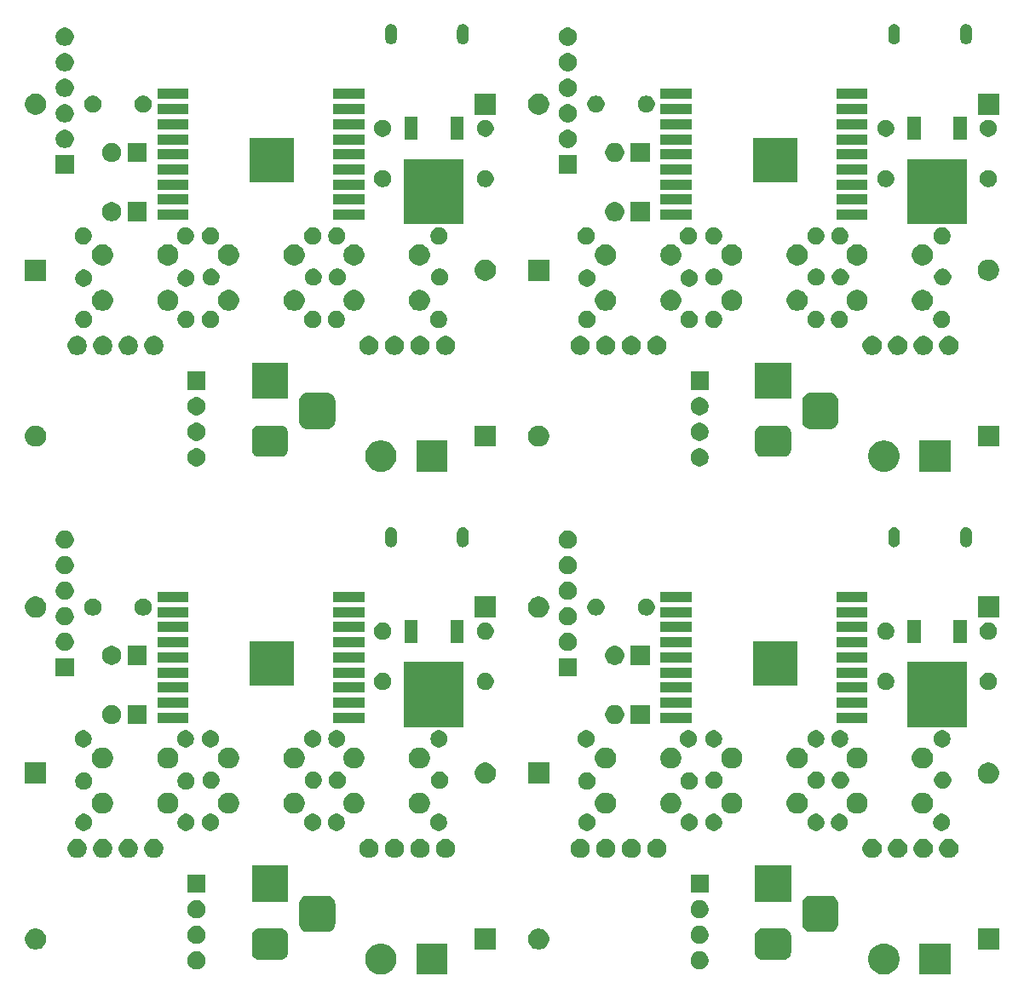
<source format=gts>
G04 #@! TF.GenerationSoftware,KiCad,Pcbnew,(5.1.5)-3*
G04 #@! TF.CreationDate,2021-05-27T15:59:13+09:00*
G04 #@! TF.ProjectId,MyESP-WROOM-02(Mentsuke2x2),4d794553-502d-4575-924f-4f4d2d303228,rev?*
G04 #@! TF.SameCoordinates,Original*
G04 #@! TF.FileFunction,Soldermask,Top*
G04 #@! TF.FilePolarity,Negative*
%FSLAX46Y46*%
G04 Gerber Fmt 4.6, Leading zero omitted, Abs format (unit mm)*
G04 Created by KiCad (PCBNEW (5.1.5)-3) date 2021-05-27 15:59:13*
%MOMM*%
%LPD*%
G04 APERTURE LIST*
%ADD10C,0.100000*%
G04 APERTURE END LIST*
D10*
G36*
X113551000Y-115051000D02*
G01*
X110449000Y-115051000D01*
X110449000Y-111949000D01*
X113551000Y-111949000D01*
X113551000Y-115051000D01*
G37*
G36*
X63551000Y-115051000D02*
G01*
X60449000Y-115051000D01*
X60449000Y-111949000D01*
X63551000Y-111949000D01*
X63551000Y-115051000D01*
G37*
G36*
X57222585Y-111978802D02*
G01*
X57372410Y-112008604D01*
X57654674Y-112125521D01*
X57908705Y-112295259D01*
X58124741Y-112511295D01*
X58294479Y-112765326D01*
X58411396Y-113047590D01*
X58471000Y-113347240D01*
X58471000Y-113652760D01*
X58411396Y-113952410D01*
X58294479Y-114234674D01*
X58124741Y-114488705D01*
X57908705Y-114704741D01*
X57654674Y-114874479D01*
X57372410Y-114991396D01*
X57222585Y-115021198D01*
X57072761Y-115051000D01*
X56767239Y-115051000D01*
X56617415Y-115021198D01*
X56467590Y-114991396D01*
X56185326Y-114874479D01*
X55931295Y-114704741D01*
X55715259Y-114488705D01*
X55545521Y-114234674D01*
X55428604Y-113952410D01*
X55369000Y-113652760D01*
X55369000Y-113347240D01*
X55428604Y-113047590D01*
X55545521Y-112765326D01*
X55715259Y-112511295D01*
X55931295Y-112295259D01*
X56185326Y-112125521D01*
X56467590Y-112008604D01*
X56617415Y-111978802D01*
X56767239Y-111949000D01*
X57072761Y-111949000D01*
X57222585Y-111978802D01*
G37*
G36*
X107222585Y-111978802D02*
G01*
X107372410Y-112008604D01*
X107654674Y-112125521D01*
X107908705Y-112295259D01*
X108124741Y-112511295D01*
X108294479Y-112765326D01*
X108411396Y-113047590D01*
X108471000Y-113347240D01*
X108471000Y-113652760D01*
X108411396Y-113952410D01*
X108294479Y-114234674D01*
X108124741Y-114488705D01*
X107908705Y-114704741D01*
X107654674Y-114874479D01*
X107372410Y-114991396D01*
X107222585Y-115021198D01*
X107072761Y-115051000D01*
X106767239Y-115051000D01*
X106617415Y-115021198D01*
X106467590Y-114991396D01*
X106185326Y-114874479D01*
X105931295Y-114704741D01*
X105715259Y-114488705D01*
X105545521Y-114234674D01*
X105428604Y-113952410D01*
X105369000Y-113652760D01*
X105369000Y-113347240D01*
X105428604Y-113047590D01*
X105545521Y-112765326D01*
X105715259Y-112511295D01*
X105931295Y-112295259D01*
X106185326Y-112125521D01*
X106467590Y-112008604D01*
X106617415Y-111978802D01*
X106767239Y-111949000D01*
X107072761Y-111949000D01*
X107222585Y-111978802D01*
G37*
G36*
X38713512Y-112723927D02*
G01*
X38862812Y-112753624D01*
X39026784Y-112821544D01*
X39174354Y-112920147D01*
X39299853Y-113045646D01*
X39398456Y-113193216D01*
X39466376Y-113357188D01*
X39501000Y-113531259D01*
X39501000Y-113708741D01*
X39466376Y-113882812D01*
X39398456Y-114046784D01*
X39299853Y-114194354D01*
X39174354Y-114319853D01*
X39026784Y-114418456D01*
X38862812Y-114486376D01*
X38713512Y-114516073D01*
X38688742Y-114521000D01*
X38511258Y-114521000D01*
X38486488Y-114516073D01*
X38337188Y-114486376D01*
X38173216Y-114418456D01*
X38025646Y-114319853D01*
X37900147Y-114194354D01*
X37801544Y-114046784D01*
X37733624Y-113882812D01*
X37699000Y-113708741D01*
X37699000Y-113531259D01*
X37733624Y-113357188D01*
X37801544Y-113193216D01*
X37900147Y-113045646D01*
X38025646Y-112920147D01*
X38173216Y-112821544D01*
X38337188Y-112753624D01*
X38486488Y-112723927D01*
X38511258Y-112719000D01*
X38688742Y-112719000D01*
X38713512Y-112723927D01*
G37*
G36*
X88713512Y-112723927D02*
G01*
X88862812Y-112753624D01*
X89026784Y-112821544D01*
X89174354Y-112920147D01*
X89299853Y-113045646D01*
X89398456Y-113193216D01*
X89466376Y-113357188D01*
X89501000Y-113531259D01*
X89501000Y-113708741D01*
X89466376Y-113882812D01*
X89398456Y-114046784D01*
X89299853Y-114194354D01*
X89174354Y-114319853D01*
X89026784Y-114418456D01*
X88862812Y-114486376D01*
X88713512Y-114516073D01*
X88688742Y-114521000D01*
X88511258Y-114521000D01*
X88486488Y-114516073D01*
X88337188Y-114486376D01*
X88173216Y-114418456D01*
X88025646Y-114319853D01*
X87900147Y-114194354D01*
X87801544Y-114046784D01*
X87733624Y-113882812D01*
X87699000Y-113708741D01*
X87699000Y-113531259D01*
X87733624Y-113357188D01*
X87801544Y-113193216D01*
X87900147Y-113045646D01*
X88025646Y-112920147D01*
X88173216Y-112821544D01*
X88337188Y-112753624D01*
X88486488Y-112723927D01*
X88511258Y-112719000D01*
X88688742Y-112719000D01*
X88713512Y-112723927D01*
G37*
G36*
X47126979Y-110463293D02*
G01*
X47260625Y-110503834D01*
X47383784Y-110569664D01*
X47491740Y-110658260D01*
X47580336Y-110766216D01*
X47646166Y-110889375D01*
X47686707Y-111023021D01*
X47701000Y-111168140D01*
X47701000Y-112831860D01*
X47686707Y-112976979D01*
X47646166Y-113110625D01*
X47580336Y-113233784D01*
X47491740Y-113341740D01*
X47383784Y-113430336D01*
X47260625Y-113496166D01*
X47126979Y-113536707D01*
X46981860Y-113551000D01*
X44818140Y-113551000D01*
X44673021Y-113536707D01*
X44539375Y-113496166D01*
X44416216Y-113430336D01*
X44308260Y-113341740D01*
X44219664Y-113233784D01*
X44153834Y-113110625D01*
X44113293Y-112976979D01*
X44099000Y-112831860D01*
X44099000Y-111168140D01*
X44113293Y-111023021D01*
X44153834Y-110889375D01*
X44219664Y-110766216D01*
X44308260Y-110658260D01*
X44416216Y-110569664D01*
X44539375Y-110503834D01*
X44673021Y-110463293D01*
X44818140Y-110449000D01*
X46981860Y-110449000D01*
X47126979Y-110463293D01*
G37*
G36*
X97126979Y-110463293D02*
G01*
X97260625Y-110503834D01*
X97383784Y-110569664D01*
X97491740Y-110658260D01*
X97580336Y-110766216D01*
X97646166Y-110889375D01*
X97686707Y-111023021D01*
X97701000Y-111168140D01*
X97701000Y-112831860D01*
X97686707Y-112976979D01*
X97646166Y-113110625D01*
X97580336Y-113233784D01*
X97491740Y-113341740D01*
X97383784Y-113430336D01*
X97260625Y-113496166D01*
X97126979Y-113536707D01*
X96981860Y-113551000D01*
X94818140Y-113551000D01*
X94673021Y-113536707D01*
X94539375Y-113496166D01*
X94416216Y-113430336D01*
X94308260Y-113341740D01*
X94219664Y-113233784D01*
X94153834Y-113110625D01*
X94113293Y-112976979D01*
X94099000Y-112831860D01*
X94099000Y-111168140D01*
X94113293Y-111023021D01*
X94153834Y-110889375D01*
X94219664Y-110766216D01*
X94308260Y-110658260D01*
X94416216Y-110569664D01*
X94539375Y-110503834D01*
X94673021Y-110463293D01*
X94818140Y-110449000D01*
X96981860Y-110449000D01*
X97126979Y-110463293D01*
G37*
G36*
X68351000Y-112551000D02*
G01*
X66249000Y-112551000D01*
X66249000Y-110449000D01*
X68351000Y-110449000D01*
X68351000Y-112551000D01*
G37*
G36*
X22906564Y-110489389D02*
G01*
X23065272Y-110555128D01*
X23097835Y-110568616D01*
X23218494Y-110649238D01*
X23269973Y-110683635D01*
X23416365Y-110830027D01*
X23531385Y-111002167D01*
X23610611Y-111193436D01*
X23651000Y-111396484D01*
X23651000Y-111603516D01*
X23610611Y-111806564D01*
X23552699Y-111946376D01*
X23531384Y-111997835D01*
X23416365Y-112169973D01*
X23269973Y-112316365D01*
X23097835Y-112431384D01*
X23097834Y-112431385D01*
X23097833Y-112431385D01*
X22906564Y-112510611D01*
X22703516Y-112551000D01*
X22496484Y-112551000D01*
X22293436Y-112510611D01*
X22102167Y-112431385D01*
X22102166Y-112431385D01*
X22102165Y-112431384D01*
X21930027Y-112316365D01*
X21783635Y-112169973D01*
X21668616Y-111997835D01*
X21647301Y-111946376D01*
X21589389Y-111806564D01*
X21549000Y-111603516D01*
X21549000Y-111396484D01*
X21589389Y-111193436D01*
X21668615Y-111002167D01*
X21783635Y-110830027D01*
X21930027Y-110683635D01*
X21981506Y-110649238D01*
X22102165Y-110568616D01*
X22134728Y-110555128D01*
X22293436Y-110489389D01*
X22496484Y-110449000D01*
X22703516Y-110449000D01*
X22906564Y-110489389D01*
G37*
G36*
X72906564Y-110489389D02*
G01*
X73065272Y-110555128D01*
X73097835Y-110568616D01*
X73218494Y-110649238D01*
X73269973Y-110683635D01*
X73416365Y-110830027D01*
X73531385Y-111002167D01*
X73610611Y-111193436D01*
X73651000Y-111396484D01*
X73651000Y-111603516D01*
X73610611Y-111806564D01*
X73552699Y-111946376D01*
X73531384Y-111997835D01*
X73416365Y-112169973D01*
X73269973Y-112316365D01*
X73097835Y-112431384D01*
X73097834Y-112431385D01*
X73097833Y-112431385D01*
X72906564Y-112510611D01*
X72703516Y-112551000D01*
X72496484Y-112551000D01*
X72293436Y-112510611D01*
X72102167Y-112431385D01*
X72102166Y-112431385D01*
X72102165Y-112431384D01*
X71930027Y-112316365D01*
X71783635Y-112169973D01*
X71668616Y-111997835D01*
X71647301Y-111946376D01*
X71589389Y-111806564D01*
X71549000Y-111603516D01*
X71549000Y-111396484D01*
X71589389Y-111193436D01*
X71668615Y-111002167D01*
X71783635Y-110830027D01*
X71930027Y-110683635D01*
X71981506Y-110649238D01*
X72102165Y-110568616D01*
X72134728Y-110555128D01*
X72293436Y-110489389D01*
X72496484Y-110449000D01*
X72703516Y-110449000D01*
X72906564Y-110489389D01*
G37*
G36*
X118351000Y-112551000D02*
G01*
X116249000Y-112551000D01*
X116249000Y-110449000D01*
X118351000Y-110449000D01*
X118351000Y-112551000D01*
G37*
G36*
X88713512Y-110183927D02*
G01*
X88862812Y-110213624D01*
X89026784Y-110281544D01*
X89174354Y-110380147D01*
X89299853Y-110505646D01*
X89398456Y-110653216D01*
X89466376Y-110817188D01*
X89501000Y-110991259D01*
X89501000Y-111168741D01*
X89466376Y-111342812D01*
X89398456Y-111506784D01*
X89299853Y-111654354D01*
X89174354Y-111779853D01*
X89026784Y-111878456D01*
X88862812Y-111946376D01*
X88713512Y-111976073D01*
X88688742Y-111981000D01*
X88511258Y-111981000D01*
X88486488Y-111976073D01*
X88337188Y-111946376D01*
X88173216Y-111878456D01*
X88025646Y-111779853D01*
X87900147Y-111654354D01*
X87801544Y-111506784D01*
X87733624Y-111342812D01*
X87699000Y-111168741D01*
X87699000Y-110991259D01*
X87733624Y-110817188D01*
X87801544Y-110653216D01*
X87900147Y-110505646D01*
X88025646Y-110380147D01*
X88173216Y-110281544D01*
X88337188Y-110213624D01*
X88486488Y-110183927D01*
X88511258Y-110179000D01*
X88688742Y-110179000D01*
X88713512Y-110183927D01*
G37*
G36*
X38713512Y-110183927D02*
G01*
X38862812Y-110213624D01*
X39026784Y-110281544D01*
X39174354Y-110380147D01*
X39299853Y-110505646D01*
X39398456Y-110653216D01*
X39466376Y-110817188D01*
X39501000Y-110991259D01*
X39501000Y-111168741D01*
X39466376Y-111342812D01*
X39398456Y-111506784D01*
X39299853Y-111654354D01*
X39174354Y-111779853D01*
X39026784Y-111878456D01*
X38862812Y-111946376D01*
X38713512Y-111976073D01*
X38688742Y-111981000D01*
X38511258Y-111981000D01*
X38486488Y-111976073D01*
X38337188Y-111946376D01*
X38173216Y-111878456D01*
X38025646Y-111779853D01*
X37900147Y-111654354D01*
X37801544Y-111506784D01*
X37733624Y-111342812D01*
X37699000Y-111168741D01*
X37699000Y-110991259D01*
X37733624Y-110817188D01*
X37801544Y-110653216D01*
X37900147Y-110505646D01*
X38025646Y-110380147D01*
X38173216Y-110281544D01*
X38337188Y-110213624D01*
X38486488Y-110183927D01*
X38511258Y-110179000D01*
X38688742Y-110179000D01*
X38713512Y-110183927D01*
G37*
G36*
X101726366Y-107215695D02*
G01*
X101883460Y-107263349D01*
X102028231Y-107340731D01*
X102155128Y-107444872D01*
X102259269Y-107571769D01*
X102336651Y-107716540D01*
X102384305Y-107873634D01*
X102401000Y-108043140D01*
X102401000Y-109956860D01*
X102384305Y-110126366D01*
X102336651Y-110283460D01*
X102259269Y-110428231D01*
X102155128Y-110555128D01*
X102028231Y-110659269D01*
X101883460Y-110736651D01*
X101726366Y-110784305D01*
X101556860Y-110801000D01*
X99643140Y-110801000D01*
X99473634Y-110784305D01*
X99316540Y-110736651D01*
X99171769Y-110659269D01*
X99044872Y-110555128D01*
X98940731Y-110428231D01*
X98863349Y-110283460D01*
X98815695Y-110126366D01*
X98799000Y-109956860D01*
X98799000Y-108043140D01*
X98815695Y-107873634D01*
X98863349Y-107716540D01*
X98940731Y-107571769D01*
X99044872Y-107444872D01*
X99171769Y-107340731D01*
X99316540Y-107263349D01*
X99473634Y-107215695D01*
X99643140Y-107199000D01*
X101556860Y-107199000D01*
X101726366Y-107215695D01*
G37*
G36*
X51726366Y-107215695D02*
G01*
X51883460Y-107263349D01*
X52028231Y-107340731D01*
X52155128Y-107444872D01*
X52259269Y-107571769D01*
X52336651Y-107716540D01*
X52384305Y-107873634D01*
X52401000Y-108043140D01*
X52401000Y-109956860D01*
X52384305Y-110126366D01*
X52336651Y-110283460D01*
X52259269Y-110428231D01*
X52155128Y-110555128D01*
X52028231Y-110659269D01*
X51883460Y-110736651D01*
X51726366Y-110784305D01*
X51556860Y-110801000D01*
X49643140Y-110801000D01*
X49473634Y-110784305D01*
X49316540Y-110736651D01*
X49171769Y-110659269D01*
X49044872Y-110555128D01*
X48940731Y-110428231D01*
X48863349Y-110283460D01*
X48815695Y-110126366D01*
X48799000Y-109956860D01*
X48799000Y-108043140D01*
X48815695Y-107873634D01*
X48863349Y-107716540D01*
X48940731Y-107571769D01*
X49044872Y-107444872D01*
X49171769Y-107340731D01*
X49316540Y-107263349D01*
X49473634Y-107215695D01*
X49643140Y-107199000D01*
X51556860Y-107199000D01*
X51726366Y-107215695D01*
G37*
G36*
X38713512Y-107643927D02*
G01*
X38862812Y-107673624D01*
X39026784Y-107741544D01*
X39174354Y-107840147D01*
X39299853Y-107965646D01*
X39398456Y-108113216D01*
X39466376Y-108277188D01*
X39501000Y-108451259D01*
X39501000Y-108628741D01*
X39466376Y-108802812D01*
X39398456Y-108966784D01*
X39299853Y-109114354D01*
X39174354Y-109239853D01*
X39026784Y-109338456D01*
X38862812Y-109406376D01*
X38713512Y-109436073D01*
X38688742Y-109441000D01*
X38511258Y-109441000D01*
X38486488Y-109436073D01*
X38337188Y-109406376D01*
X38173216Y-109338456D01*
X38025646Y-109239853D01*
X37900147Y-109114354D01*
X37801544Y-108966784D01*
X37733624Y-108802812D01*
X37699000Y-108628741D01*
X37699000Y-108451259D01*
X37733624Y-108277188D01*
X37801544Y-108113216D01*
X37900147Y-107965646D01*
X38025646Y-107840147D01*
X38173216Y-107741544D01*
X38337188Y-107673624D01*
X38486488Y-107643927D01*
X38511258Y-107639000D01*
X38688742Y-107639000D01*
X38713512Y-107643927D01*
G37*
G36*
X88713512Y-107643927D02*
G01*
X88862812Y-107673624D01*
X89026784Y-107741544D01*
X89174354Y-107840147D01*
X89299853Y-107965646D01*
X89398456Y-108113216D01*
X89466376Y-108277188D01*
X89501000Y-108451259D01*
X89501000Y-108628741D01*
X89466376Y-108802812D01*
X89398456Y-108966784D01*
X89299853Y-109114354D01*
X89174354Y-109239853D01*
X89026784Y-109338456D01*
X88862812Y-109406376D01*
X88713512Y-109436073D01*
X88688742Y-109441000D01*
X88511258Y-109441000D01*
X88486488Y-109436073D01*
X88337188Y-109406376D01*
X88173216Y-109338456D01*
X88025646Y-109239853D01*
X87900147Y-109114354D01*
X87801544Y-108966784D01*
X87733624Y-108802812D01*
X87699000Y-108628741D01*
X87699000Y-108451259D01*
X87733624Y-108277188D01*
X87801544Y-108113216D01*
X87900147Y-107965646D01*
X88025646Y-107840147D01*
X88173216Y-107741544D01*
X88337188Y-107673624D01*
X88486488Y-107643927D01*
X88511258Y-107639000D01*
X88688742Y-107639000D01*
X88713512Y-107643927D01*
G37*
G36*
X97701000Y-107801000D02*
G01*
X94099000Y-107801000D01*
X94099000Y-104199000D01*
X97701000Y-104199000D01*
X97701000Y-107801000D01*
G37*
G36*
X47701000Y-107801000D02*
G01*
X44099000Y-107801000D01*
X44099000Y-104199000D01*
X47701000Y-104199000D01*
X47701000Y-107801000D01*
G37*
G36*
X89501000Y-106901000D02*
G01*
X87699000Y-106901000D01*
X87699000Y-105099000D01*
X89501000Y-105099000D01*
X89501000Y-106901000D01*
G37*
G36*
X39501000Y-106901000D02*
G01*
X37699000Y-106901000D01*
X37699000Y-105099000D01*
X39501000Y-105099000D01*
X39501000Y-106901000D01*
G37*
G36*
X29567395Y-101585546D02*
G01*
X29740466Y-101657234D01*
X29740467Y-101657235D01*
X29896227Y-101761310D01*
X30028690Y-101893773D01*
X30028691Y-101893775D01*
X30132766Y-102049534D01*
X30204454Y-102222605D01*
X30241000Y-102406333D01*
X30241000Y-102593667D01*
X30204454Y-102777395D01*
X30132766Y-102950466D01*
X30132765Y-102950467D01*
X30028690Y-103106227D01*
X29896227Y-103238690D01*
X29817818Y-103291081D01*
X29740466Y-103342766D01*
X29567395Y-103414454D01*
X29383667Y-103451000D01*
X29196333Y-103451000D01*
X29012605Y-103414454D01*
X28839534Y-103342766D01*
X28762182Y-103291081D01*
X28683773Y-103238690D01*
X28551310Y-103106227D01*
X28447235Y-102950467D01*
X28447234Y-102950466D01*
X28375546Y-102777395D01*
X28339000Y-102593667D01*
X28339000Y-102406333D01*
X28375546Y-102222605D01*
X28447234Y-102049534D01*
X28551309Y-101893775D01*
X28551310Y-101893773D01*
X28683773Y-101761310D01*
X28839533Y-101657235D01*
X28839534Y-101657234D01*
X29012605Y-101585546D01*
X29196333Y-101549000D01*
X29383667Y-101549000D01*
X29567395Y-101585546D01*
G37*
G36*
X77027395Y-101585546D02*
G01*
X77200466Y-101657234D01*
X77200467Y-101657235D01*
X77356227Y-101761310D01*
X77488690Y-101893773D01*
X77488691Y-101893775D01*
X77592766Y-102049534D01*
X77664454Y-102222605D01*
X77701000Y-102406333D01*
X77701000Y-102593667D01*
X77664454Y-102777395D01*
X77592766Y-102950466D01*
X77592765Y-102950467D01*
X77488690Y-103106227D01*
X77356227Y-103238690D01*
X77277818Y-103291081D01*
X77200466Y-103342766D01*
X77027395Y-103414454D01*
X76843667Y-103451000D01*
X76656333Y-103451000D01*
X76472605Y-103414454D01*
X76299534Y-103342766D01*
X76222182Y-103291081D01*
X76143773Y-103238690D01*
X76011310Y-103106227D01*
X75907235Y-102950467D01*
X75907234Y-102950466D01*
X75835546Y-102777395D01*
X75799000Y-102593667D01*
X75799000Y-102406333D01*
X75835546Y-102222605D01*
X75907234Y-102049534D01*
X76011309Y-101893775D01*
X76011310Y-101893773D01*
X76143773Y-101761310D01*
X76299533Y-101657235D01*
X76299534Y-101657234D01*
X76472605Y-101585546D01*
X76656333Y-101549000D01*
X76843667Y-101549000D01*
X77027395Y-101585546D01*
G37*
G36*
X79567395Y-101585546D02*
G01*
X79740466Y-101657234D01*
X79740467Y-101657235D01*
X79896227Y-101761310D01*
X80028690Y-101893773D01*
X80028691Y-101893775D01*
X80132766Y-102049534D01*
X80204454Y-102222605D01*
X80241000Y-102406333D01*
X80241000Y-102593667D01*
X80204454Y-102777395D01*
X80132766Y-102950466D01*
X80132765Y-102950467D01*
X80028690Y-103106227D01*
X79896227Y-103238690D01*
X79817818Y-103291081D01*
X79740466Y-103342766D01*
X79567395Y-103414454D01*
X79383667Y-103451000D01*
X79196333Y-103451000D01*
X79012605Y-103414454D01*
X78839534Y-103342766D01*
X78762182Y-103291081D01*
X78683773Y-103238690D01*
X78551310Y-103106227D01*
X78447235Y-102950467D01*
X78447234Y-102950466D01*
X78375546Y-102777395D01*
X78339000Y-102593667D01*
X78339000Y-102406333D01*
X78375546Y-102222605D01*
X78447234Y-102049534D01*
X78551309Y-101893775D01*
X78551310Y-101893773D01*
X78683773Y-101761310D01*
X78839533Y-101657235D01*
X78839534Y-101657234D01*
X79012605Y-101585546D01*
X79196333Y-101549000D01*
X79383667Y-101549000D01*
X79567395Y-101585546D01*
G37*
G36*
X82107395Y-101585546D02*
G01*
X82280466Y-101657234D01*
X82280467Y-101657235D01*
X82436227Y-101761310D01*
X82568690Y-101893773D01*
X82568691Y-101893775D01*
X82672766Y-102049534D01*
X82744454Y-102222605D01*
X82781000Y-102406333D01*
X82781000Y-102593667D01*
X82744454Y-102777395D01*
X82672766Y-102950466D01*
X82672765Y-102950467D01*
X82568690Y-103106227D01*
X82436227Y-103238690D01*
X82357818Y-103291081D01*
X82280466Y-103342766D01*
X82107395Y-103414454D01*
X81923667Y-103451000D01*
X81736333Y-103451000D01*
X81552605Y-103414454D01*
X81379534Y-103342766D01*
X81302182Y-103291081D01*
X81223773Y-103238690D01*
X81091310Y-103106227D01*
X80987235Y-102950467D01*
X80987234Y-102950466D01*
X80915546Y-102777395D01*
X80879000Y-102593667D01*
X80879000Y-102406333D01*
X80915546Y-102222605D01*
X80987234Y-102049534D01*
X81091309Y-101893775D01*
X81091310Y-101893773D01*
X81223773Y-101761310D01*
X81379533Y-101657235D01*
X81379534Y-101657234D01*
X81552605Y-101585546D01*
X81736333Y-101549000D01*
X81923667Y-101549000D01*
X82107395Y-101585546D01*
G37*
G36*
X84647395Y-101585546D02*
G01*
X84820466Y-101657234D01*
X84820467Y-101657235D01*
X84976227Y-101761310D01*
X85108690Y-101893773D01*
X85108691Y-101893775D01*
X85212766Y-102049534D01*
X85284454Y-102222605D01*
X85321000Y-102406333D01*
X85321000Y-102593667D01*
X85284454Y-102777395D01*
X85212766Y-102950466D01*
X85212765Y-102950467D01*
X85108690Y-103106227D01*
X84976227Y-103238690D01*
X84897818Y-103291081D01*
X84820466Y-103342766D01*
X84647395Y-103414454D01*
X84463667Y-103451000D01*
X84276333Y-103451000D01*
X84092605Y-103414454D01*
X83919534Y-103342766D01*
X83842182Y-103291081D01*
X83763773Y-103238690D01*
X83631310Y-103106227D01*
X83527235Y-102950467D01*
X83527234Y-102950466D01*
X83455546Y-102777395D01*
X83419000Y-102593667D01*
X83419000Y-102406333D01*
X83455546Y-102222605D01*
X83527234Y-102049534D01*
X83631309Y-101893775D01*
X83631310Y-101893773D01*
X83763773Y-101761310D01*
X83919533Y-101657235D01*
X83919534Y-101657234D01*
X84092605Y-101585546D01*
X84276333Y-101549000D01*
X84463667Y-101549000D01*
X84647395Y-101585546D01*
G37*
G36*
X113647395Y-101585546D02*
G01*
X113820466Y-101657234D01*
X113820467Y-101657235D01*
X113976227Y-101761310D01*
X114108690Y-101893773D01*
X114108691Y-101893775D01*
X114212766Y-102049534D01*
X114284454Y-102222605D01*
X114321000Y-102406333D01*
X114321000Y-102593667D01*
X114284454Y-102777395D01*
X114212766Y-102950466D01*
X114212765Y-102950467D01*
X114108690Y-103106227D01*
X113976227Y-103238690D01*
X113897818Y-103291081D01*
X113820466Y-103342766D01*
X113647395Y-103414454D01*
X113463667Y-103451000D01*
X113276333Y-103451000D01*
X113092605Y-103414454D01*
X112919534Y-103342766D01*
X112842182Y-103291081D01*
X112763773Y-103238690D01*
X112631310Y-103106227D01*
X112527235Y-102950467D01*
X112527234Y-102950466D01*
X112455546Y-102777395D01*
X112419000Y-102593667D01*
X112419000Y-102406333D01*
X112455546Y-102222605D01*
X112527234Y-102049534D01*
X112631309Y-101893775D01*
X112631310Y-101893773D01*
X112763773Y-101761310D01*
X112919533Y-101657235D01*
X112919534Y-101657234D01*
X113092605Y-101585546D01*
X113276333Y-101549000D01*
X113463667Y-101549000D01*
X113647395Y-101585546D01*
G37*
G36*
X111107395Y-101585546D02*
G01*
X111280466Y-101657234D01*
X111280467Y-101657235D01*
X111436227Y-101761310D01*
X111568690Y-101893773D01*
X111568691Y-101893775D01*
X111672766Y-102049534D01*
X111744454Y-102222605D01*
X111781000Y-102406333D01*
X111781000Y-102593667D01*
X111744454Y-102777395D01*
X111672766Y-102950466D01*
X111672765Y-102950467D01*
X111568690Y-103106227D01*
X111436227Y-103238690D01*
X111357818Y-103291081D01*
X111280466Y-103342766D01*
X111107395Y-103414454D01*
X110923667Y-103451000D01*
X110736333Y-103451000D01*
X110552605Y-103414454D01*
X110379534Y-103342766D01*
X110302182Y-103291081D01*
X110223773Y-103238690D01*
X110091310Y-103106227D01*
X109987235Y-102950467D01*
X109987234Y-102950466D01*
X109915546Y-102777395D01*
X109879000Y-102593667D01*
X109879000Y-102406333D01*
X109915546Y-102222605D01*
X109987234Y-102049534D01*
X110091309Y-101893775D01*
X110091310Y-101893773D01*
X110223773Y-101761310D01*
X110379533Y-101657235D01*
X110379534Y-101657234D01*
X110552605Y-101585546D01*
X110736333Y-101549000D01*
X110923667Y-101549000D01*
X111107395Y-101585546D01*
G37*
G36*
X108567395Y-101585546D02*
G01*
X108740466Y-101657234D01*
X108740467Y-101657235D01*
X108896227Y-101761310D01*
X109028690Y-101893773D01*
X109028691Y-101893775D01*
X109132766Y-102049534D01*
X109204454Y-102222605D01*
X109241000Y-102406333D01*
X109241000Y-102593667D01*
X109204454Y-102777395D01*
X109132766Y-102950466D01*
X109132765Y-102950467D01*
X109028690Y-103106227D01*
X108896227Y-103238690D01*
X108817818Y-103291081D01*
X108740466Y-103342766D01*
X108567395Y-103414454D01*
X108383667Y-103451000D01*
X108196333Y-103451000D01*
X108012605Y-103414454D01*
X107839534Y-103342766D01*
X107762182Y-103291081D01*
X107683773Y-103238690D01*
X107551310Y-103106227D01*
X107447235Y-102950467D01*
X107447234Y-102950466D01*
X107375546Y-102777395D01*
X107339000Y-102593667D01*
X107339000Y-102406333D01*
X107375546Y-102222605D01*
X107447234Y-102049534D01*
X107551309Y-101893775D01*
X107551310Y-101893773D01*
X107683773Y-101761310D01*
X107839533Y-101657235D01*
X107839534Y-101657234D01*
X108012605Y-101585546D01*
X108196333Y-101549000D01*
X108383667Y-101549000D01*
X108567395Y-101585546D01*
G37*
G36*
X106027395Y-101585546D02*
G01*
X106200466Y-101657234D01*
X106200467Y-101657235D01*
X106356227Y-101761310D01*
X106488690Y-101893773D01*
X106488691Y-101893775D01*
X106592766Y-102049534D01*
X106664454Y-102222605D01*
X106701000Y-102406333D01*
X106701000Y-102593667D01*
X106664454Y-102777395D01*
X106592766Y-102950466D01*
X106592765Y-102950467D01*
X106488690Y-103106227D01*
X106356227Y-103238690D01*
X106277818Y-103291081D01*
X106200466Y-103342766D01*
X106027395Y-103414454D01*
X105843667Y-103451000D01*
X105656333Y-103451000D01*
X105472605Y-103414454D01*
X105299534Y-103342766D01*
X105222182Y-103291081D01*
X105143773Y-103238690D01*
X105011310Y-103106227D01*
X104907235Y-102950467D01*
X104907234Y-102950466D01*
X104835546Y-102777395D01*
X104799000Y-102593667D01*
X104799000Y-102406333D01*
X104835546Y-102222605D01*
X104907234Y-102049534D01*
X105011309Y-101893775D01*
X105011310Y-101893773D01*
X105143773Y-101761310D01*
X105299533Y-101657235D01*
X105299534Y-101657234D01*
X105472605Y-101585546D01*
X105656333Y-101549000D01*
X105843667Y-101549000D01*
X106027395Y-101585546D01*
G37*
G36*
X34647395Y-101585546D02*
G01*
X34820466Y-101657234D01*
X34820467Y-101657235D01*
X34976227Y-101761310D01*
X35108690Y-101893773D01*
X35108691Y-101893775D01*
X35212766Y-102049534D01*
X35284454Y-102222605D01*
X35321000Y-102406333D01*
X35321000Y-102593667D01*
X35284454Y-102777395D01*
X35212766Y-102950466D01*
X35212765Y-102950467D01*
X35108690Y-103106227D01*
X34976227Y-103238690D01*
X34897818Y-103291081D01*
X34820466Y-103342766D01*
X34647395Y-103414454D01*
X34463667Y-103451000D01*
X34276333Y-103451000D01*
X34092605Y-103414454D01*
X33919534Y-103342766D01*
X33842182Y-103291081D01*
X33763773Y-103238690D01*
X33631310Y-103106227D01*
X33527235Y-102950467D01*
X33527234Y-102950466D01*
X33455546Y-102777395D01*
X33419000Y-102593667D01*
X33419000Y-102406333D01*
X33455546Y-102222605D01*
X33527234Y-102049534D01*
X33631309Y-101893775D01*
X33631310Y-101893773D01*
X33763773Y-101761310D01*
X33919533Y-101657235D01*
X33919534Y-101657234D01*
X34092605Y-101585546D01*
X34276333Y-101549000D01*
X34463667Y-101549000D01*
X34647395Y-101585546D01*
G37*
G36*
X32107395Y-101585546D02*
G01*
X32280466Y-101657234D01*
X32280467Y-101657235D01*
X32436227Y-101761310D01*
X32568690Y-101893773D01*
X32568691Y-101893775D01*
X32672766Y-102049534D01*
X32744454Y-102222605D01*
X32781000Y-102406333D01*
X32781000Y-102593667D01*
X32744454Y-102777395D01*
X32672766Y-102950466D01*
X32672765Y-102950467D01*
X32568690Y-103106227D01*
X32436227Y-103238690D01*
X32357818Y-103291081D01*
X32280466Y-103342766D01*
X32107395Y-103414454D01*
X31923667Y-103451000D01*
X31736333Y-103451000D01*
X31552605Y-103414454D01*
X31379534Y-103342766D01*
X31302182Y-103291081D01*
X31223773Y-103238690D01*
X31091310Y-103106227D01*
X30987235Y-102950467D01*
X30987234Y-102950466D01*
X30915546Y-102777395D01*
X30879000Y-102593667D01*
X30879000Y-102406333D01*
X30915546Y-102222605D01*
X30987234Y-102049534D01*
X31091309Y-101893775D01*
X31091310Y-101893773D01*
X31223773Y-101761310D01*
X31379533Y-101657235D01*
X31379534Y-101657234D01*
X31552605Y-101585546D01*
X31736333Y-101549000D01*
X31923667Y-101549000D01*
X32107395Y-101585546D01*
G37*
G36*
X61107395Y-101585546D02*
G01*
X61280466Y-101657234D01*
X61280467Y-101657235D01*
X61436227Y-101761310D01*
X61568690Y-101893773D01*
X61568691Y-101893775D01*
X61672766Y-102049534D01*
X61744454Y-102222605D01*
X61781000Y-102406333D01*
X61781000Y-102593667D01*
X61744454Y-102777395D01*
X61672766Y-102950466D01*
X61672765Y-102950467D01*
X61568690Y-103106227D01*
X61436227Y-103238690D01*
X61357818Y-103291081D01*
X61280466Y-103342766D01*
X61107395Y-103414454D01*
X60923667Y-103451000D01*
X60736333Y-103451000D01*
X60552605Y-103414454D01*
X60379534Y-103342766D01*
X60302182Y-103291081D01*
X60223773Y-103238690D01*
X60091310Y-103106227D01*
X59987235Y-102950467D01*
X59987234Y-102950466D01*
X59915546Y-102777395D01*
X59879000Y-102593667D01*
X59879000Y-102406333D01*
X59915546Y-102222605D01*
X59987234Y-102049534D01*
X60091309Y-101893775D01*
X60091310Y-101893773D01*
X60223773Y-101761310D01*
X60379533Y-101657235D01*
X60379534Y-101657234D01*
X60552605Y-101585546D01*
X60736333Y-101549000D01*
X60923667Y-101549000D01*
X61107395Y-101585546D01*
G37*
G36*
X56027395Y-101585546D02*
G01*
X56200466Y-101657234D01*
X56200467Y-101657235D01*
X56356227Y-101761310D01*
X56488690Y-101893773D01*
X56488691Y-101893775D01*
X56592766Y-102049534D01*
X56664454Y-102222605D01*
X56701000Y-102406333D01*
X56701000Y-102593667D01*
X56664454Y-102777395D01*
X56592766Y-102950466D01*
X56592765Y-102950467D01*
X56488690Y-103106227D01*
X56356227Y-103238690D01*
X56277818Y-103291081D01*
X56200466Y-103342766D01*
X56027395Y-103414454D01*
X55843667Y-103451000D01*
X55656333Y-103451000D01*
X55472605Y-103414454D01*
X55299534Y-103342766D01*
X55222182Y-103291081D01*
X55143773Y-103238690D01*
X55011310Y-103106227D01*
X54907235Y-102950467D01*
X54907234Y-102950466D01*
X54835546Y-102777395D01*
X54799000Y-102593667D01*
X54799000Y-102406333D01*
X54835546Y-102222605D01*
X54907234Y-102049534D01*
X55011309Y-101893775D01*
X55011310Y-101893773D01*
X55143773Y-101761310D01*
X55299533Y-101657235D01*
X55299534Y-101657234D01*
X55472605Y-101585546D01*
X55656333Y-101549000D01*
X55843667Y-101549000D01*
X56027395Y-101585546D01*
G37*
G36*
X58567395Y-101585546D02*
G01*
X58740466Y-101657234D01*
X58740467Y-101657235D01*
X58896227Y-101761310D01*
X59028690Y-101893773D01*
X59028691Y-101893775D01*
X59132766Y-102049534D01*
X59204454Y-102222605D01*
X59241000Y-102406333D01*
X59241000Y-102593667D01*
X59204454Y-102777395D01*
X59132766Y-102950466D01*
X59132765Y-102950467D01*
X59028690Y-103106227D01*
X58896227Y-103238690D01*
X58817818Y-103291081D01*
X58740466Y-103342766D01*
X58567395Y-103414454D01*
X58383667Y-103451000D01*
X58196333Y-103451000D01*
X58012605Y-103414454D01*
X57839534Y-103342766D01*
X57762182Y-103291081D01*
X57683773Y-103238690D01*
X57551310Y-103106227D01*
X57447235Y-102950467D01*
X57447234Y-102950466D01*
X57375546Y-102777395D01*
X57339000Y-102593667D01*
X57339000Y-102406333D01*
X57375546Y-102222605D01*
X57447234Y-102049534D01*
X57551309Y-101893775D01*
X57551310Y-101893773D01*
X57683773Y-101761310D01*
X57839533Y-101657235D01*
X57839534Y-101657234D01*
X58012605Y-101585546D01*
X58196333Y-101549000D01*
X58383667Y-101549000D01*
X58567395Y-101585546D01*
G37*
G36*
X63647395Y-101585546D02*
G01*
X63820466Y-101657234D01*
X63820467Y-101657235D01*
X63976227Y-101761310D01*
X64108690Y-101893773D01*
X64108691Y-101893775D01*
X64212766Y-102049534D01*
X64284454Y-102222605D01*
X64321000Y-102406333D01*
X64321000Y-102593667D01*
X64284454Y-102777395D01*
X64212766Y-102950466D01*
X64212765Y-102950467D01*
X64108690Y-103106227D01*
X63976227Y-103238690D01*
X63897818Y-103291081D01*
X63820466Y-103342766D01*
X63647395Y-103414454D01*
X63463667Y-103451000D01*
X63276333Y-103451000D01*
X63092605Y-103414454D01*
X62919534Y-103342766D01*
X62842182Y-103291081D01*
X62763773Y-103238690D01*
X62631310Y-103106227D01*
X62527235Y-102950467D01*
X62527234Y-102950466D01*
X62455546Y-102777395D01*
X62419000Y-102593667D01*
X62419000Y-102406333D01*
X62455546Y-102222605D01*
X62527234Y-102049534D01*
X62631309Y-101893775D01*
X62631310Y-101893773D01*
X62763773Y-101761310D01*
X62919533Y-101657235D01*
X62919534Y-101657234D01*
X63092605Y-101585546D01*
X63276333Y-101549000D01*
X63463667Y-101549000D01*
X63647395Y-101585546D01*
G37*
G36*
X27027395Y-101585546D02*
G01*
X27200466Y-101657234D01*
X27200467Y-101657235D01*
X27356227Y-101761310D01*
X27488690Y-101893773D01*
X27488691Y-101893775D01*
X27592766Y-102049534D01*
X27664454Y-102222605D01*
X27701000Y-102406333D01*
X27701000Y-102593667D01*
X27664454Y-102777395D01*
X27592766Y-102950466D01*
X27592765Y-102950467D01*
X27488690Y-103106227D01*
X27356227Y-103238690D01*
X27277818Y-103291081D01*
X27200466Y-103342766D01*
X27027395Y-103414454D01*
X26843667Y-103451000D01*
X26656333Y-103451000D01*
X26472605Y-103414454D01*
X26299534Y-103342766D01*
X26222182Y-103291081D01*
X26143773Y-103238690D01*
X26011310Y-103106227D01*
X25907235Y-102950467D01*
X25907234Y-102950466D01*
X25835546Y-102777395D01*
X25799000Y-102593667D01*
X25799000Y-102406333D01*
X25835546Y-102222605D01*
X25907234Y-102049534D01*
X26011309Y-101893775D01*
X26011310Y-101893773D01*
X26143773Y-101761310D01*
X26299533Y-101657235D01*
X26299534Y-101657234D01*
X26472605Y-101585546D01*
X26656333Y-101549000D01*
X26843667Y-101549000D01*
X27027395Y-101585546D01*
G37*
G36*
X27648228Y-99081703D02*
G01*
X27803100Y-99145853D01*
X27942481Y-99238985D01*
X28061015Y-99357519D01*
X28154147Y-99496900D01*
X28218297Y-99651772D01*
X28251000Y-99816184D01*
X28251000Y-99983816D01*
X28218297Y-100148228D01*
X28154147Y-100303100D01*
X28061015Y-100442481D01*
X27942481Y-100561015D01*
X27803100Y-100654147D01*
X27648228Y-100718297D01*
X27483816Y-100751000D01*
X27316184Y-100751000D01*
X27151772Y-100718297D01*
X26996900Y-100654147D01*
X26857519Y-100561015D01*
X26738985Y-100442481D01*
X26645853Y-100303100D01*
X26581703Y-100148228D01*
X26549000Y-99983816D01*
X26549000Y-99816184D01*
X26581703Y-99651772D01*
X26645853Y-99496900D01*
X26738985Y-99357519D01*
X26857519Y-99238985D01*
X26996900Y-99145853D01*
X27151772Y-99081703D01*
X27316184Y-99049000D01*
X27483816Y-99049000D01*
X27648228Y-99081703D01*
G37*
G36*
X50408228Y-99081703D02*
G01*
X50563100Y-99145853D01*
X50702481Y-99238985D01*
X50821015Y-99357519D01*
X50914147Y-99496900D01*
X50978297Y-99651772D01*
X51011000Y-99816184D01*
X51011000Y-99983816D01*
X50978297Y-100148228D01*
X50914147Y-100303100D01*
X50821015Y-100442481D01*
X50702481Y-100561015D01*
X50563100Y-100654147D01*
X50408228Y-100718297D01*
X50243816Y-100751000D01*
X50076184Y-100751000D01*
X49911772Y-100718297D01*
X49756900Y-100654147D01*
X49617519Y-100561015D01*
X49498985Y-100442481D01*
X49405853Y-100303100D01*
X49341703Y-100148228D01*
X49309000Y-99983816D01*
X49309000Y-99816184D01*
X49341703Y-99651772D01*
X49405853Y-99496900D01*
X49498985Y-99357519D01*
X49617519Y-99238985D01*
X49756900Y-99145853D01*
X49911772Y-99081703D01*
X50076184Y-99049000D01*
X50243816Y-99049000D01*
X50408228Y-99081703D01*
G37*
G36*
X37808228Y-99081703D02*
G01*
X37963100Y-99145853D01*
X38102481Y-99238985D01*
X38221015Y-99357519D01*
X38314147Y-99496900D01*
X38378297Y-99651772D01*
X38411000Y-99816184D01*
X38411000Y-99983816D01*
X38378297Y-100148228D01*
X38314147Y-100303100D01*
X38221015Y-100442481D01*
X38102481Y-100561015D01*
X37963100Y-100654147D01*
X37808228Y-100718297D01*
X37643816Y-100751000D01*
X37476184Y-100751000D01*
X37311772Y-100718297D01*
X37156900Y-100654147D01*
X37017519Y-100561015D01*
X36898985Y-100442481D01*
X36805853Y-100303100D01*
X36741703Y-100148228D01*
X36709000Y-99983816D01*
X36709000Y-99816184D01*
X36741703Y-99651772D01*
X36805853Y-99496900D01*
X36898985Y-99357519D01*
X37017519Y-99238985D01*
X37156900Y-99145853D01*
X37311772Y-99081703D01*
X37476184Y-99049000D01*
X37643816Y-99049000D01*
X37808228Y-99081703D01*
G37*
G36*
X40248228Y-99081703D02*
G01*
X40403100Y-99145853D01*
X40542481Y-99238985D01*
X40661015Y-99357519D01*
X40754147Y-99496900D01*
X40818297Y-99651772D01*
X40851000Y-99816184D01*
X40851000Y-99983816D01*
X40818297Y-100148228D01*
X40754147Y-100303100D01*
X40661015Y-100442481D01*
X40542481Y-100561015D01*
X40403100Y-100654147D01*
X40248228Y-100718297D01*
X40083816Y-100751000D01*
X39916184Y-100751000D01*
X39751772Y-100718297D01*
X39596900Y-100654147D01*
X39457519Y-100561015D01*
X39338985Y-100442481D01*
X39245853Y-100303100D01*
X39181703Y-100148228D01*
X39149000Y-99983816D01*
X39149000Y-99816184D01*
X39181703Y-99651772D01*
X39245853Y-99496900D01*
X39338985Y-99357519D01*
X39457519Y-99238985D01*
X39596900Y-99145853D01*
X39751772Y-99081703D01*
X39916184Y-99049000D01*
X40083816Y-99049000D01*
X40248228Y-99081703D01*
G37*
G36*
X100408228Y-99081703D02*
G01*
X100563100Y-99145853D01*
X100702481Y-99238985D01*
X100821015Y-99357519D01*
X100914147Y-99496900D01*
X100978297Y-99651772D01*
X101011000Y-99816184D01*
X101011000Y-99983816D01*
X100978297Y-100148228D01*
X100914147Y-100303100D01*
X100821015Y-100442481D01*
X100702481Y-100561015D01*
X100563100Y-100654147D01*
X100408228Y-100718297D01*
X100243816Y-100751000D01*
X100076184Y-100751000D01*
X99911772Y-100718297D01*
X99756900Y-100654147D01*
X99617519Y-100561015D01*
X99498985Y-100442481D01*
X99405853Y-100303100D01*
X99341703Y-100148228D01*
X99309000Y-99983816D01*
X99309000Y-99816184D01*
X99341703Y-99651772D01*
X99405853Y-99496900D01*
X99498985Y-99357519D01*
X99617519Y-99238985D01*
X99756900Y-99145853D01*
X99911772Y-99081703D01*
X100076184Y-99049000D01*
X100243816Y-99049000D01*
X100408228Y-99081703D01*
G37*
G36*
X102748228Y-99081703D02*
G01*
X102903100Y-99145853D01*
X103042481Y-99238985D01*
X103161015Y-99357519D01*
X103254147Y-99496900D01*
X103318297Y-99651772D01*
X103351000Y-99816184D01*
X103351000Y-99983816D01*
X103318297Y-100148228D01*
X103254147Y-100303100D01*
X103161015Y-100442481D01*
X103042481Y-100561015D01*
X102903100Y-100654147D01*
X102748228Y-100718297D01*
X102583816Y-100751000D01*
X102416184Y-100751000D01*
X102251772Y-100718297D01*
X102096900Y-100654147D01*
X101957519Y-100561015D01*
X101838985Y-100442481D01*
X101745853Y-100303100D01*
X101681703Y-100148228D01*
X101649000Y-99983816D01*
X101649000Y-99816184D01*
X101681703Y-99651772D01*
X101745853Y-99496900D01*
X101838985Y-99357519D01*
X101957519Y-99238985D01*
X102096900Y-99145853D01*
X102251772Y-99081703D01*
X102416184Y-99049000D01*
X102583816Y-99049000D01*
X102748228Y-99081703D01*
G37*
G36*
X77648228Y-99081703D02*
G01*
X77803100Y-99145853D01*
X77942481Y-99238985D01*
X78061015Y-99357519D01*
X78154147Y-99496900D01*
X78218297Y-99651772D01*
X78251000Y-99816184D01*
X78251000Y-99983816D01*
X78218297Y-100148228D01*
X78154147Y-100303100D01*
X78061015Y-100442481D01*
X77942481Y-100561015D01*
X77803100Y-100654147D01*
X77648228Y-100718297D01*
X77483816Y-100751000D01*
X77316184Y-100751000D01*
X77151772Y-100718297D01*
X76996900Y-100654147D01*
X76857519Y-100561015D01*
X76738985Y-100442481D01*
X76645853Y-100303100D01*
X76581703Y-100148228D01*
X76549000Y-99983816D01*
X76549000Y-99816184D01*
X76581703Y-99651772D01*
X76645853Y-99496900D01*
X76738985Y-99357519D01*
X76857519Y-99238985D01*
X76996900Y-99145853D01*
X77151772Y-99081703D01*
X77316184Y-99049000D01*
X77483816Y-99049000D01*
X77648228Y-99081703D01*
G37*
G36*
X90248228Y-99081703D02*
G01*
X90403100Y-99145853D01*
X90542481Y-99238985D01*
X90661015Y-99357519D01*
X90754147Y-99496900D01*
X90818297Y-99651772D01*
X90851000Y-99816184D01*
X90851000Y-99983816D01*
X90818297Y-100148228D01*
X90754147Y-100303100D01*
X90661015Y-100442481D01*
X90542481Y-100561015D01*
X90403100Y-100654147D01*
X90248228Y-100718297D01*
X90083816Y-100751000D01*
X89916184Y-100751000D01*
X89751772Y-100718297D01*
X89596900Y-100654147D01*
X89457519Y-100561015D01*
X89338985Y-100442481D01*
X89245853Y-100303100D01*
X89181703Y-100148228D01*
X89149000Y-99983816D01*
X89149000Y-99816184D01*
X89181703Y-99651772D01*
X89245853Y-99496900D01*
X89338985Y-99357519D01*
X89457519Y-99238985D01*
X89596900Y-99145853D01*
X89751772Y-99081703D01*
X89916184Y-99049000D01*
X90083816Y-99049000D01*
X90248228Y-99081703D01*
G37*
G36*
X112908228Y-99081703D02*
G01*
X113063100Y-99145853D01*
X113202481Y-99238985D01*
X113321015Y-99357519D01*
X113414147Y-99496900D01*
X113478297Y-99651772D01*
X113511000Y-99816184D01*
X113511000Y-99983816D01*
X113478297Y-100148228D01*
X113414147Y-100303100D01*
X113321015Y-100442481D01*
X113202481Y-100561015D01*
X113063100Y-100654147D01*
X112908228Y-100718297D01*
X112743816Y-100751000D01*
X112576184Y-100751000D01*
X112411772Y-100718297D01*
X112256900Y-100654147D01*
X112117519Y-100561015D01*
X111998985Y-100442481D01*
X111905853Y-100303100D01*
X111841703Y-100148228D01*
X111809000Y-99983816D01*
X111809000Y-99816184D01*
X111841703Y-99651772D01*
X111905853Y-99496900D01*
X111998985Y-99357519D01*
X112117519Y-99238985D01*
X112256900Y-99145853D01*
X112411772Y-99081703D01*
X112576184Y-99049000D01*
X112743816Y-99049000D01*
X112908228Y-99081703D01*
G37*
G36*
X52748228Y-99081703D02*
G01*
X52903100Y-99145853D01*
X53042481Y-99238985D01*
X53161015Y-99357519D01*
X53254147Y-99496900D01*
X53318297Y-99651772D01*
X53351000Y-99816184D01*
X53351000Y-99983816D01*
X53318297Y-100148228D01*
X53254147Y-100303100D01*
X53161015Y-100442481D01*
X53042481Y-100561015D01*
X52903100Y-100654147D01*
X52748228Y-100718297D01*
X52583816Y-100751000D01*
X52416184Y-100751000D01*
X52251772Y-100718297D01*
X52096900Y-100654147D01*
X51957519Y-100561015D01*
X51838985Y-100442481D01*
X51745853Y-100303100D01*
X51681703Y-100148228D01*
X51649000Y-99983816D01*
X51649000Y-99816184D01*
X51681703Y-99651772D01*
X51745853Y-99496900D01*
X51838985Y-99357519D01*
X51957519Y-99238985D01*
X52096900Y-99145853D01*
X52251772Y-99081703D01*
X52416184Y-99049000D01*
X52583816Y-99049000D01*
X52748228Y-99081703D01*
G37*
G36*
X87808228Y-99081703D02*
G01*
X87963100Y-99145853D01*
X88102481Y-99238985D01*
X88221015Y-99357519D01*
X88314147Y-99496900D01*
X88378297Y-99651772D01*
X88411000Y-99816184D01*
X88411000Y-99983816D01*
X88378297Y-100148228D01*
X88314147Y-100303100D01*
X88221015Y-100442481D01*
X88102481Y-100561015D01*
X87963100Y-100654147D01*
X87808228Y-100718297D01*
X87643816Y-100751000D01*
X87476184Y-100751000D01*
X87311772Y-100718297D01*
X87156900Y-100654147D01*
X87017519Y-100561015D01*
X86898985Y-100442481D01*
X86805853Y-100303100D01*
X86741703Y-100148228D01*
X86709000Y-99983816D01*
X86709000Y-99816184D01*
X86741703Y-99651772D01*
X86805853Y-99496900D01*
X86898985Y-99357519D01*
X87017519Y-99238985D01*
X87156900Y-99145853D01*
X87311772Y-99081703D01*
X87476184Y-99049000D01*
X87643816Y-99049000D01*
X87808228Y-99081703D01*
G37*
G36*
X62908228Y-99081703D02*
G01*
X63063100Y-99145853D01*
X63202481Y-99238985D01*
X63321015Y-99357519D01*
X63414147Y-99496900D01*
X63478297Y-99651772D01*
X63511000Y-99816184D01*
X63511000Y-99983816D01*
X63478297Y-100148228D01*
X63414147Y-100303100D01*
X63321015Y-100442481D01*
X63202481Y-100561015D01*
X63063100Y-100654147D01*
X62908228Y-100718297D01*
X62743816Y-100751000D01*
X62576184Y-100751000D01*
X62411772Y-100718297D01*
X62256900Y-100654147D01*
X62117519Y-100561015D01*
X61998985Y-100442481D01*
X61905853Y-100303100D01*
X61841703Y-100148228D01*
X61809000Y-99983816D01*
X61809000Y-99816184D01*
X61841703Y-99651772D01*
X61905853Y-99496900D01*
X61998985Y-99357519D01*
X62117519Y-99238985D01*
X62256900Y-99145853D01*
X62411772Y-99081703D01*
X62576184Y-99049000D01*
X62743816Y-99049000D01*
X62908228Y-99081703D01*
G37*
G36*
X48606564Y-96989389D02*
G01*
X48797833Y-97068615D01*
X48797835Y-97068616D01*
X48969973Y-97183635D01*
X49116365Y-97330027D01*
X49231385Y-97502167D01*
X49310611Y-97693436D01*
X49351000Y-97896484D01*
X49351000Y-98103516D01*
X49310611Y-98306564D01*
X49231385Y-98497833D01*
X49231384Y-98497835D01*
X49116365Y-98669973D01*
X48969973Y-98816365D01*
X48797835Y-98931384D01*
X48797834Y-98931385D01*
X48797833Y-98931385D01*
X48606564Y-99010611D01*
X48403516Y-99051000D01*
X48196484Y-99051000D01*
X47993436Y-99010611D01*
X47802167Y-98931385D01*
X47802166Y-98931385D01*
X47802165Y-98931384D01*
X47630027Y-98816365D01*
X47483635Y-98669973D01*
X47368616Y-98497835D01*
X47368615Y-98497833D01*
X47289389Y-98306564D01*
X47249000Y-98103516D01*
X47249000Y-97896484D01*
X47289389Y-97693436D01*
X47368615Y-97502167D01*
X47483635Y-97330027D01*
X47630027Y-97183635D01*
X47802165Y-97068616D01*
X47802167Y-97068615D01*
X47993436Y-96989389D01*
X48196484Y-96949000D01*
X48403516Y-96949000D01*
X48606564Y-96989389D01*
G37*
G36*
X36056564Y-96989389D02*
G01*
X36247833Y-97068615D01*
X36247835Y-97068616D01*
X36419973Y-97183635D01*
X36566365Y-97330027D01*
X36681385Y-97502167D01*
X36760611Y-97693436D01*
X36801000Y-97896484D01*
X36801000Y-98103516D01*
X36760611Y-98306564D01*
X36681385Y-98497833D01*
X36681384Y-98497835D01*
X36566365Y-98669973D01*
X36419973Y-98816365D01*
X36247835Y-98931384D01*
X36247834Y-98931385D01*
X36247833Y-98931385D01*
X36056564Y-99010611D01*
X35853516Y-99051000D01*
X35646484Y-99051000D01*
X35443436Y-99010611D01*
X35252167Y-98931385D01*
X35252166Y-98931385D01*
X35252165Y-98931384D01*
X35080027Y-98816365D01*
X34933635Y-98669973D01*
X34818616Y-98497835D01*
X34818615Y-98497833D01*
X34739389Y-98306564D01*
X34699000Y-98103516D01*
X34699000Y-97896484D01*
X34739389Y-97693436D01*
X34818615Y-97502167D01*
X34933635Y-97330027D01*
X35080027Y-97183635D01*
X35252165Y-97068616D01*
X35252167Y-97068615D01*
X35443436Y-96989389D01*
X35646484Y-96949000D01*
X35853516Y-96949000D01*
X36056564Y-96989389D01*
G37*
G36*
X42106564Y-96989389D02*
G01*
X42297833Y-97068615D01*
X42297835Y-97068616D01*
X42469973Y-97183635D01*
X42616365Y-97330027D01*
X42731385Y-97502167D01*
X42810611Y-97693436D01*
X42851000Y-97896484D01*
X42851000Y-98103516D01*
X42810611Y-98306564D01*
X42731385Y-98497833D01*
X42731384Y-98497835D01*
X42616365Y-98669973D01*
X42469973Y-98816365D01*
X42297835Y-98931384D01*
X42297834Y-98931385D01*
X42297833Y-98931385D01*
X42106564Y-99010611D01*
X41903516Y-99051000D01*
X41696484Y-99051000D01*
X41493436Y-99010611D01*
X41302167Y-98931385D01*
X41302166Y-98931385D01*
X41302165Y-98931384D01*
X41130027Y-98816365D01*
X40983635Y-98669973D01*
X40868616Y-98497835D01*
X40868615Y-98497833D01*
X40789389Y-98306564D01*
X40749000Y-98103516D01*
X40749000Y-97896484D01*
X40789389Y-97693436D01*
X40868615Y-97502167D01*
X40983635Y-97330027D01*
X41130027Y-97183635D01*
X41302165Y-97068616D01*
X41302167Y-97068615D01*
X41493436Y-96989389D01*
X41696484Y-96949000D01*
X41903516Y-96949000D01*
X42106564Y-96989389D01*
G37*
G36*
X61056564Y-96989389D02*
G01*
X61247833Y-97068615D01*
X61247835Y-97068616D01*
X61419973Y-97183635D01*
X61566365Y-97330027D01*
X61681385Y-97502167D01*
X61760611Y-97693436D01*
X61801000Y-97896484D01*
X61801000Y-98103516D01*
X61760611Y-98306564D01*
X61681385Y-98497833D01*
X61681384Y-98497835D01*
X61566365Y-98669973D01*
X61419973Y-98816365D01*
X61247835Y-98931384D01*
X61247834Y-98931385D01*
X61247833Y-98931385D01*
X61056564Y-99010611D01*
X60853516Y-99051000D01*
X60646484Y-99051000D01*
X60443436Y-99010611D01*
X60252167Y-98931385D01*
X60252166Y-98931385D01*
X60252165Y-98931384D01*
X60080027Y-98816365D01*
X59933635Y-98669973D01*
X59818616Y-98497835D01*
X59818615Y-98497833D01*
X59739389Y-98306564D01*
X59699000Y-98103516D01*
X59699000Y-97896484D01*
X59739389Y-97693436D01*
X59818615Y-97502167D01*
X59933635Y-97330027D01*
X60080027Y-97183635D01*
X60252165Y-97068616D01*
X60252167Y-97068615D01*
X60443436Y-96989389D01*
X60646484Y-96949000D01*
X60853516Y-96949000D01*
X61056564Y-96989389D01*
G37*
G36*
X54556564Y-96989389D02*
G01*
X54747833Y-97068615D01*
X54747835Y-97068616D01*
X54919973Y-97183635D01*
X55066365Y-97330027D01*
X55181385Y-97502167D01*
X55260611Y-97693436D01*
X55301000Y-97896484D01*
X55301000Y-98103516D01*
X55260611Y-98306564D01*
X55181385Y-98497833D01*
X55181384Y-98497835D01*
X55066365Y-98669973D01*
X54919973Y-98816365D01*
X54747835Y-98931384D01*
X54747834Y-98931385D01*
X54747833Y-98931385D01*
X54556564Y-99010611D01*
X54353516Y-99051000D01*
X54146484Y-99051000D01*
X53943436Y-99010611D01*
X53752167Y-98931385D01*
X53752166Y-98931385D01*
X53752165Y-98931384D01*
X53580027Y-98816365D01*
X53433635Y-98669973D01*
X53318616Y-98497835D01*
X53318615Y-98497833D01*
X53239389Y-98306564D01*
X53199000Y-98103516D01*
X53199000Y-97896484D01*
X53239389Y-97693436D01*
X53318615Y-97502167D01*
X53433635Y-97330027D01*
X53580027Y-97183635D01*
X53752165Y-97068616D01*
X53752167Y-97068615D01*
X53943436Y-96989389D01*
X54146484Y-96949000D01*
X54353516Y-96949000D01*
X54556564Y-96989389D01*
G37*
G36*
X29556564Y-96989389D02*
G01*
X29747833Y-97068615D01*
X29747835Y-97068616D01*
X29919973Y-97183635D01*
X30066365Y-97330027D01*
X30181385Y-97502167D01*
X30260611Y-97693436D01*
X30301000Y-97896484D01*
X30301000Y-98103516D01*
X30260611Y-98306564D01*
X30181385Y-98497833D01*
X30181384Y-98497835D01*
X30066365Y-98669973D01*
X29919973Y-98816365D01*
X29747835Y-98931384D01*
X29747834Y-98931385D01*
X29747833Y-98931385D01*
X29556564Y-99010611D01*
X29353516Y-99051000D01*
X29146484Y-99051000D01*
X28943436Y-99010611D01*
X28752167Y-98931385D01*
X28752166Y-98931385D01*
X28752165Y-98931384D01*
X28580027Y-98816365D01*
X28433635Y-98669973D01*
X28318616Y-98497835D01*
X28318615Y-98497833D01*
X28239389Y-98306564D01*
X28199000Y-98103516D01*
X28199000Y-97896484D01*
X28239389Y-97693436D01*
X28318615Y-97502167D01*
X28433635Y-97330027D01*
X28580027Y-97183635D01*
X28752165Y-97068616D01*
X28752167Y-97068615D01*
X28943436Y-96989389D01*
X29146484Y-96949000D01*
X29353516Y-96949000D01*
X29556564Y-96989389D01*
G37*
G36*
X98606564Y-96989389D02*
G01*
X98797833Y-97068615D01*
X98797835Y-97068616D01*
X98969973Y-97183635D01*
X99116365Y-97330027D01*
X99231385Y-97502167D01*
X99310611Y-97693436D01*
X99351000Y-97896484D01*
X99351000Y-98103516D01*
X99310611Y-98306564D01*
X99231385Y-98497833D01*
X99231384Y-98497835D01*
X99116365Y-98669973D01*
X98969973Y-98816365D01*
X98797835Y-98931384D01*
X98797834Y-98931385D01*
X98797833Y-98931385D01*
X98606564Y-99010611D01*
X98403516Y-99051000D01*
X98196484Y-99051000D01*
X97993436Y-99010611D01*
X97802167Y-98931385D01*
X97802166Y-98931385D01*
X97802165Y-98931384D01*
X97630027Y-98816365D01*
X97483635Y-98669973D01*
X97368616Y-98497835D01*
X97368615Y-98497833D01*
X97289389Y-98306564D01*
X97249000Y-98103516D01*
X97249000Y-97896484D01*
X97289389Y-97693436D01*
X97368615Y-97502167D01*
X97483635Y-97330027D01*
X97630027Y-97183635D01*
X97802165Y-97068616D01*
X97802167Y-97068615D01*
X97993436Y-96989389D01*
X98196484Y-96949000D01*
X98403516Y-96949000D01*
X98606564Y-96989389D01*
G37*
G36*
X92106564Y-96989389D02*
G01*
X92297833Y-97068615D01*
X92297835Y-97068616D01*
X92469973Y-97183635D01*
X92616365Y-97330027D01*
X92731385Y-97502167D01*
X92810611Y-97693436D01*
X92851000Y-97896484D01*
X92851000Y-98103516D01*
X92810611Y-98306564D01*
X92731385Y-98497833D01*
X92731384Y-98497835D01*
X92616365Y-98669973D01*
X92469973Y-98816365D01*
X92297835Y-98931384D01*
X92297834Y-98931385D01*
X92297833Y-98931385D01*
X92106564Y-99010611D01*
X91903516Y-99051000D01*
X91696484Y-99051000D01*
X91493436Y-99010611D01*
X91302167Y-98931385D01*
X91302166Y-98931385D01*
X91302165Y-98931384D01*
X91130027Y-98816365D01*
X90983635Y-98669973D01*
X90868616Y-98497835D01*
X90868615Y-98497833D01*
X90789389Y-98306564D01*
X90749000Y-98103516D01*
X90749000Y-97896484D01*
X90789389Y-97693436D01*
X90868615Y-97502167D01*
X90983635Y-97330027D01*
X91130027Y-97183635D01*
X91302165Y-97068616D01*
X91302167Y-97068615D01*
X91493436Y-96989389D01*
X91696484Y-96949000D01*
X91903516Y-96949000D01*
X92106564Y-96989389D01*
G37*
G36*
X104556564Y-96989389D02*
G01*
X104747833Y-97068615D01*
X104747835Y-97068616D01*
X104919973Y-97183635D01*
X105066365Y-97330027D01*
X105181385Y-97502167D01*
X105260611Y-97693436D01*
X105301000Y-97896484D01*
X105301000Y-98103516D01*
X105260611Y-98306564D01*
X105181385Y-98497833D01*
X105181384Y-98497835D01*
X105066365Y-98669973D01*
X104919973Y-98816365D01*
X104747835Y-98931384D01*
X104747834Y-98931385D01*
X104747833Y-98931385D01*
X104556564Y-99010611D01*
X104353516Y-99051000D01*
X104146484Y-99051000D01*
X103943436Y-99010611D01*
X103752167Y-98931385D01*
X103752166Y-98931385D01*
X103752165Y-98931384D01*
X103580027Y-98816365D01*
X103433635Y-98669973D01*
X103318616Y-98497835D01*
X103318615Y-98497833D01*
X103239389Y-98306564D01*
X103199000Y-98103516D01*
X103199000Y-97896484D01*
X103239389Y-97693436D01*
X103318615Y-97502167D01*
X103433635Y-97330027D01*
X103580027Y-97183635D01*
X103752165Y-97068616D01*
X103752167Y-97068615D01*
X103943436Y-96989389D01*
X104146484Y-96949000D01*
X104353516Y-96949000D01*
X104556564Y-96989389D01*
G37*
G36*
X111056564Y-96989389D02*
G01*
X111247833Y-97068615D01*
X111247835Y-97068616D01*
X111419973Y-97183635D01*
X111566365Y-97330027D01*
X111681385Y-97502167D01*
X111760611Y-97693436D01*
X111801000Y-97896484D01*
X111801000Y-98103516D01*
X111760611Y-98306564D01*
X111681385Y-98497833D01*
X111681384Y-98497835D01*
X111566365Y-98669973D01*
X111419973Y-98816365D01*
X111247835Y-98931384D01*
X111247834Y-98931385D01*
X111247833Y-98931385D01*
X111056564Y-99010611D01*
X110853516Y-99051000D01*
X110646484Y-99051000D01*
X110443436Y-99010611D01*
X110252167Y-98931385D01*
X110252166Y-98931385D01*
X110252165Y-98931384D01*
X110080027Y-98816365D01*
X109933635Y-98669973D01*
X109818616Y-98497835D01*
X109818615Y-98497833D01*
X109739389Y-98306564D01*
X109699000Y-98103516D01*
X109699000Y-97896484D01*
X109739389Y-97693436D01*
X109818615Y-97502167D01*
X109933635Y-97330027D01*
X110080027Y-97183635D01*
X110252165Y-97068616D01*
X110252167Y-97068615D01*
X110443436Y-96989389D01*
X110646484Y-96949000D01*
X110853516Y-96949000D01*
X111056564Y-96989389D01*
G37*
G36*
X79556564Y-96989389D02*
G01*
X79747833Y-97068615D01*
X79747835Y-97068616D01*
X79919973Y-97183635D01*
X80066365Y-97330027D01*
X80181385Y-97502167D01*
X80260611Y-97693436D01*
X80301000Y-97896484D01*
X80301000Y-98103516D01*
X80260611Y-98306564D01*
X80181385Y-98497833D01*
X80181384Y-98497835D01*
X80066365Y-98669973D01*
X79919973Y-98816365D01*
X79747835Y-98931384D01*
X79747834Y-98931385D01*
X79747833Y-98931385D01*
X79556564Y-99010611D01*
X79353516Y-99051000D01*
X79146484Y-99051000D01*
X78943436Y-99010611D01*
X78752167Y-98931385D01*
X78752166Y-98931385D01*
X78752165Y-98931384D01*
X78580027Y-98816365D01*
X78433635Y-98669973D01*
X78318616Y-98497835D01*
X78318615Y-98497833D01*
X78239389Y-98306564D01*
X78199000Y-98103516D01*
X78199000Y-97896484D01*
X78239389Y-97693436D01*
X78318615Y-97502167D01*
X78433635Y-97330027D01*
X78580027Y-97183635D01*
X78752165Y-97068616D01*
X78752167Y-97068615D01*
X78943436Y-96989389D01*
X79146484Y-96949000D01*
X79353516Y-96949000D01*
X79556564Y-96989389D01*
G37*
G36*
X86056564Y-96989389D02*
G01*
X86247833Y-97068615D01*
X86247835Y-97068616D01*
X86419973Y-97183635D01*
X86566365Y-97330027D01*
X86681385Y-97502167D01*
X86760611Y-97693436D01*
X86801000Y-97896484D01*
X86801000Y-98103516D01*
X86760611Y-98306564D01*
X86681385Y-98497833D01*
X86681384Y-98497835D01*
X86566365Y-98669973D01*
X86419973Y-98816365D01*
X86247835Y-98931384D01*
X86247834Y-98931385D01*
X86247833Y-98931385D01*
X86056564Y-99010611D01*
X85853516Y-99051000D01*
X85646484Y-99051000D01*
X85443436Y-99010611D01*
X85252167Y-98931385D01*
X85252166Y-98931385D01*
X85252165Y-98931384D01*
X85080027Y-98816365D01*
X84933635Y-98669973D01*
X84818616Y-98497835D01*
X84818615Y-98497833D01*
X84739389Y-98306564D01*
X84699000Y-98103516D01*
X84699000Y-97896484D01*
X84739389Y-97693436D01*
X84818615Y-97502167D01*
X84933635Y-97330027D01*
X85080027Y-97183635D01*
X85252165Y-97068616D01*
X85252167Y-97068615D01*
X85443436Y-96989389D01*
X85646484Y-96949000D01*
X85853516Y-96949000D01*
X86056564Y-96989389D01*
G37*
G36*
X87808228Y-94981703D02*
G01*
X87963100Y-95045853D01*
X88102481Y-95138985D01*
X88221015Y-95257519D01*
X88314147Y-95396900D01*
X88378297Y-95551772D01*
X88411000Y-95716184D01*
X88411000Y-95883816D01*
X88378297Y-96048228D01*
X88314147Y-96203100D01*
X88221015Y-96342481D01*
X88102481Y-96461015D01*
X87963100Y-96554147D01*
X87808228Y-96618297D01*
X87643816Y-96651000D01*
X87476184Y-96651000D01*
X87311772Y-96618297D01*
X87156900Y-96554147D01*
X87017519Y-96461015D01*
X86898985Y-96342481D01*
X86805853Y-96203100D01*
X86741703Y-96048228D01*
X86709000Y-95883816D01*
X86709000Y-95716184D01*
X86741703Y-95551772D01*
X86805853Y-95396900D01*
X86898985Y-95257519D01*
X87017519Y-95138985D01*
X87156900Y-95045853D01*
X87311772Y-94981703D01*
X87476184Y-94949000D01*
X87643816Y-94949000D01*
X87808228Y-94981703D01*
G37*
G36*
X27648228Y-94981703D02*
G01*
X27803100Y-95045853D01*
X27942481Y-95138985D01*
X28061015Y-95257519D01*
X28154147Y-95396900D01*
X28218297Y-95551772D01*
X28251000Y-95716184D01*
X28251000Y-95883816D01*
X28218297Y-96048228D01*
X28154147Y-96203100D01*
X28061015Y-96342481D01*
X27942481Y-96461015D01*
X27803100Y-96554147D01*
X27648228Y-96618297D01*
X27483816Y-96651000D01*
X27316184Y-96651000D01*
X27151772Y-96618297D01*
X26996900Y-96554147D01*
X26857519Y-96461015D01*
X26738985Y-96342481D01*
X26645853Y-96203100D01*
X26581703Y-96048228D01*
X26549000Y-95883816D01*
X26549000Y-95716184D01*
X26581703Y-95551772D01*
X26645853Y-95396900D01*
X26738985Y-95257519D01*
X26857519Y-95138985D01*
X26996900Y-95045853D01*
X27151772Y-94981703D01*
X27316184Y-94949000D01*
X27483816Y-94949000D01*
X27648228Y-94981703D01*
G37*
G36*
X37808228Y-94981703D02*
G01*
X37963100Y-95045853D01*
X38102481Y-95138985D01*
X38221015Y-95257519D01*
X38314147Y-95396900D01*
X38378297Y-95551772D01*
X38411000Y-95716184D01*
X38411000Y-95883816D01*
X38378297Y-96048228D01*
X38314147Y-96203100D01*
X38221015Y-96342481D01*
X38102481Y-96461015D01*
X37963100Y-96554147D01*
X37808228Y-96618297D01*
X37643816Y-96651000D01*
X37476184Y-96651000D01*
X37311772Y-96618297D01*
X37156900Y-96554147D01*
X37017519Y-96461015D01*
X36898985Y-96342481D01*
X36805853Y-96203100D01*
X36741703Y-96048228D01*
X36709000Y-95883816D01*
X36709000Y-95716184D01*
X36741703Y-95551772D01*
X36805853Y-95396900D01*
X36898985Y-95257519D01*
X37017519Y-95138985D01*
X37156900Y-95045853D01*
X37311772Y-94981703D01*
X37476184Y-94949000D01*
X37643816Y-94949000D01*
X37808228Y-94981703D01*
G37*
G36*
X77648228Y-94981703D02*
G01*
X77803100Y-95045853D01*
X77942481Y-95138985D01*
X78061015Y-95257519D01*
X78154147Y-95396900D01*
X78218297Y-95551772D01*
X78251000Y-95716184D01*
X78251000Y-95883816D01*
X78218297Y-96048228D01*
X78154147Y-96203100D01*
X78061015Y-96342481D01*
X77942481Y-96461015D01*
X77803100Y-96554147D01*
X77648228Y-96618297D01*
X77483816Y-96651000D01*
X77316184Y-96651000D01*
X77151772Y-96618297D01*
X76996900Y-96554147D01*
X76857519Y-96461015D01*
X76738985Y-96342481D01*
X76645853Y-96203100D01*
X76581703Y-96048228D01*
X76549000Y-95883816D01*
X76549000Y-95716184D01*
X76581703Y-95551772D01*
X76645853Y-95396900D01*
X76738985Y-95257519D01*
X76857519Y-95138985D01*
X76996900Y-95045853D01*
X77151772Y-94981703D01*
X77316184Y-94949000D01*
X77483816Y-94949000D01*
X77648228Y-94981703D01*
G37*
G36*
X90288228Y-94881703D02*
G01*
X90443100Y-94945853D01*
X90582481Y-95038985D01*
X90701015Y-95157519D01*
X90794147Y-95296900D01*
X90858297Y-95451772D01*
X90891000Y-95616184D01*
X90891000Y-95783816D01*
X90858297Y-95948228D01*
X90794147Y-96103100D01*
X90701015Y-96242481D01*
X90582481Y-96361015D01*
X90443100Y-96454147D01*
X90288228Y-96518297D01*
X90123816Y-96551000D01*
X89956184Y-96551000D01*
X89791772Y-96518297D01*
X89636900Y-96454147D01*
X89497519Y-96361015D01*
X89378985Y-96242481D01*
X89285853Y-96103100D01*
X89221703Y-95948228D01*
X89189000Y-95783816D01*
X89189000Y-95616184D01*
X89221703Y-95451772D01*
X89285853Y-95296900D01*
X89378985Y-95157519D01*
X89497519Y-95038985D01*
X89636900Y-94945853D01*
X89791772Y-94881703D01*
X89956184Y-94849000D01*
X90123816Y-94849000D01*
X90288228Y-94881703D01*
G37*
G36*
X100448228Y-94881703D02*
G01*
X100603100Y-94945853D01*
X100742481Y-95038985D01*
X100861015Y-95157519D01*
X100954147Y-95296900D01*
X101018297Y-95451772D01*
X101051000Y-95616184D01*
X101051000Y-95783816D01*
X101018297Y-95948228D01*
X100954147Y-96103100D01*
X100861015Y-96242481D01*
X100742481Y-96361015D01*
X100603100Y-96454147D01*
X100448228Y-96518297D01*
X100283816Y-96551000D01*
X100116184Y-96551000D01*
X99951772Y-96518297D01*
X99796900Y-96454147D01*
X99657519Y-96361015D01*
X99538985Y-96242481D01*
X99445853Y-96103100D01*
X99381703Y-95948228D01*
X99349000Y-95783816D01*
X99349000Y-95616184D01*
X99381703Y-95451772D01*
X99445853Y-95296900D01*
X99538985Y-95157519D01*
X99657519Y-95038985D01*
X99796900Y-94945853D01*
X99951772Y-94881703D01*
X100116184Y-94849000D01*
X100283816Y-94849000D01*
X100448228Y-94881703D01*
G37*
G36*
X113008228Y-94881703D02*
G01*
X113163100Y-94945853D01*
X113302481Y-95038985D01*
X113421015Y-95157519D01*
X113514147Y-95296900D01*
X113578297Y-95451772D01*
X113611000Y-95616184D01*
X113611000Y-95783816D01*
X113578297Y-95948228D01*
X113514147Y-96103100D01*
X113421015Y-96242481D01*
X113302481Y-96361015D01*
X113163100Y-96454147D01*
X113008228Y-96518297D01*
X112843816Y-96551000D01*
X112676184Y-96551000D01*
X112511772Y-96518297D01*
X112356900Y-96454147D01*
X112217519Y-96361015D01*
X112098985Y-96242481D01*
X112005853Y-96103100D01*
X111941703Y-95948228D01*
X111909000Y-95783816D01*
X111909000Y-95616184D01*
X111941703Y-95451772D01*
X112005853Y-95296900D01*
X112098985Y-95157519D01*
X112217519Y-95038985D01*
X112356900Y-94945853D01*
X112511772Y-94881703D01*
X112676184Y-94849000D01*
X112843816Y-94849000D01*
X113008228Y-94881703D01*
G37*
G36*
X102848228Y-94881703D02*
G01*
X103003100Y-94945853D01*
X103142481Y-95038985D01*
X103261015Y-95157519D01*
X103354147Y-95296900D01*
X103418297Y-95451772D01*
X103451000Y-95616184D01*
X103451000Y-95783816D01*
X103418297Y-95948228D01*
X103354147Y-96103100D01*
X103261015Y-96242481D01*
X103142481Y-96361015D01*
X103003100Y-96454147D01*
X102848228Y-96518297D01*
X102683816Y-96551000D01*
X102516184Y-96551000D01*
X102351772Y-96518297D01*
X102196900Y-96454147D01*
X102057519Y-96361015D01*
X101938985Y-96242481D01*
X101845853Y-96103100D01*
X101781703Y-95948228D01*
X101749000Y-95783816D01*
X101749000Y-95616184D01*
X101781703Y-95451772D01*
X101845853Y-95296900D01*
X101938985Y-95157519D01*
X102057519Y-95038985D01*
X102196900Y-94945853D01*
X102351772Y-94881703D01*
X102516184Y-94849000D01*
X102683816Y-94849000D01*
X102848228Y-94881703D01*
G37*
G36*
X40288228Y-94881703D02*
G01*
X40443100Y-94945853D01*
X40582481Y-95038985D01*
X40701015Y-95157519D01*
X40794147Y-95296900D01*
X40858297Y-95451772D01*
X40891000Y-95616184D01*
X40891000Y-95783816D01*
X40858297Y-95948228D01*
X40794147Y-96103100D01*
X40701015Y-96242481D01*
X40582481Y-96361015D01*
X40443100Y-96454147D01*
X40288228Y-96518297D01*
X40123816Y-96551000D01*
X39956184Y-96551000D01*
X39791772Y-96518297D01*
X39636900Y-96454147D01*
X39497519Y-96361015D01*
X39378985Y-96242481D01*
X39285853Y-96103100D01*
X39221703Y-95948228D01*
X39189000Y-95783816D01*
X39189000Y-95616184D01*
X39221703Y-95451772D01*
X39285853Y-95296900D01*
X39378985Y-95157519D01*
X39497519Y-95038985D01*
X39636900Y-94945853D01*
X39791772Y-94881703D01*
X39956184Y-94849000D01*
X40123816Y-94849000D01*
X40288228Y-94881703D01*
G37*
G36*
X52848228Y-94881703D02*
G01*
X53003100Y-94945853D01*
X53142481Y-95038985D01*
X53261015Y-95157519D01*
X53354147Y-95296900D01*
X53418297Y-95451772D01*
X53451000Y-95616184D01*
X53451000Y-95783816D01*
X53418297Y-95948228D01*
X53354147Y-96103100D01*
X53261015Y-96242481D01*
X53142481Y-96361015D01*
X53003100Y-96454147D01*
X52848228Y-96518297D01*
X52683816Y-96551000D01*
X52516184Y-96551000D01*
X52351772Y-96518297D01*
X52196900Y-96454147D01*
X52057519Y-96361015D01*
X51938985Y-96242481D01*
X51845853Y-96103100D01*
X51781703Y-95948228D01*
X51749000Y-95783816D01*
X51749000Y-95616184D01*
X51781703Y-95451772D01*
X51845853Y-95296900D01*
X51938985Y-95157519D01*
X52057519Y-95038985D01*
X52196900Y-94945853D01*
X52351772Y-94881703D01*
X52516184Y-94849000D01*
X52683816Y-94849000D01*
X52848228Y-94881703D01*
G37*
G36*
X63008228Y-94881703D02*
G01*
X63163100Y-94945853D01*
X63302481Y-95038985D01*
X63421015Y-95157519D01*
X63514147Y-95296900D01*
X63578297Y-95451772D01*
X63611000Y-95616184D01*
X63611000Y-95783816D01*
X63578297Y-95948228D01*
X63514147Y-96103100D01*
X63421015Y-96242481D01*
X63302481Y-96361015D01*
X63163100Y-96454147D01*
X63008228Y-96518297D01*
X62843816Y-96551000D01*
X62676184Y-96551000D01*
X62511772Y-96518297D01*
X62356900Y-96454147D01*
X62217519Y-96361015D01*
X62098985Y-96242481D01*
X62005853Y-96103100D01*
X61941703Y-95948228D01*
X61909000Y-95783816D01*
X61909000Y-95616184D01*
X61941703Y-95451772D01*
X62005853Y-95296900D01*
X62098985Y-95157519D01*
X62217519Y-95038985D01*
X62356900Y-94945853D01*
X62511772Y-94881703D01*
X62676184Y-94849000D01*
X62843816Y-94849000D01*
X63008228Y-94881703D01*
G37*
G36*
X50448228Y-94881703D02*
G01*
X50603100Y-94945853D01*
X50742481Y-95038985D01*
X50861015Y-95157519D01*
X50954147Y-95296900D01*
X51018297Y-95451772D01*
X51051000Y-95616184D01*
X51051000Y-95783816D01*
X51018297Y-95948228D01*
X50954147Y-96103100D01*
X50861015Y-96242481D01*
X50742481Y-96361015D01*
X50603100Y-96454147D01*
X50448228Y-96518297D01*
X50283816Y-96551000D01*
X50116184Y-96551000D01*
X49951772Y-96518297D01*
X49796900Y-96454147D01*
X49657519Y-96361015D01*
X49538985Y-96242481D01*
X49445853Y-96103100D01*
X49381703Y-95948228D01*
X49349000Y-95783816D01*
X49349000Y-95616184D01*
X49381703Y-95451772D01*
X49445853Y-95296900D01*
X49538985Y-95157519D01*
X49657519Y-95038985D01*
X49796900Y-94945853D01*
X49951772Y-94881703D01*
X50116184Y-94849000D01*
X50283816Y-94849000D01*
X50448228Y-94881703D01*
G37*
G36*
X67606564Y-93989389D02*
G01*
X67797833Y-94068615D01*
X67797835Y-94068616D01*
X67969973Y-94183635D01*
X68116365Y-94330027D01*
X68184090Y-94431384D01*
X68231385Y-94502167D01*
X68310611Y-94693436D01*
X68351000Y-94896484D01*
X68351000Y-95103516D01*
X68310611Y-95306564D01*
X68273191Y-95396903D01*
X68231384Y-95497835D01*
X68116365Y-95669973D01*
X67969973Y-95816365D01*
X67797835Y-95931384D01*
X67797834Y-95931385D01*
X67797833Y-95931385D01*
X67606564Y-96010611D01*
X67403516Y-96051000D01*
X67196484Y-96051000D01*
X66993436Y-96010611D01*
X66802167Y-95931385D01*
X66802166Y-95931385D01*
X66802165Y-95931384D01*
X66630027Y-95816365D01*
X66483635Y-95669973D01*
X66368616Y-95497835D01*
X66326809Y-95396903D01*
X66289389Y-95306564D01*
X66249000Y-95103516D01*
X66249000Y-94896484D01*
X66289389Y-94693436D01*
X66368615Y-94502167D01*
X66415911Y-94431384D01*
X66483635Y-94330027D01*
X66630027Y-94183635D01*
X66802165Y-94068616D01*
X66802167Y-94068615D01*
X66993436Y-93989389D01*
X67196484Y-93949000D01*
X67403516Y-93949000D01*
X67606564Y-93989389D01*
G37*
G36*
X23651000Y-96051000D02*
G01*
X21549000Y-96051000D01*
X21549000Y-93949000D01*
X23651000Y-93949000D01*
X23651000Y-96051000D01*
G37*
G36*
X117606564Y-93989389D02*
G01*
X117797833Y-94068615D01*
X117797835Y-94068616D01*
X117969973Y-94183635D01*
X118116365Y-94330027D01*
X118184090Y-94431384D01*
X118231385Y-94502167D01*
X118310611Y-94693436D01*
X118351000Y-94896484D01*
X118351000Y-95103516D01*
X118310611Y-95306564D01*
X118273191Y-95396903D01*
X118231384Y-95497835D01*
X118116365Y-95669973D01*
X117969973Y-95816365D01*
X117797835Y-95931384D01*
X117797834Y-95931385D01*
X117797833Y-95931385D01*
X117606564Y-96010611D01*
X117403516Y-96051000D01*
X117196484Y-96051000D01*
X116993436Y-96010611D01*
X116802167Y-95931385D01*
X116802166Y-95931385D01*
X116802165Y-95931384D01*
X116630027Y-95816365D01*
X116483635Y-95669973D01*
X116368616Y-95497835D01*
X116326809Y-95396903D01*
X116289389Y-95306564D01*
X116249000Y-95103516D01*
X116249000Y-94896484D01*
X116289389Y-94693436D01*
X116368615Y-94502167D01*
X116415911Y-94431384D01*
X116483635Y-94330027D01*
X116630027Y-94183635D01*
X116802165Y-94068616D01*
X116802167Y-94068615D01*
X116993436Y-93989389D01*
X117196484Y-93949000D01*
X117403516Y-93949000D01*
X117606564Y-93989389D01*
G37*
G36*
X73651000Y-96051000D02*
G01*
X71549000Y-96051000D01*
X71549000Y-93949000D01*
X73651000Y-93949000D01*
X73651000Y-96051000D01*
G37*
G36*
X79556564Y-92489389D02*
G01*
X79747833Y-92568615D01*
X79747835Y-92568616D01*
X79919973Y-92683635D01*
X80066365Y-92830027D01*
X80181385Y-93002167D01*
X80260611Y-93193436D01*
X80301000Y-93396484D01*
X80301000Y-93603516D01*
X80260611Y-93806564D01*
X80184882Y-93989390D01*
X80181384Y-93997835D01*
X80066365Y-94169973D01*
X79919973Y-94316365D01*
X79747835Y-94431384D01*
X79747834Y-94431385D01*
X79747833Y-94431385D01*
X79556564Y-94510611D01*
X79353516Y-94551000D01*
X79146484Y-94551000D01*
X78943436Y-94510611D01*
X78752167Y-94431385D01*
X78752166Y-94431385D01*
X78752165Y-94431384D01*
X78580027Y-94316365D01*
X78433635Y-94169973D01*
X78318616Y-93997835D01*
X78315118Y-93989390D01*
X78239389Y-93806564D01*
X78199000Y-93603516D01*
X78199000Y-93396484D01*
X78239389Y-93193436D01*
X78318615Y-93002167D01*
X78433635Y-92830027D01*
X78580027Y-92683635D01*
X78752165Y-92568616D01*
X78752167Y-92568615D01*
X78943436Y-92489389D01*
X79146484Y-92449000D01*
X79353516Y-92449000D01*
X79556564Y-92489389D01*
G37*
G36*
X86056564Y-92489389D02*
G01*
X86247833Y-92568615D01*
X86247835Y-92568616D01*
X86419973Y-92683635D01*
X86566365Y-92830027D01*
X86681385Y-93002167D01*
X86760611Y-93193436D01*
X86801000Y-93396484D01*
X86801000Y-93603516D01*
X86760611Y-93806564D01*
X86684882Y-93989390D01*
X86681384Y-93997835D01*
X86566365Y-94169973D01*
X86419973Y-94316365D01*
X86247835Y-94431384D01*
X86247834Y-94431385D01*
X86247833Y-94431385D01*
X86056564Y-94510611D01*
X85853516Y-94551000D01*
X85646484Y-94551000D01*
X85443436Y-94510611D01*
X85252167Y-94431385D01*
X85252166Y-94431385D01*
X85252165Y-94431384D01*
X85080027Y-94316365D01*
X84933635Y-94169973D01*
X84818616Y-93997835D01*
X84815118Y-93989390D01*
X84739389Y-93806564D01*
X84699000Y-93603516D01*
X84699000Y-93396484D01*
X84739389Y-93193436D01*
X84818615Y-93002167D01*
X84933635Y-92830027D01*
X85080027Y-92683635D01*
X85252165Y-92568616D01*
X85252167Y-92568615D01*
X85443436Y-92489389D01*
X85646484Y-92449000D01*
X85853516Y-92449000D01*
X86056564Y-92489389D01*
G37*
G36*
X111056564Y-92489389D02*
G01*
X111247833Y-92568615D01*
X111247835Y-92568616D01*
X111419973Y-92683635D01*
X111566365Y-92830027D01*
X111681385Y-93002167D01*
X111760611Y-93193436D01*
X111801000Y-93396484D01*
X111801000Y-93603516D01*
X111760611Y-93806564D01*
X111684882Y-93989390D01*
X111681384Y-93997835D01*
X111566365Y-94169973D01*
X111419973Y-94316365D01*
X111247835Y-94431384D01*
X111247834Y-94431385D01*
X111247833Y-94431385D01*
X111056564Y-94510611D01*
X110853516Y-94551000D01*
X110646484Y-94551000D01*
X110443436Y-94510611D01*
X110252167Y-94431385D01*
X110252166Y-94431385D01*
X110252165Y-94431384D01*
X110080027Y-94316365D01*
X109933635Y-94169973D01*
X109818616Y-93997835D01*
X109815118Y-93989390D01*
X109739389Y-93806564D01*
X109699000Y-93603516D01*
X109699000Y-93396484D01*
X109739389Y-93193436D01*
X109818615Y-93002167D01*
X109933635Y-92830027D01*
X110080027Y-92683635D01*
X110252165Y-92568616D01*
X110252167Y-92568615D01*
X110443436Y-92489389D01*
X110646484Y-92449000D01*
X110853516Y-92449000D01*
X111056564Y-92489389D01*
G37*
G36*
X104556564Y-92489389D02*
G01*
X104747833Y-92568615D01*
X104747835Y-92568616D01*
X104919973Y-92683635D01*
X105066365Y-92830027D01*
X105181385Y-93002167D01*
X105260611Y-93193436D01*
X105301000Y-93396484D01*
X105301000Y-93603516D01*
X105260611Y-93806564D01*
X105184882Y-93989390D01*
X105181384Y-93997835D01*
X105066365Y-94169973D01*
X104919973Y-94316365D01*
X104747835Y-94431384D01*
X104747834Y-94431385D01*
X104747833Y-94431385D01*
X104556564Y-94510611D01*
X104353516Y-94551000D01*
X104146484Y-94551000D01*
X103943436Y-94510611D01*
X103752167Y-94431385D01*
X103752166Y-94431385D01*
X103752165Y-94431384D01*
X103580027Y-94316365D01*
X103433635Y-94169973D01*
X103318616Y-93997835D01*
X103315118Y-93989390D01*
X103239389Y-93806564D01*
X103199000Y-93603516D01*
X103199000Y-93396484D01*
X103239389Y-93193436D01*
X103318615Y-93002167D01*
X103433635Y-92830027D01*
X103580027Y-92683635D01*
X103752165Y-92568616D01*
X103752167Y-92568615D01*
X103943436Y-92489389D01*
X104146484Y-92449000D01*
X104353516Y-92449000D01*
X104556564Y-92489389D01*
G37*
G36*
X92106564Y-92489389D02*
G01*
X92297833Y-92568615D01*
X92297835Y-92568616D01*
X92469973Y-92683635D01*
X92616365Y-92830027D01*
X92731385Y-93002167D01*
X92810611Y-93193436D01*
X92851000Y-93396484D01*
X92851000Y-93603516D01*
X92810611Y-93806564D01*
X92734882Y-93989390D01*
X92731384Y-93997835D01*
X92616365Y-94169973D01*
X92469973Y-94316365D01*
X92297835Y-94431384D01*
X92297834Y-94431385D01*
X92297833Y-94431385D01*
X92106564Y-94510611D01*
X91903516Y-94551000D01*
X91696484Y-94551000D01*
X91493436Y-94510611D01*
X91302167Y-94431385D01*
X91302166Y-94431385D01*
X91302165Y-94431384D01*
X91130027Y-94316365D01*
X90983635Y-94169973D01*
X90868616Y-93997835D01*
X90865118Y-93989390D01*
X90789389Y-93806564D01*
X90749000Y-93603516D01*
X90749000Y-93396484D01*
X90789389Y-93193436D01*
X90868615Y-93002167D01*
X90983635Y-92830027D01*
X91130027Y-92683635D01*
X91302165Y-92568616D01*
X91302167Y-92568615D01*
X91493436Y-92489389D01*
X91696484Y-92449000D01*
X91903516Y-92449000D01*
X92106564Y-92489389D01*
G37*
G36*
X98606564Y-92489389D02*
G01*
X98797833Y-92568615D01*
X98797835Y-92568616D01*
X98969973Y-92683635D01*
X99116365Y-92830027D01*
X99231385Y-93002167D01*
X99310611Y-93193436D01*
X99351000Y-93396484D01*
X99351000Y-93603516D01*
X99310611Y-93806564D01*
X99234882Y-93989390D01*
X99231384Y-93997835D01*
X99116365Y-94169973D01*
X98969973Y-94316365D01*
X98797835Y-94431384D01*
X98797834Y-94431385D01*
X98797833Y-94431385D01*
X98606564Y-94510611D01*
X98403516Y-94551000D01*
X98196484Y-94551000D01*
X97993436Y-94510611D01*
X97802167Y-94431385D01*
X97802166Y-94431385D01*
X97802165Y-94431384D01*
X97630027Y-94316365D01*
X97483635Y-94169973D01*
X97368616Y-93997835D01*
X97365118Y-93989390D01*
X97289389Y-93806564D01*
X97249000Y-93603516D01*
X97249000Y-93396484D01*
X97289389Y-93193436D01*
X97368615Y-93002167D01*
X97483635Y-92830027D01*
X97630027Y-92683635D01*
X97802165Y-92568616D01*
X97802167Y-92568615D01*
X97993436Y-92489389D01*
X98196484Y-92449000D01*
X98403516Y-92449000D01*
X98606564Y-92489389D01*
G37*
G36*
X48606564Y-92489389D02*
G01*
X48797833Y-92568615D01*
X48797835Y-92568616D01*
X48969973Y-92683635D01*
X49116365Y-92830027D01*
X49231385Y-93002167D01*
X49310611Y-93193436D01*
X49351000Y-93396484D01*
X49351000Y-93603516D01*
X49310611Y-93806564D01*
X49234882Y-93989390D01*
X49231384Y-93997835D01*
X49116365Y-94169973D01*
X48969973Y-94316365D01*
X48797835Y-94431384D01*
X48797834Y-94431385D01*
X48797833Y-94431385D01*
X48606564Y-94510611D01*
X48403516Y-94551000D01*
X48196484Y-94551000D01*
X47993436Y-94510611D01*
X47802167Y-94431385D01*
X47802166Y-94431385D01*
X47802165Y-94431384D01*
X47630027Y-94316365D01*
X47483635Y-94169973D01*
X47368616Y-93997835D01*
X47365118Y-93989390D01*
X47289389Y-93806564D01*
X47249000Y-93603516D01*
X47249000Y-93396484D01*
X47289389Y-93193436D01*
X47368615Y-93002167D01*
X47483635Y-92830027D01*
X47630027Y-92683635D01*
X47802165Y-92568616D01*
X47802167Y-92568615D01*
X47993436Y-92489389D01*
X48196484Y-92449000D01*
X48403516Y-92449000D01*
X48606564Y-92489389D01*
G37*
G36*
X29556564Y-92489389D02*
G01*
X29747833Y-92568615D01*
X29747835Y-92568616D01*
X29919973Y-92683635D01*
X30066365Y-92830027D01*
X30181385Y-93002167D01*
X30260611Y-93193436D01*
X30301000Y-93396484D01*
X30301000Y-93603516D01*
X30260611Y-93806564D01*
X30184882Y-93989390D01*
X30181384Y-93997835D01*
X30066365Y-94169973D01*
X29919973Y-94316365D01*
X29747835Y-94431384D01*
X29747834Y-94431385D01*
X29747833Y-94431385D01*
X29556564Y-94510611D01*
X29353516Y-94551000D01*
X29146484Y-94551000D01*
X28943436Y-94510611D01*
X28752167Y-94431385D01*
X28752166Y-94431385D01*
X28752165Y-94431384D01*
X28580027Y-94316365D01*
X28433635Y-94169973D01*
X28318616Y-93997835D01*
X28315118Y-93989390D01*
X28239389Y-93806564D01*
X28199000Y-93603516D01*
X28199000Y-93396484D01*
X28239389Y-93193436D01*
X28318615Y-93002167D01*
X28433635Y-92830027D01*
X28580027Y-92683635D01*
X28752165Y-92568616D01*
X28752167Y-92568615D01*
X28943436Y-92489389D01*
X29146484Y-92449000D01*
X29353516Y-92449000D01*
X29556564Y-92489389D01*
G37*
G36*
X61056564Y-92489389D02*
G01*
X61247833Y-92568615D01*
X61247835Y-92568616D01*
X61419973Y-92683635D01*
X61566365Y-92830027D01*
X61681385Y-93002167D01*
X61760611Y-93193436D01*
X61801000Y-93396484D01*
X61801000Y-93603516D01*
X61760611Y-93806564D01*
X61684882Y-93989390D01*
X61681384Y-93997835D01*
X61566365Y-94169973D01*
X61419973Y-94316365D01*
X61247835Y-94431384D01*
X61247834Y-94431385D01*
X61247833Y-94431385D01*
X61056564Y-94510611D01*
X60853516Y-94551000D01*
X60646484Y-94551000D01*
X60443436Y-94510611D01*
X60252167Y-94431385D01*
X60252166Y-94431385D01*
X60252165Y-94431384D01*
X60080027Y-94316365D01*
X59933635Y-94169973D01*
X59818616Y-93997835D01*
X59815118Y-93989390D01*
X59739389Y-93806564D01*
X59699000Y-93603516D01*
X59699000Y-93396484D01*
X59739389Y-93193436D01*
X59818615Y-93002167D01*
X59933635Y-92830027D01*
X60080027Y-92683635D01*
X60252165Y-92568616D01*
X60252167Y-92568615D01*
X60443436Y-92489389D01*
X60646484Y-92449000D01*
X60853516Y-92449000D01*
X61056564Y-92489389D01*
G37*
G36*
X54556564Y-92489389D02*
G01*
X54747833Y-92568615D01*
X54747835Y-92568616D01*
X54919973Y-92683635D01*
X55066365Y-92830027D01*
X55181385Y-93002167D01*
X55260611Y-93193436D01*
X55301000Y-93396484D01*
X55301000Y-93603516D01*
X55260611Y-93806564D01*
X55184882Y-93989390D01*
X55181384Y-93997835D01*
X55066365Y-94169973D01*
X54919973Y-94316365D01*
X54747835Y-94431384D01*
X54747834Y-94431385D01*
X54747833Y-94431385D01*
X54556564Y-94510611D01*
X54353516Y-94551000D01*
X54146484Y-94551000D01*
X53943436Y-94510611D01*
X53752167Y-94431385D01*
X53752166Y-94431385D01*
X53752165Y-94431384D01*
X53580027Y-94316365D01*
X53433635Y-94169973D01*
X53318616Y-93997835D01*
X53315118Y-93989390D01*
X53239389Y-93806564D01*
X53199000Y-93603516D01*
X53199000Y-93396484D01*
X53239389Y-93193436D01*
X53318615Y-93002167D01*
X53433635Y-92830027D01*
X53580027Y-92683635D01*
X53752165Y-92568616D01*
X53752167Y-92568615D01*
X53943436Y-92489389D01*
X54146484Y-92449000D01*
X54353516Y-92449000D01*
X54556564Y-92489389D01*
G37*
G36*
X42106564Y-92489389D02*
G01*
X42297833Y-92568615D01*
X42297835Y-92568616D01*
X42469973Y-92683635D01*
X42616365Y-92830027D01*
X42731385Y-93002167D01*
X42810611Y-93193436D01*
X42851000Y-93396484D01*
X42851000Y-93603516D01*
X42810611Y-93806564D01*
X42734882Y-93989390D01*
X42731384Y-93997835D01*
X42616365Y-94169973D01*
X42469973Y-94316365D01*
X42297835Y-94431384D01*
X42297834Y-94431385D01*
X42297833Y-94431385D01*
X42106564Y-94510611D01*
X41903516Y-94551000D01*
X41696484Y-94551000D01*
X41493436Y-94510611D01*
X41302167Y-94431385D01*
X41302166Y-94431385D01*
X41302165Y-94431384D01*
X41130027Y-94316365D01*
X40983635Y-94169973D01*
X40868616Y-93997835D01*
X40865118Y-93989390D01*
X40789389Y-93806564D01*
X40749000Y-93603516D01*
X40749000Y-93396484D01*
X40789389Y-93193436D01*
X40868615Y-93002167D01*
X40983635Y-92830027D01*
X41130027Y-92683635D01*
X41302165Y-92568616D01*
X41302167Y-92568615D01*
X41493436Y-92489389D01*
X41696484Y-92449000D01*
X41903516Y-92449000D01*
X42106564Y-92489389D01*
G37*
G36*
X36056564Y-92489389D02*
G01*
X36247833Y-92568615D01*
X36247835Y-92568616D01*
X36419973Y-92683635D01*
X36566365Y-92830027D01*
X36681385Y-93002167D01*
X36760611Y-93193436D01*
X36801000Y-93396484D01*
X36801000Y-93603516D01*
X36760611Y-93806564D01*
X36684882Y-93989390D01*
X36681384Y-93997835D01*
X36566365Y-94169973D01*
X36419973Y-94316365D01*
X36247835Y-94431384D01*
X36247834Y-94431385D01*
X36247833Y-94431385D01*
X36056564Y-94510611D01*
X35853516Y-94551000D01*
X35646484Y-94551000D01*
X35443436Y-94510611D01*
X35252167Y-94431385D01*
X35252166Y-94431385D01*
X35252165Y-94431384D01*
X35080027Y-94316365D01*
X34933635Y-94169973D01*
X34818616Y-93997835D01*
X34815118Y-93989390D01*
X34739389Y-93806564D01*
X34699000Y-93603516D01*
X34699000Y-93396484D01*
X34739389Y-93193436D01*
X34818615Y-93002167D01*
X34933635Y-92830027D01*
X35080027Y-92683635D01*
X35252165Y-92568616D01*
X35252167Y-92568615D01*
X35443436Y-92489389D01*
X35646484Y-92449000D01*
X35853516Y-92449000D01*
X36056564Y-92489389D01*
G37*
G36*
X87748228Y-90781703D02*
G01*
X87903100Y-90845853D01*
X88042481Y-90938985D01*
X88161015Y-91057519D01*
X88254147Y-91196900D01*
X88318297Y-91351772D01*
X88351000Y-91516184D01*
X88351000Y-91683816D01*
X88318297Y-91848228D01*
X88254147Y-92003100D01*
X88161015Y-92142481D01*
X88042481Y-92261015D01*
X87903100Y-92354147D01*
X87748228Y-92418297D01*
X87583816Y-92451000D01*
X87416184Y-92451000D01*
X87251772Y-92418297D01*
X87096900Y-92354147D01*
X86957519Y-92261015D01*
X86838985Y-92142481D01*
X86745853Y-92003100D01*
X86681703Y-91848228D01*
X86649000Y-91683816D01*
X86649000Y-91516184D01*
X86681703Y-91351772D01*
X86745853Y-91196900D01*
X86838985Y-91057519D01*
X86957519Y-90938985D01*
X87096900Y-90845853D01*
X87251772Y-90781703D01*
X87416184Y-90749000D01*
X87583816Y-90749000D01*
X87748228Y-90781703D01*
G37*
G36*
X102788228Y-90781703D02*
G01*
X102943100Y-90845853D01*
X103082481Y-90938985D01*
X103201015Y-91057519D01*
X103294147Y-91196900D01*
X103358297Y-91351772D01*
X103391000Y-91516184D01*
X103391000Y-91683816D01*
X103358297Y-91848228D01*
X103294147Y-92003100D01*
X103201015Y-92142481D01*
X103082481Y-92261015D01*
X102943100Y-92354147D01*
X102788228Y-92418297D01*
X102623816Y-92451000D01*
X102456184Y-92451000D01*
X102291772Y-92418297D01*
X102136900Y-92354147D01*
X101997519Y-92261015D01*
X101878985Y-92142481D01*
X101785853Y-92003100D01*
X101721703Y-91848228D01*
X101689000Y-91683816D01*
X101689000Y-91516184D01*
X101721703Y-91351772D01*
X101785853Y-91196900D01*
X101878985Y-91057519D01*
X101997519Y-90938985D01*
X102136900Y-90845853D01*
X102291772Y-90781703D01*
X102456184Y-90749000D01*
X102623816Y-90749000D01*
X102788228Y-90781703D01*
G37*
G36*
X112948228Y-90781703D02*
G01*
X113103100Y-90845853D01*
X113242481Y-90938985D01*
X113361015Y-91057519D01*
X113454147Y-91196900D01*
X113518297Y-91351772D01*
X113551000Y-91516184D01*
X113551000Y-91683816D01*
X113518297Y-91848228D01*
X113454147Y-92003100D01*
X113361015Y-92142481D01*
X113242481Y-92261015D01*
X113103100Y-92354147D01*
X112948228Y-92418297D01*
X112783816Y-92451000D01*
X112616184Y-92451000D01*
X112451772Y-92418297D01*
X112296900Y-92354147D01*
X112157519Y-92261015D01*
X112038985Y-92142481D01*
X111945853Y-92003100D01*
X111881703Y-91848228D01*
X111849000Y-91683816D01*
X111849000Y-91516184D01*
X111881703Y-91351772D01*
X111945853Y-91196900D01*
X112038985Y-91057519D01*
X112157519Y-90938985D01*
X112296900Y-90845853D01*
X112451772Y-90781703D01*
X112616184Y-90749000D01*
X112783816Y-90749000D01*
X112948228Y-90781703D01*
G37*
G36*
X90248228Y-90781703D02*
G01*
X90403100Y-90845853D01*
X90542481Y-90938985D01*
X90661015Y-91057519D01*
X90754147Y-91196900D01*
X90818297Y-91351772D01*
X90851000Y-91516184D01*
X90851000Y-91683816D01*
X90818297Y-91848228D01*
X90754147Y-92003100D01*
X90661015Y-92142481D01*
X90542481Y-92261015D01*
X90403100Y-92354147D01*
X90248228Y-92418297D01*
X90083816Y-92451000D01*
X89916184Y-92451000D01*
X89751772Y-92418297D01*
X89596900Y-92354147D01*
X89457519Y-92261015D01*
X89338985Y-92142481D01*
X89245853Y-92003100D01*
X89181703Y-91848228D01*
X89149000Y-91683816D01*
X89149000Y-91516184D01*
X89181703Y-91351772D01*
X89245853Y-91196900D01*
X89338985Y-91057519D01*
X89457519Y-90938985D01*
X89596900Y-90845853D01*
X89751772Y-90781703D01*
X89916184Y-90749000D01*
X90083816Y-90749000D01*
X90248228Y-90781703D01*
G37*
G36*
X100408228Y-90781703D02*
G01*
X100563100Y-90845853D01*
X100702481Y-90938985D01*
X100821015Y-91057519D01*
X100914147Y-91196900D01*
X100978297Y-91351772D01*
X101011000Y-91516184D01*
X101011000Y-91683816D01*
X100978297Y-91848228D01*
X100914147Y-92003100D01*
X100821015Y-92142481D01*
X100702481Y-92261015D01*
X100563100Y-92354147D01*
X100408228Y-92418297D01*
X100243816Y-92451000D01*
X100076184Y-92451000D01*
X99911772Y-92418297D01*
X99756900Y-92354147D01*
X99617519Y-92261015D01*
X99498985Y-92142481D01*
X99405853Y-92003100D01*
X99341703Y-91848228D01*
X99309000Y-91683816D01*
X99309000Y-91516184D01*
X99341703Y-91351772D01*
X99405853Y-91196900D01*
X99498985Y-91057519D01*
X99617519Y-90938985D01*
X99756900Y-90845853D01*
X99911772Y-90781703D01*
X100076184Y-90749000D01*
X100243816Y-90749000D01*
X100408228Y-90781703D01*
G37*
G36*
X40248228Y-90781703D02*
G01*
X40403100Y-90845853D01*
X40542481Y-90938985D01*
X40661015Y-91057519D01*
X40754147Y-91196900D01*
X40818297Y-91351772D01*
X40851000Y-91516184D01*
X40851000Y-91683816D01*
X40818297Y-91848228D01*
X40754147Y-92003100D01*
X40661015Y-92142481D01*
X40542481Y-92261015D01*
X40403100Y-92354147D01*
X40248228Y-92418297D01*
X40083816Y-92451000D01*
X39916184Y-92451000D01*
X39751772Y-92418297D01*
X39596900Y-92354147D01*
X39457519Y-92261015D01*
X39338985Y-92142481D01*
X39245853Y-92003100D01*
X39181703Y-91848228D01*
X39149000Y-91683816D01*
X39149000Y-91516184D01*
X39181703Y-91351772D01*
X39245853Y-91196900D01*
X39338985Y-91057519D01*
X39457519Y-90938985D01*
X39596900Y-90845853D01*
X39751772Y-90781703D01*
X39916184Y-90749000D01*
X40083816Y-90749000D01*
X40248228Y-90781703D01*
G37*
G36*
X37748228Y-90781703D02*
G01*
X37903100Y-90845853D01*
X38042481Y-90938985D01*
X38161015Y-91057519D01*
X38254147Y-91196900D01*
X38318297Y-91351772D01*
X38351000Y-91516184D01*
X38351000Y-91683816D01*
X38318297Y-91848228D01*
X38254147Y-92003100D01*
X38161015Y-92142481D01*
X38042481Y-92261015D01*
X37903100Y-92354147D01*
X37748228Y-92418297D01*
X37583816Y-92451000D01*
X37416184Y-92451000D01*
X37251772Y-92418297D01*
X37096900Y-92354147D01*
X36957519Y-92261015D01*
X36838985Y-92142481D01*
X36745853Y-92003100D01*
X36681703Y-91848228D01*
X36649000Y-91683816D01*
X36649000Y-91516184D01*
X36681703Y-91351772D01*
X36745853Y-91196900D01*
X36838985Y-91057519D01*
X36957519Y-90938985D01*
X37096900Y-90845853D01*
X37251772Y-90781703D01*
X37416184Y-90749000D01*
X37583816Y-90749000D01*
X37748228Y-90781703D01*
G37*
G36*
X52788228Y-90781703D02*
G01*
X52943100Y-90845853D01*
X53082481Y-90938985D01*
X53201015Y-91057519D01*
X53294147Y-91196900D01*
X53358297Y-91351772D01*
X53391000Y-91516184D01*
X53391000Y-91683816D01*
X53358297Y-91848228D01*
X53294147Y-92003100D01*
X53201015Y-92142481D01*
X53082481Y-92261015D01*
X52943100Y-92354147D01*
X52788228Y-92418297D01*
X52623816Y-92451000D01*
X52456184Y-92451000D01*
X52291772Y-92418297D01*
X52136900Y-92354147D01*
X51997519Y-92261015D01*
X51878985Y-92142481D01*
X51785853Y-92003100D01*
X51721703Y-91848228D01*
X51689000Y-91683816D01*
X51689000Y-91516184D01*
X51721703Y-91351772D01*
X51785853Y-91196900D01*
X51878985Y-91057519D01*
X51997519Y-90938985D01*
X52136900Y-90845853D01*
X52291772Y-90781703D01*
X52456184Y-90749000D01*
X52623816Y-90749000D01*
X52788228Y-90781703D01*
G37*
G36*
X27588228Y-90781703D02*
G01*
X27743100Y-90845853D01*
X27882481Y-90938985D01*
X28001015Y-91057519D01*
X28094147Y-91196900D01*
X28158297Y-91351772D01*
X28191000Y-91516184D01*
X28191000Y-91683816D01*
X28158297Y-91848228D01*
X28094147Y-92003100D01*
X28001015Y-92142481D01*
X27882481Y-92261015D01*
X27743100Y-92354147D01*
X27588228Y-92418297D01*
X27423816Y-92451000D01*
X27256184Y-92451000D01*
X27091772Y-92418297D01*
X26936900Y-92354147D01*
X26797519Y-92261015D01*
X26678985Y-92142481D01*
X26585853Y-92003100D01*
X26521703Y-91848228D01*
X26489000Y-91683816D01*
X26489000Y-91516184D01*
X26521703Y-91351772D01*
X26585853Y-91196900D01*
X26678985Y-91057519D01*
X26797519Y-90938985D01*
X26936900Y-90845853D01*
X27091772Y-90781703D01*
X27256184Y-90749000D01*
X27423816Y-90749000D01*
X27588228Y-90781703D01*
G37*
G36*
X62948228Y-90781703D02*
G01*
X63103100Y-90845853D01*
X63242481Y-90938985D01*
X63361015Y-91057519D01*
X63454147Y-91196900D01*
X63518297Y-91351772D01*
X63551000Y-91516184D01*
X63551000Y-91683816D01*
X63518297Y-91848228D01*
X63454147Y-92003100D01*
X63361015Y-92142481D01*
X63242481Y-92261015D01*
X63103100Y-92354147D01*
X62948228Y-92418297D01*
X62783816Y-92451000D01*
X62616184Y-92451000D01*
X62451772Y-92418297D01*
X62296900Y-92354147D01*
X62157519Y-92261015D01*
X62038985Y-92142481D01*
X61945853Y-92003100D01*
X61881703Y-91848228D01*
X61849000Y-91683816D01*
X61849000Y-91516184D01*
X61881703Y-91351772D01*
X61945853Y-91196900D01*
X62038985Y-91057519D01*
X62157519Y-90938985D01*
X62296900Y-90845853D01*
X62451772Y-90781703D01*
X62616184Y-90749000D01*
X62783816Y-90749000D01*
X62948228Y-90781703D01*
G37*
G36*
X77588228Y-90781703D02*
G01*
X77743100Y-90845853D01*
X77882481Y-90938985D01*
X78001015Y-91057519D01*
X78094147Y-91196900D01*
X78158297Y-91351772D01*
X78191000Y-91516184D01*
X78191000Y-91683816D01*
X78158297Y-91848228D01*
X78094147Y-92003100D01*
X78001015Y-92142481D01*
X77882481Y-92261015D01*
X77743100Y-92354147D01*
X77588228Y-92418297D01*
X77423816Y-92451000D01*
X77256184Y-92451000D01*
X77091772Y-92418297D01*
X76936900Y-92354147D01*
X76797519Y-92261015D01*
X76678985Y-92142481D01*
X76585853Y-92003100D01*
X76521703Y-91848228D01*
X76489000Y-91683816D01*
X76489000Y-91516184D01*
X76521703Y-91351772D01*
X76585853Y-91196900D01*
X76678985Y-91057519D01*
X76797519Y-90938985D01*
X76936900Y-90845853D01*
X77091772Y-90781703D01*
X77256184Y-90749000D01*
X77423816Y-90749000D01*
X77588228Y-90781703D01*
G37*
G36*
X50408228Y-90781703D02*
G01*
X50563100Y-90845853D01*
X50702481Y-90938985D01*
X50821015Y-91057519D01*
X50914147Y-91196900D01*
X50978297Y-91351772D01*
X51011000Y-91516184D01*
X51011000Y-91683816D01*
X50978297Y-91848228D01*
X50914147Y-92003100D01*
X50821015Y-92142481D01*
X50702481Y-92261015D01*
X50563100Y-92354147D01*
X50408228Y-92418297D01*
X50243816Y-92451000D01*
X50076184Y-92451000D01*
X49911772Y-92418297D01*
X49756900Y-92354147D01*
X49617519Y-92261015D01*
X49498985Y-92142481D01*
X49405853Y-92003100D01*
X49341703Y-91848228D01*
X49309000Y-91683816D01*
X49309000Y-91516184D01*
X49341703Y-91351772D01*
X49405853Y-91196900D01*
X49498985Y-91057519D01*
X49617519Y-90938985D01*
X49756900Y-90845853D01*
X49911772Y-90781703D01*
X50076184Y-90749000D01*
X50243816Y-90749000D01*
X50408228Y-90781703D01*
G37*
G36*
X65151000Y-90451000D02*
G01*
X59249000Y-90451000D01*
X59249000Y-83949000D01*
X65151000Y-83949000D01*
X65151000Y-90451000D01*
G37*
G36*
X115151000Y-90451000D02*
G01*
X109249000Y-90451000D01*
X109249000Y-83949000D01*
X115151000Y-83949000D01*
X115151000Y-90451000D01*
G37*
G36*
X80437395Y-88285546D02*
G01*
X80610466Y-88357234D01*
X80610467Y-88357235D01*
X80766227Y-88461310D01*
X80898690Y-88593773D01*
X80898691Y-88593775D01*
X81002766Y-88749534D01*
X81074454Y-88922605D01*
X81111000Y-89106333D01*
X81111000Y-89293667D01*
X81074454Y-89477395D01*
X81002766Y-89650466D01*
X81002765Y-89650467D01*
X80898690Y-89806227D01*
X80766227Y-89938690D01*
X80687818Y-89991081D01*
X80610466Y-90042766D01*
X80437395Y-90114454D01*
X80253667Y-90151000D01*
X80066333Y-90151000D01*
X79882605Y-90114454D01*
X79709534Y-90042766D01*
X79632182Y-89991081D01*
X79553773Y-89938690D01*
X79421310Y-89806227D01*
X79317235Y-89650467D01*
X79317234Y-89650466D01*
X79245546Y-89477395D01*
X79209000Y-89293667D01*
X79209000Y-89106333D01*
X79245546Y-88922605D01*
X79317234Y-88749534D01*
X79421309Y-88593775D01*
X79421310Y-88593773D01*
X79553773Y-88461310D01*
X79709533Y-88357235D01*
X79709534Y-88357234D01*
X79882605Y-88285546D01*
X80066333Y-88249000D01*
X80253667Y-88249000D01*
X80437395Y-88285546D01*
G37*
G36*
X83651000Y-90151000D02*
G01*
X81749000Y-90151000D01*
X81749000Y-88249000D01*
X83651000Y-88249000D01*
X83651000Y-90151000D01*
G37*
G36*
X33651000Y-90151000D02*
G01*
X31749000Y-90151000D01*
X31749000Y-88249000D01*
X33651000Y-88249000D01*
X33651000Y-90151000D01*
G37*
G36*
X30437395Y-88285546D02*
G01*
X30610466Y-88357234D01*
X30610467Y-88357235D01*
X30766227Y-88461310D01*
X30898690Y-88593773D01*
X30898691Y-88593775D01*
X31002766Y-88749534D01*
X31074454Y-88922605D01*
X31111000Y-89106333D01*
X31111000Y-89293667D01*
X31074454Y-89477395D01*
X31002766Y-89650466D01*
X31002765Y-89650467D01*
X30898690Y-89806227D01*
X30766227Y-89938690D01*
X30687818Y-89991081D01*
X30610466Y-90042766D01*
X30437395Y-90114454D01*
X30253667Y-90151000D01*
X30066333Y-90151000D01*
X29882605Y-90114454D01*
X29709534Y-90042766D01*
X29632182Y-89991081D01*
X29553773Y-89938690D01*
X29421310Y-89806227D01*
X29317235Y-89650467D01*
X29317234Y-89650466D01*
X29245546Y-89477395D01*
X29209000Y-89293667D01*
X29209000Y-89106333D01*
X29245546Y-88922605D01*
X29317234Y-88749534D01*
X29421309Y-88593775D01*
X29421310Y-88593773D01*
X29553773Y-88461310D01*
X29709533Y-88357235D01*
X29709534Y-88357234D01*
X29882605Y-88285546D01*
X30066333Y-88249000D01*
X30253667Y-88249000D01*
X30437395Y-88285546D01*
G37*
G36*
X87813500Y-90007250D02*
G01*
X84711500Y-90007250D01*
X84711500Y-88992750D01*
X87813500Y-88992750D01*
X87813500Y-90007250D01*
G37*
G36*
X55288500Y-90007250D02*
G01*
X52186500Y-90007250D01*
X52186500Y-88992750D01*
X55288500Y-88992750D01*
X55288500Y-90007250D01*
G37*
G36*
X37813500Y-90007250D02*
G01*
X34711500Y-90007250D01*
X34711500Y-88992750D01*
X37813500Y-88992750D01*
X37813500Y-90007250D01*
G37*
G36*
X105288500Y-90007250D02*
G01*
X102186500Y-90007250D01*
X102186500Y-88992750D01*
X105288500Y-88992750D01*
X105288500Y-90007250D01*
G37*
G36*
X87813500Y-88507250D02*
G01*
X84711500Y-88507250D01*
X84711500Y-87492750D01*
X87813500Y-87492750D01*
X87813500Y-88507250D01*
G37*
G36*
X37813500Y-88507250D02*
G01*
X34711500Y-88507250D01*
X34711500Y-87492750D01*
X37813500Y-87492750D01*
X37813500Y-88507250D01*
G37*
G36*
X105288500Y-88507250D02*
G01*
X102186500Y-88507250D01*
X102186500Y-87492750D01*
X105288500Y-87492750D01*
X105288500Y-88507250D01*
G37*
G36*
X55288500Y-88507250D02*
G01*
X52186500Y-88507250D01*
X52186500Y-87492750D01*
X55288500Y-87492750D01*
X55288500Y-88507250D01*
G37*
G36*
X105288500Y-87007250D02*
G01*
X102186500Y-87007250D01*
X102186500Y-85992750D01*
X105288500Y-85992750D01*
X105288500Y-87007250D01*
G37*
G36*
X87813500Y-87007250D02*
G01*
X84711500Y-87007250D01*
X84711500Y-85992750D01*
X87813500Y-85992750D01*
X87813500Y-87007250D01*
G37*
G36*
X55288500Y-87007250D02*
G01*
X52186500Y-87007250D01*
X52186500Y-85992750D01*
X55288500Y-85992750D01*
X55288500Y-87007250D01*
G37*
G36*
X37813500Y-87007250D02*
G01*
X34711500Y-87007250D01*
X34711500Y-85992750D01*
X37813500Y-85992750D01*
X37813500Y-87007250D01*
G37*
G36*
X107348228Y-85081703D02*
G01*
X107503100Y-85145853D01*
X107642481Y-85238985D01*
X107761015Y-85357519D01*
X107854147Y-85496900D01*
X107918297Y-85651772D01*
X107951000Y-85816184D01*
X107951000Y-85983816D01*
X107918297Y-86148228D01*
X107854147Y-86303100D01*
X107761015Y-86442481D01*
X107642481Y-86561015D01*
X107503100Y-86654147D01*
X107348228Y-86718297D01*
X107183816Y-86751000D01*
X107016184Y-86751000D01*
X106851772Y-86718297D01*
X106696900Y-86654147D01*
X106557519Y-86561015D01*
X106438985Y-86442481D01*
X106345853Y-86303100D01*
X106281703Y-86148228D01*
X106249000Y-85983816D01*
X106249000Y-85816184D01*
X106281703Y-85651772D01*
X106345853Y-85496900D01*
X106438985Y-85357519D01*
X106557519Y-85238985D01*
X106696900Y-85145853D01*
X106851772Y-85081703D01*
X107016184Y-85049000D01*
X107183816Y-85049000D01*
X107348228Y-85081703D01*
G37*
G36*
X117548228Y-85081703D02*
G01*
X117703100Y-85145853D01*
X117842481Y-85238985D01*
X117961015Y-85357519D01*
X118054147Y-85496900D01*
X118118297Y-85651772D01*
X118151000Y-85816184D01*
X118151000Y-85983816D01*
X118118297Y-86148228D01*
X118054147Y-86303100D01*
X117961015Y-86442481D01*
X117842481Y-86561015D01*
X117703100Y-86654147D01*
X117548228Y-86718297D01*
X117383816Y-86751000D01*
X117216184Y-86751000D01*
X117051772Y-86718297D01*
X116896900Y-86654147D01*
X116757519Y-86561015D01*
X116638985Y-86442481D01*
X116545853Y-86303100D01*
X116481703Y-86148228D01*
X116449000Y-85983816D01*
X116449000Y-85816184D01*
X116481703Y-85651772D01*
X116545853Y-85496900D01*
X116638985Y-85357519D01*
X116757519Y-85238985D01*
X116896900Y-85145853D01*
X117051772Y-85081703D01*
X117216184Y-85049000D01*
X117383816Y-85049000D01*
X117548228Y-85081703D01*
G37*
G36*
X57348228Y-85081703D02*
G01*
X57503100Y-85145853D01*
X57642481Y-85238985D01*
X57761015Y-85357519D01*
X57854147Y-85496900D01*
X57918297Y-85651772D01*
X57951000Y-85816184D01*
X57951000Y-85983816D01*
X57918297Y-86148228D01*
X57854147Y-86303100D01*
X57761015Y-86442481D01*
X57642481Y-86561015D01*
X57503100Y-86654147D01*
X57348228Y-86718297D01*
X57183816Y-86751000D01*
X57016184Y-86751000D01*
X56851772Y-86718297D01*
X56696900Y-86654147D01*
X56557519Y-86561015D01*
X56438985Y-86442481D01*
X56345853Y-86303100D01*
X56281703Y-86148228D01*
X56249000Y-85983816D01*
X56249000Y-85816184D01*
X56281703Y-85651772D01*
X56345853Y-85496900D01*
X56438985Y-85357519D01*
X56557519Y-85238985D01*
X56696900Y-85145853D01*
X56851772Y-85081703D01*
X57016184Y-85049000D01*
X57183816Y-85049000D01*
X57348228Y-85081703D01*
G37*
G36*
X67548228Y-85081703D02*
G01*
X67703100Y-85145853D01*
X67842481Y-85238985D01*
X67961015Y-85357519D01*
X68054147Y-85496900D01*
X68118297Y-85651772D01*
X68151000Y-85816184D01*
X68151000Y-85983816D01*
X68118297Y-86148228D01*
X68054147Y-86303100D01*
X67961015Y-86442481D01*
X67842481Y-86561015D01*
X67703100Y-86654147D01*
X67548228Y-86718297D01*
X67383816Y-86751000D01*
X67216184Y-86751000D01*
X67051772Y-86718297D01*
X66896900Y-86654147D01*
X66757519Y-86561015D01*
X66638985Y-86442481D01*
X66545853Y-86303100D01*
X66481703Y-86148228D01*
X66449000Y-85983816D01*
X66449000Y-85816184D01*
X66481703Y-85651772D01*
X66545853Y-85496900D01*
X66638985Y-85357519D01*
X66757519Y-85238985D01*
X66896900Y-85145853D01*
X67051772Y-85081703D01*
X67216184Y-85049000D01*
X67383816Y-85049000D01*
X67548228Y-85081703D01*
G37*
G36*
X98321000Y-86281000D02*
G01*
X93919000Y-86281000D01*
X93919000Y-81879000D01*
X98321000Y-81879000D01*
X98321000Y-86281000D01*
G37*
G36*
X48321000Y-86281000D02*
G01*
X43919000Y-86281000D01*
X43919000Y-81879000D01*
X48321000Y-81879000D01*
X48321000Y-86281000D01*
G37*
G36*
X87813500Y-85507250D02*
G01*
X84711500Y-85507250D01*
X84711500Y-84492750D01*
X87813500Y-84492750D01*
X87813500Y-85507250D01*
G37*
G36*
X105288500Y-85507250D02*
G01*
X102186500Y-85507250D01*
X102186500Y-84492750D01*
X105288500Y-84492750D01*
X105288500Y-85507250D01*
G37*
G36*
X37813500Y-85507250D02*
G01*
X34711500Y-85507250D01*
X34711500Y-84492750D01*
X37813500Y-84492750D01*
X37813500Y-85507250D01*
G37*
G36*
X55288500Y-85507250D02*
G01*
X52186500Y-85507250D01*
X52186500Y-84492750D01*
X55288500Y-84492750D01*
X55288500Y-85507250D01*
G37*
G36*
X26401000Y-85401000D02*
G01*
X24599000Y-85401000D01*
X24599000Y-83599000D01*
X26401000Y-83599000D01*
X26401000Y-85401000D01*
G37*
G36*
X76401000Y-85401000D02*
G01*
X74599000Y-85401000D01*
X74599000Y-83599000D01*
X76401000Y-83599000D01*
X76401000Y-85401000D01*
G37*
G36*
X80437395Y-82385546D02*
G01*
X80610466Y-82457234D01*
X80610467Y-82457235D01*
X80766227Y-82561310D01*
X80898690Y-82693773D01*
X80898691Y-82693775D01*
X81002766Y-82849534D01*
X81074454Y-83022605D01*
X81111000Y-83206333D01*
X81111000Y-83393667D01*
X81074454Y-83577395D01*
X81002766Y-83750466D01*
X81002765Y-83750467D01*
X80898690Y-83906227D01*
X80766227Y-84038690D01*
X80687818Y-84091081D01*
X80610466Y-84142766D01*
X80437395Y-84214454D01*
X80253667Y-84251000D01*
X80066333Y-84251000D01*
X79882605Y-84214454D01*
X79709534Y-84142766D01*
X79632182Y-84091081D01*
X79553773Y-84038690D01*
X79421310Y-83906227D01*
X79317235Y-83750467D01*
X79317234Y-83750466D01*
X79245546Y-83577395D01*
X79209000Y-83393667D01*
X79209000Y-83206333D01*
X79245546Y-83022605D01*
X79317234Y-82849534D01*
X79421309Y-82693775D01*
X79421310Y-82693773D01*
X79553773Y-82561310D01*
X79709533Y-82457235D01*
X79709534Y-82457234D01*
X79882605Y-82385546D01*
X80066333Y-82349000D01*
X80253667Y-82349000D01*
X80437395Y-82385546D01*
G37*
G36*
X83651000Y-84251000D02*
G01*
X81749000Y-84251000D01*
X81749000Y-82349000D01*
X83651000Y-82349000D01*
X83651000Y-84251000D01*
G37*
G36*
X33651000Y-84251000D02*
G01*
X31749000Y-84251000D01*
X31749000Y-82349000D01*
X33651000Y-82349000D01*
X33651000Y-84251000D01*
G37*
G36*
X30437395Y-82385546D02*
G01*
X30610466Y-82457234D01*
X30610467Y-82457235D01*
X30766227Y-82561310D01*
X30898690Y-82693773D01*
X30898691Y-82693775D01*
X31002766Y-82849534D01*
X31074454Y-83022605D01*
X31111000Y-83206333D01*
X31111000Y-83393667D01*
X31074454Y-83577395D01*
X31002766Y-83750466D01*
X31002765Y-83750467D01*
X30898690Y-83906227D01*
X30766227Y-84038690D01*
X30687818Y-84091081D01*
X30610466Y-84142766D01*
X30437395Y-84214454D01*
X30253667Y-84251000D01*
X30066333Y-84251000D01*
X29882605Y-84214454D01*
X29709534Y-84142766D01*
X29632182Y-84091081D01*
X29553773Y-84038690D01*
X29421310Y-83906227D01*
X29317235Y-83750467D01*
X29317234Y-83750466D01*
X29245546Y-83577395D01*
X29209000Y-83393667D01*
X29209000Y-83206333D01*
X29245546Y-83022605D01*
X29317234Y-82849534D01*
X29421309Y-82693775D01*
X29421310Y-82693773D01*
X29553773Y-82561310D01*
X29709533Y-82457235D01*
X29709534Y-82457234D01*
X29882605Y-82385546D01*
X30066333Y-82349000D01*
X30253667Y-82349000D01*
X30437395Y-82385546D01*
G37*
G36*
X55288500Y-84007250D02*
G01*
X52186500Y-84007250D01*
X52186500Y-82992750D01*
X55288500Y-82992750D01*
X55288500Y-84007250D01*
G37*
G36*
X87813500Y-84007250D02*
G01*
X84711500Y-84007250D01*
X84711500Y-82992750D01*
X87813500Y-82992750D01*
X87813500Y-84007250D01*
G37*
G36*
X37813500Y-84007250D02*
G01*
X34711500Y-84007250D01*
X34711500Y-82992750D01*
X37813500Y-82992750D01*
X37813500Y-84007250D01*
G37*
G36*
X105288500Y-84007250D02*
G01*
X102186500Y-84007250D01*
X102186500Y-82992750D01*
X105288500Y-82992750D01*
X105288500Y-84007250D01*
G37*
G36*
X75613512Y-81063927D02*
G01*
X75762812Y-81093624D01*
X75926784Y-81161544D01*
X76074354Y-81260147D01*
X76199853Y-81385646D01*
X76298456Y-81533216D01*
X76366376Y-81697188D01*
X76401000Y-81871259D01*
X76401000Y-82048741D01*
X76366376Y-82222812D01*
X76298456Y-82386784D01*
X76199853Y-82534354D01*
X76074354Y-82659853D01*
X75926784Y-82758456D01*
X75762812Y-82826376D01*
X75613512Y-82856073D01*
X75588742Y-82861000D01*
X75411258Y-82861000D01*
X75386488Y-82856073D01*
X75237188Y-82826376D01*
X75073216Y-82758456D01*
X74925646Y-82659853D01*
X74800147Y-82534354D01*
X74701544Y-82386784D01*
X74633624Y-82222812D01*
X74599000Y-82048741D01*
X74599000Y-81871259D01*
X74633624Y-81697188D01*
X74701544Y-81533216D01*
X74800147Y-81385646D01*
X74925646Y-81260147D01*
X75073216Y-81161544D01*
X75237188Y-81093624D01*
X75386488Y-81063927D01*
X75411258Y-81059000D01*
X75588742Y-81059000D01*
X75613512Y-81063927D01*
G37*
G36*
X25613512Y-81063927D02*
G01*
X25762812Y-81093624D01*
X25926784Y-81161544D01*
X26074354Y-81260147D01*
X26199853Y-81385646D01*
X26298456Y-81533216D01*
X26366376Y-81697188D01*
X26401000Y-81871259D01*
X26401000Y-82048741D01*
X26366376Y-82222812D01*
X26298456Y-82386784D01*
X26199853Y-82534354D01*
X26074354Y-82659853D01*
X25926784Y-82758456D01*
X25762812Y-82826376D01*
X25613512Y-82856073D01*
X25588742Y-82861000D01*
X25411258Y-82861000D01*
X25386488Y-82856073D01*
X25237188Y-82826376D01*
X25073216Y-82758456D01*
X24925646Y-82659853D01*
X24800147Y-82534354D01*
X24701544Y-82386784D01*
X24633624Y-82222812D01*
X24599000Y-82048741D01*
X24599000Y-81871259D01*
X24633624Y-81697188D01*
X24701544Y-81533216D01*
X24800147Y-81385646D01*
X24925646Y-81260147D01*
X25073216Y-81161544D01*
X25237188Y-81093624D01*
X25386488Y-81063927D01*
X25411258Y-81059000D01*
X25588742Y-81059000D01*
X25613512Y-81063927D01*
G37*
G36*
X37813500Y-82507250D02*
G01*
X34711500Y-82507250D01*
X34711500Y-81492750D01*
X37813500Y-81492750D01*
X37813500Y-82507250D01*
G37*
G36*
X87813500Y-82507250D02*
G01*
X84711500Y-82507250D01*
X84711500Y-81492750D01*
X87813500Y-81492750D01*
X87813500Y-82507250D01*
G37*
G36*
X55288500Y-82507250D02*
G01*
X52186500Y-82507250D01*
X52186500Y-81492750D01*
X55288500Y-81492750D01*
X55288500Y-82507250D01*
G37*
G36*
X105288500Y-82507250D02*
G01*
X102186500Y-82507250D01*
X102186500Y-81492750D01*
X105288500Y-81492750D01*
X105288500Y-82507250D01*
G37*
G36*
X65131000Y-82051000D02*
G01*
X63829000Y-82051000D01*
X63829000Y-79749000D01*
X65131000Y-79749000D01*
X65131000Y-82051000D01*
G37*
G36*
X110571000Y-82051000D02*
G01*
X109269000Y-82051000D01*
X109269000Y-79749000D01*
X110571000Y-79749000D01*
X110571000Y-82051000D01*
G37*
G36*
X115131000Y-82051000D02*
G01*
X113829000Y-82051000D01*
X113829000Y-79749000D01*
X115131000Y-79749000D01*
X115131000Y-82051000D01*
G37*
G36*
X60571000Y-82051000D02*
G01*
X59269000Y-82051000D01*
X59269000Y-79749000D01*
X60571000Y-79749000D01*
X60571000Y-82051000D01*
G37*
G36*
X57348228Y-80081703D02*
G01*
X57503100Y-80145853D01*
X57642481Y-80238985D01*
X57761015Y-80357519D01*
X57854147Y-80496900D01*
X57918297Y-80651772D01*
X57951000Y-80816184D01*
X57951000Y-80983816D01*
X57918297Y-81148228D01*
X57854147Y-81303100D01*
X57761015Y-81442481D01*
X57642481Y-81561015D01*
X57503100Y-81654147D01*
X57348228Y-81718297D01*
X57183816Y-81751000D01*
X57016184Y-81751000D01*
X56851772Y-81718297D01*
X56696900Y-81654147D01*
X56557519Y-81561015D01*
X56438985Y-81442481D01*
X56345853Y-81303100D01*
X56281703Y-81148228D01*
X56249000Y-80983816D01*
X56249000Y-80816184D01*
X56281703Y-80651772D01*
X56345853Y-80496900D01*
X56438985Y-80357519D01*
X56557519Y-80238985D01*
X56696900Y-80145853D01*
X56851772Y-80081703D01*
X57016184Y-80049000D01*
X57183816Y-80049000D01*
X57348228Y-80081703D01*
G37*
G36*
X67548228Y-80081703D02*
G01*
X67703100Y-80145853D01*
X67842481Y-80238985D01*
X67961015Y-80357519D01*
X68054147Y-80496900D01*
X68118297Y-80651772D01*
X68151000Y-80816184D01*
X68151000Y-80983816D01*
X68118297Y-81148228D01*
X68054147Y-81303100D01*
X67961015Y-81442481D01*
X67842481Y-81561015D01*
X67703100Y-81654147D01*
X67548228Y-81718297D01*
X67383816Y-81751000D01*
X67216184Y-81751000D01*
X67051772Y-81718297D01*
X66896900Y-81654147D01*
X66757519Y-81561015D01*
X66638985Y-81442481D01*
X66545853Y-81303100D01*
X66481703Y-81148228D01*
X66449000Y-80983816D01*
X66449000Y-80816184D01*
X66481703Y-80651772D01*
X66545853Y-80496900D01*
X66638985Y-80357519D01*
X66757519Y-80238985D01*
X66896900Y-80145853D01*
X67051772Y-80081703D01*
X67216184Y-80049000D01*
X67383816Y-80049000D01*
X67548228Y-80081703D01*
G37*
G36*
X107348228Y-80081703D02*
G01*
X107503100Y-80145853D01*
X107642481Y-80238985D01*
X107761015Y-80357519D01*
X107854147Y-80496900D01*
X107918297Y-80651772D01*
X107951000Y-80816184D01*
X107951000Y-80983816D01*
X107918297Y-81148228D01*
X107854147Y-81303100D01*
X107761015Y-81442481D01*
X107642481Y-81561015D01*
X107503100Y-81654147D01*
X107348228Y-81718297D01*
X107183816Y-81751000D01*
X107016184Y-81751000D01*
X106851772Y-81718297D01*
X106696900Y-81654147D01*
X106557519Y-81561015D01*
X106438985Y-81442481D01*
X106345853Y-81303100D01*
X106281703Y-81148228D01*
X106249000Y-80983816D01*
X106249000Y-80816184D01*
X106281703Y-80651772D01*
X106345853Y-80496900D01*
X106438985Y-80357519D01*
X106557519Y-80238985D01*
X106696900Y-80145853D01*
X106851772Y-80081703D01*
X107016184Y-80049000D01*
X107183816Y-80049000D01*
X107348228Y-80081703D01*
G37*
G36*
X117548228Y-80081703D02*
G01*
X117703100Y-80145853D01*
X117842481Y-80238985D01*
X117961015Y-80357519D01*
X118054147Y-80496900D01*
X118118297Y-80651772D01*
X118151000Y-80816184D01*
X118151000Y-80983816D01*
X118118297Y-81148228D01*
X118054147Y-81303100D01*
X117961015Y-81442481D01*
X117842481Y-81561015D01*
X117703100Y-81654147D01*
X117548228Y-81718297D01*
X117383816Y-81751000D01*
X117216184Y-81751000D01*
X117051772Y-81718297D01*
X116896900Y-81654147D01*
X116757519Y-81561015D01*
X116638985Y-81442481D01*
X116545853Y-81303100D01*
X116481703Y-81148228D01*
X116449000Y-80983816D01*
X116449000Y-80816184D01*
X116481703Y-80651772D01*
X116545853Y-80496900D01*
X116638985Y-80357519D01*
X116757519Y-80238985D01*
X116896900Y-80145853D01*
X117051772Y-80081703D01*
X117216184Y-80049000D01*
X117383816Y-80049000D01*
X117548228Y-80081703D01*
G37*
G36*
X87813500Y-81007250D02*
G01*
X84711500Y-81007250D01*
X84711500Y-79992750D01*
X87813500Y-79992750D01*
X87813500Y-81007250D01*
G37*
G36*
X37813500Y-81007250D02*
G01*
X34711500Y-81007250D01*
X34711500Y-79992750D01*
X37813500Y-79992750D01*
X37813500Y-81007250D01*
G37*
G36*
X55288500Y-81007250D02*
G01*
X52186500Y-81007250D01*
X52186500Y-79992750D01*
X55288500Y-79992750D01*
X55288500Y-81007250D01*
G37*
G36*
X105288500Y-81007250D02*
G01*
X102186500Y-81007250D01*
X102186500Y-79992750D01*
X105288500Y-79992750D01*
X105288500Y-81007250D01*
G37*
G36*
X75613512Y-78523927D02*
G01*
X75762812Y-78553624D01*
X75926784Y-78621544D01*
X76074354Y-78720147D01*
X76199853Y-78845646D01*
X76298456Y-78993216D01*
X76366376Y-79157188D01*
X76385662Y-79254148D01*
X76398038Y-79316365D01*
X76401000Y-79331259D01*
X76401000Y-79508741D01*
X76366376Y-79682812D01*
X76298456Y-79846784D01*
X76199853Y-79994354D01*
X76074354Y-80119853D01*
X75926784Y-80218456D01*
X75762812Y-80286376D01*
X75613512Y-80316073D01*
X75588742Y-80321000D01*
X75411258Y-80321000D01*
X75386488Y-80316073D01*
X75237188Y-80286376D01*
X75073216Y-80218456D01*
X74925646Y-80119853D01*
X74800147Y-79994354D01*
X74701544Y-79846784D01*
X74633624Y-79682812D01*
X74599000Y-79508741D01*
X74599000Y-79331259D01*
X74601963Y-79316365D01*
X74614338Y-79254148D01*
X74633624Y-79157188D01*
X74701544Y-78993216D01*
X74800147Y-78845646D01*
X74925646Y-78720147D01*
X75073216Y-78621544D01*
X75237188Y-78553624D01*
X75386488Y-78523927D01*
X75411258Y-78519000D01*
X75588742Y-78519000D01*
X75613512Y-78523927D01*
G37*
G36*
X25613512Y-78523927D02*
G01*
X25762812Y-78553624D01*
X25926784Y-78621544D01*
X26074354Y-78720147D01*
X26199853Y-78845646D01*
X26298456Y-78993216D01*
X26366376Y-79157188D01*
X26385662Y-79254148D01*
X26398038Y-79316365D01*
X26401000Y-79331259D01*
X26401000Y-79508741D01*
X26366376Y-79682812D01*
X26298456Y-79846784D01*
X26199853Y-79994354D01*
X26074354Y-80119853D01*
X25926784Y-80218456D01*
X25762812Y-80286376D01*
X25613512Y-80316073D01*
X25588742Y-80321000D01*
X25411258Y-80321000D01*
X25386488Y-80316073D01*
X25237188Y-80286376D01*
X25073216Y-80218456D01*
X24925646Y-80119853D01*
X24800147Y-79994354D01*
X24701544Y-79846784D01*
X24633624Y-79682812D01*
X24599000Y-79508741D01*
X24599000Y-79331259D01*
X24601963Y-79316365D01*
X24614338Y-79254148D01*
X24633624Y-79157188D01*
X24701544Y-78993216D01*
X24800147Y-78845646D01*
X24925646Y-78720147D01*
X25073216Y-78621544D01*
X25237188Y-78553624D01*
X25386488Y-78523927D01*
X25411258Y-78519000D01*
X25588742Y-78519000D01*
X25613512Y-78523927D01*
G37*
G36*
X68351000Y-79551000D02*
G01*
X66249000Y-79551000D01*
X66249000Y-77449000D01*
X68351000Y-77449000D01*
X68351000Y-79551000D01*
G37*
G36*
X22906564Y-77489389D02*
G01*
X23097833Y-77568615D01*
X23097835Y-77568616D01*
X23114652Y-77579853D01*
X23269973Y-77683635D01*
X23416365Y-77830027D01*
X23531385Y-78002167D01*
X23610611Y-78193436D01*
X23651000Y-78396484D01*
X23651000Y-78603516D01*
X23610611Y-78806564D01*
X23531385Y-78997833D01*
X23531384Y-78997835D01*
X23416365Y-79169973D01*
X23269973Y-79316365D01*
X23097835Y-79431384D01*
X23097834Y-79431385D01*
X23097833Y-79431385D01*
X22906564Y-79510611D01*
X22703516Y-79551000D01*
X22496484Y-79551000D01*
X22293436Y-79510611D01*
X22102167Y-79431385D01*
X22102166Y-79431385D01*
X22102165Y-79431384D01*
X21930027Y-79316365D01*
X21783635Y-79169973D01*
X21668616Y-78997835D01*
X21668615Y-78997833D01*
X21589389Y-78806564D01*
X21549000Y-78603516D01*
X21549000Y-78396484D01*
X21589389Y-78193436D01*
X21668615Y-78002167D01*
X21783635Y-77830027D01*
X21930027Y-77683635D01*
X22085348Y-77579853D01*
X22102165Y-77568616D01*
X22102167Y-77568615D01*
X22293436Y-77489389D01*
X22496484Y-77449000D01*
X22703516Y-77449000D01*
X22906564Y-77489389D01*
G37*
G36*
X118351000Y-79551000D02*
G01*
X116249000Y-79551000D01*
X116249000Y-77449000D01*
X118351000Y-77449000D01*
X118351000Y-79551000D01*
G37*
G36*
X72906564Y-77489389D02*
G01*
X73097833Y-77568615D01*
X73097835Y-77568616D01*
X73114652Y-77579853D01*
X73269973Y-77683635D01*
X73416365Y-77830027D01*
X73531385Y-78002167D01*
X73610611Y-78193436D01*
X73651000Y-78396484D01*
X73651000Y-78603516D01*
X73610611Y-78806564D01*
X73531385Y-78997833D01*
X73531384Y-78997835D01*
X73416365Y-79169973D01*
X73269973Y-79316365D01*
X73097835Y-79431384D01*
X73097834Y-79431385D01*
X73097833Y-79431385D01*
X72906564Y-79510611D01*
X72703516Y-79551000D01*
X72496484Y-79551000D01*
X72293436Y-79510611D01*
X72102167Y-79431385D01*
X72102166Y-79431385D01*
X72102165Y-79431384D01*
X71930027Y-79316365D01*
X71783635Y-79169973D01*
X71668616Y-78997835D01*
X71668615Y-78997833D01*
X71589389Y-78806564D01*
X71549000Y-78603516D01*
X71549000Y-78396484D01*
X71589389Y-78193436D01*
X71668615Y-78002167D01*
X71783635Y-77830027D01*
X71930027Y-77683635D01*
X72085348Y-77579853D01*
X72102165Y-77568616D01*
X72102167Y-77568615D01*
X72293436Y-77489389D01*
X72496484Y-77449000D01*
X72703516Y-77449000D01*
X72906564Y-77489389D01*
G37*
G36*
X105288500Y-79507250D02*
G01*
X102186500Y-79507250D01*
X102186500Y-78492750D01*
X105288500Y-78492750D01*
X105288500Y-79507250D01*
G37*
G36*
X55288500Y-79507250D02*
G01*
X52186500Y-79507250D01*
X52186500Y-78492750D01*
X55288500Y-78492750D01*
X55288500Y-79507250D01*
G37*
G36*
X87813500Y-79507250D02*
G01*
X84711500Y-79507250D01*
X84711500Y-78492750D01*
X87813500Y-78492750D01*
X87813500Y-79507250D01*
G37*
G36*
X37813500Y-79507250D02*
G01*
X34711500Y-79507250D01*
X34711500Y-78492750D01*
X37813500Y-78492750D01*
X37813500Y-79507250D01*
G37*
G36*
X33548228Y-77681703D02*
G01*
X33703100Y-77745853D01*
X33842481Y-77838985D01*
X33961015Y-77957519D01*
X34054147Y-78096900D01*
X34118297Y-78251772D01*
X34151000Y-78416184D01*
X34151000Y-78583816D01*
X34118297Y-78748228D01*
X34054147Y-78903100D01*
X33961015Y-79042481D01*
X33842481Y-79161015D01*
X33703100Y-79254147D01*
X33548228Y-79318297D01*
X33383816Y-79351000D01*
X33216184Y-79351000D01*
X33051772Y-79318297D01*
X32896900Y-79254147D01*
X32757519Y-79161015D01*
X32638985Y-79042481D01*
X32545853Y-78903100D01*
X32481703Y-78748228D01*
X32449000Y-78583816D01*
X32449000Y-78416184D01*
X32481703Y-78251772D01*
X32545853Y-78096900D01*
X32638985Y-77957519D01*
X32757519Y-77838985D01*
X32896900Y-77745853D01*
X33051772Y-77681703D01*
X33216184Y-77649000D01*
X33383816Y-77649000D01*
X33548228Y-77681703D01*
G37*
G36*
X83548228Y-77681703D02*
G01*
X83703100Y-77745853D01*
X83842481Y-77838985D01*
X83961015Y-77957519D01*
X84054147Y-78096900D01*
X84118297Y-78251772D01*
X84151000Y-78416184D01*
X84151000Y-78583816D01*
X84118297Y-78748228D01*
X84054147Y-78903100D01*
X83961015Y-79042481D01*
X83842481Y-79161015D01*
X83703100Y-79254147D01*
X83548228Y-79318297D01*
X83383816Y-79351000D01*
X83216184Y-79351000D01*
X83051772Y-79318297D01*
X82896900Y-79254147D01*
X82757519Y-79161015D01*
X82638985Y-79042481D01*
X82545853Y-78903100D01*
X82481703Y-78748228D01*
X82449000Y-78583816D01*
X82449000Y-78416184D01*
X82481703Y-78251772D01*
X82545853Y-78096900D01*
X82638985Y-77957519D01*
X82757519Y-77838985D01*
X82896900Y-77745853D01*
X83051772Y-77681703D01*
X83216184Y-77649000D01*
X83383816Y-77649000D01*
X83548228Y-77681703D01*
G37*
G36*
X78548228Y-77681703D02*
G01*
X78703100Y-77745853D01*
X78842481Y-77838985D01*
X78961015Y-77957519D01*
X79054147Y-78096900D01*
X79118297Y-78251772D01*
X79151000Y-78416184D01*
X79151000Y-78583816D01*
X79118297Y-78748228D01*
X79054147Y-78903100D01*
X78961015Y-79042481D01*
X78842481Y-79161015D01*
X78703100Y-79254147D01*
X78548228Y-79318297D01*
X78383816Y-79351000D01*
X78216184Y-79351000D01*
X78051772Y-79318297D01*
X77896900Y-79254147D01*
X77757519Y-79161015D01*
X77638985Y-79042481D01*
X77545853Y-78903100D01*
X77481703Y-78748228D01*
X77449000Y-78583816D01*
X77449000Y-78416184D01*
X77481703Y-78251772D01*
X77545853Y-78096900D01*
X77638985Y-77957519D01*
X77757519Y-77838985D01*
X77896900Y-77745853D01*
X78051772Y-77681703D01*
X78216184Y-77649000D01*
X78383816Y-77649000D01*
X78548228Y-77681703D01*
G37*
G36*
X28548228Y-77681703D02*
G01*
X28703100Y-77745853D01*
X28842481Y-77838985D01*
X28961015Y-77957519D01*
X29054147Y-78096900D01*
X29118297Y-78251772D01*
X29151000Y-78416184D01*
X29151000Y-78583816D01*
X29118297Y-78748228D01*
X29054147Y-78903100D01*
X28961015Y-79042481D01*
X28842481Y-79161015D01*
X28703100Y-79254147D01*
X28548228Y-79318297D01*
X28383816Y-79351000D01*
X28216184Y-79351000D01*
X28051772Y-79318297D01*
X27896900Y-79254147D01*
X27757519Y-79161015D01*
X27638985Y-79042481D01*
X27545853Y-78903100D01*
X27481703Y-78748228D01*
X27449000Y-78583816D01*
X27449000Y-78416184D01*
X27481703Y-78251772D01*
X27545853Y-78096900D01*
X27638985Y-77957519D01*
X27757519Y-77838985D01*
X27896900Y-77745853D01*
X28051772Y-77681703D01*
X28216184Y-77649000D01*
X28383816Y-77649000D01*
X28548228Y-77681703D01*
G37*
G36*
X37813500Y-78007250D02*
G01*
X34711500Y-78007250D01*
X34711500Y-76992750D01*
X37813500Y-76992750D01*
X37813500Y-78007250D01*
G37*
G36*
X105288500Y-78007250D02*
G01*
X102186500Y-78007250D01*
X102186500Y-76992750D01*
X105288500Y-76992750D01*
X105288500Y-78007250D01*
G37*
G36*
X87813500Y-78007250D02*
G01*
X84711500Y-78007250D01*
X84711500Y-76992750D01*
X87813500Y-76992750D01*
X87813500Y-78007250D01*
G37*
G36*
X55288500Y-78007250D02*
G01*
X52186500Y-78007250D01*
X52186500Y-76992750D01*
X55288500Y-76992750D01*
X55288500Y-78007250D01*
G37*
G36*
X25613512Y-75983927D02*
G01*
X25762812Y-76013624D01*
X25926784Y-76081544D01*
X26074354Y-76180147D01*
X26199853Y-76305646D01*
X26298456Y-76453216D01*
X26366376Y-76617188D01*
X26401000Y-76791259D01*
X26401000Y-76968741D01*
X26366376Y-77142812D01*
X26298456Y-77306784D01*
X26199853Y-77454354D01*
X26074354Y-77579853D01*
X25926784Y-77678456D01*
X25762812Y-77746376D01*
X25613512Y-77776073D01*
X25588742Y-77781000D01*
X25411258Y-77781000D01*
X25386488Y-77776073D01*
X25237188Y-77746376D01*
X25073216Y-77678456D01*
X24925646Y-77579853D01*
X24800147Y-77454354D01*
X24701544Y-77306784D01*
X24633624Y-77142812D01*
X24599000Y-76968741D01*
X24599000Y-76791259D01*
X24633624Y-76617188D01*
X24701544Y-76453216D01*
X24800147Y-76305646D01*
X24925646Y-76180147D01*
X25073216Y-76081544D01*
X25237188Y-76013624D01*
X25386488Y-75983927D01*
X25411258Y-75979000D01*
X25588742Y-75979000D01*
X25613512Y-75983927D01*
G37*
G36*
X75613512Y-75983927D02*
G01*
X75762812Y-76013624D01*
X75926784Y-76081544D01*
X76074354Y-76180147D01*
X76199853Y-76305646D01*
X76298456Y-76453216D01*
X76366376Y-76617188D01*
X76401000Y-76791259D01*
X76401000Y-76968741D01*
X76366376Y-77142812D01*
X76298456Y-77306784D01*
X76199853Y-77454354D01*
X76074354Y-77579853D01*
X75926784Y-77678456D01*
X75762812Y-77746376D01*
X75613512Y-77776073D01*
X75588742Y-77781000D01*
X75411258Y-77781000D01*
X75386488Y-77776073D01*
X75237188Y-77746376D01*
X75073216Y-77678456D01*
X74925646Y-77579853D01*
X74800147Y-77454354D01*
X74701544Y-77306784D01*
X74633624Y-77142812D01*
X74599000Y-76968741D01*
X74599000Y-76791259D01*
X74633624Y-76617188D01*
X74701544Y-76453216D01*
X74800147Y-76305646D01*
X74925646Y-76180147D01*
X75073216Y-76081544D01*
X75237188Y-76013624D01*
X75386488Y-75983927D01*
X75411258Y-75979000D01*
X75588742Y-75979000D01*
X75613512Y-75983927D01*
G37*
G36*
X75613512Y-73443927D02*
G01*
X75762812Y-73473624D01*
X75926784Y-73541544D01*
X76074354Y-73640147D01*
X76199853Y-73765646D01*
X76298456Y-73913216D01*
X76366376Y-74077188D01*
X76401000Y-74251259D01*
X76401000Y-74428741D01*
X76366376Y-74602812D01*
X76298456Y-74766784D01*
X76199853Y-74914354D01*
X76074354Y-75039853D01*
X75926784Y-75138456D01*
X75762812Y-75206376D01*
X75613512Y-75236073D01*
X75588742Y-75241000D01*
X75411258Y-75241000D01*
X75386488Y-75236073D01*
X75237188Y-75206376D01*
X75073216Y-75138456D01*
X74925646Y-75039853D01*
X74800147Y-74914354D01*
X74701544Y-74766784D01*
X74633624Y-74602812D01*
X74599000Y-74428741D01*
X74599000Y-74251259D01*
X74633624Y-74077188D01*
X74701544Y-73913216D01*
X74800147Y-73765646D01*
X74925646Y-73640147D01*
X75073216Y-73541544D01*
X75237188Y-73473624D01*
X75386488Y-73443927D01*
X75411258Y-73439000D01*
X75588742Y-73439000D01*
X75613512Y-73443927D01*
G37*
G36*
X25613512Y-73443927D02*
G01*
X25762812Y-73473624D01*
X25926784Y-73541544D01*
X26074354Y-73640147D01*
X26199853Y-73765646D01*
X26298456Y-73913216D01*
X26366376Y-74077188D01*
X26401000Y-74251259D01*
X26401000Y-74428741D01*
X26366376Y-74602812D01*
X26298456Y-74766784D01*
X26199853Y-74914354D01*
X26074354Y-75039853D01*
X25926784Y-75138456D01*
X25762812Y-75206376D01*
X25613512Y-75236073D01*
X25588742Y-75241000D01*
X25411258Y-75241000D01*
X25386488Y-75236073D01*
X25237188Y-75206376D01*
X25073216Y-75138456D01*
X24925646Y-75039853D01*
X24800147Y-74914354D01*
X24701544Y-74766784D01*
X24633624Y-74602812D01*
X24599000Y-74428741D01*
X24599000Y-74251259D01*
X24633624Y-74077188D01*
X24701544Y-73913216D01*
X24800147Y-73765646D01*
X24925646Y-73640147D01*
X25073216Y-73541544D01*
X25237188Y-73473624D01*
X25386488Y-73443927D01*
X25411258Y-73439000D01*
X25588742Y-73439000D01*
X25613512Y-73443927D01*
G37*
G36*
X25611390Y-70903505D02*
G01*
X25762812Y-70933624D01*
X25926784Y-71001544D01*
X26074354Y-71100147D01*
X26199853Y-71225646D01*
X26298456Y-71373216D01*
X26366376Y-71537188D01*
X26401000Y-71711259D01*
X26401000Y-71888741D01*
X26366376Y-72062812D01*
X26298456Y-72226784D01*
X26199853Y-72374354D01*
X26074354Y-72499853D01*
X25926784Y-72598456D01*
X25762812Y-72666376D01*
X25613512Y-72696073D01*
X25588742Y-72701000D01*
X25411258Y-72701000D01*
X25386488Y-72696073D01*
X25237188Y-72666376D01*
X25073216Y-72598456D01*
X24925646Y-72499853D01*
X24800147Y-72374354D01*
X24701544Y-72226784D01*
X24633624Y-72062812D01*
X24599000Y-71888741D01*
X24599000Y-71711259D01*
X24633624Y-71537188D01*
X24701544Y-71373216D01*
X24800147Y-71225646D01*
X24925646Y-71100147D01*
X25073216Y-71001544D01*
X25237188Y-70933624D01*
X25388610Y-70903505D01*
X25411258Y-70899000D01*
X25588742Y-70899000D01*
X25611390Y-70903505D01*
G37*
G36*
X75611390Y-70903505D02*
G01*
X75762812Y-70933624D01*
X75926784Y-71001544D01*
X76074354Y-71100147D01*
X76199853Y-71225646D01*
X76298456Y-71373216D01*
X76366376Y-71537188D01*
X76401000Y-71711259D01*
X76401000Y-71888741D01*
X76366376Y-72062812D01*
X76298456Y-72226784D01*
X76199853Y-72374354D01*
X76074354Y-72499853D01*
X75926784Y-72598456D01*
X75762812Y-72666376D01*
X75613512Y-72696073D01*
X75588742Y-72701000D01*
X75411258Y-72701000D01*
X75386488Y-72696073D01*
X75237188Y-72666376D01*
X75073216Y-72598456D01*
X74925646Y-72499853D01*
X74800147Y-72374354D01*
X74701544Y-72226784D01*
X74633624Y-72062812D01*
X74599000Y-71888741D01*
X74599000Y-71711259D01*
X74633624Y-71537188D01*
X74701544Y-71373216D01*
X74800147Y-71225646D01*
X74925646Y-71100147D01*
X75073216Y-71001544D01*
X75237188Y-70933624D01*
X75388610Y-70903505D01*
X75411258Y-70899000D01*
X75588742Y-70899000D01*
X75611390Y-70903505D01*
G37*
G36*
X108037916Y-70557334D02*
G01*
X108146492Y-70590271D01*
X108146495Y-70590272D01*
X108182601Y-70609571D01*
X108246557Y-70643756D01*
X108334264Y-70715736D01*
X108406244Y-70803443D01*
X108440429Y-70867399D01*
X108459728Y-70903505D01*
X108459728Y-70903506D01*
X108459729Y-70903508D01*
X108492666Y-71012084D01*
X108501000Y-71096702D01*
X108501000Y-72003298D01*
X108492666Y-72087916D01*
X108459729Y-72196491D01*
X108459728Y-72196495D01*
X108443539Y-72226782D01*
X108406244Y-72296557D01*
X108334264Y-72384264D01*
X108246556Y-72456244D01*
X108182600Y-72490429D01*
X108146494Y-72509728D01*
X108146491Y-72509729D01*
X108037915Y-72542666D01*
X107925000Y-72553787D01*
X107812084Y-72542666D01*
X107703508Y-72509729D01*
X107703505Y-72509728D01*
X107667399Y-72490429D01*
X107603443Y-72456244D01*
X107515736Y-72384264D01*
X107443756Y-72296556D01*
X107390273Y-72196495D01*
X107390272Y-72196494D01*
X107390271Y-72196491D01*
X107357334Y-72087915D01*
X107349000Y-72003297D01*
X107349000Y-71096702D01*
X107357335Y-71012084D01*
X107390272Y-70903508D01*
X107390273Y-70903506D01*
X107390273Y-70903505D01*
X107409572Y-70867399D01*
X107443757Y-70803443D01*
X107515737Y-70715736D01*
X107603444Y-70643756D01*
X107667400Y-70609571D01*
X107703506Y-70590272D01*
X107703509Y-70590271D01*
X107812085Y-70557334D01*
X107925000Y-70546213D01*
X108037916Y-70557334D01*
G37*
G36*
X58037916Y-70557334D02*
G01*
X58146492Y-70590271D01*
X58146495Y-70590272D01*
X58182601Y-70609571D01*
X58246557Y-70643756D01*
X58334264Y-70715736D01*
X58406244Y-70803443D01*
X58440429Y-70867399D01*
X58459728Y-70903505D01*
X58459728Y-70903506D01*
X58459729Y-70903508D01*
X58492666Y-71012084D01*
X58501000Y-71096702D01*
X58501000Y-72003298D01*
X58492666Y-72087916D01*
X58459729Y-72196491D01*
X58459728Y-72196495D01*
X58443539Y-72226782D01*
X58406244Y-72296557D01*
X58334264Y-72384264D01*
X58246556Y-72456244D01*
X58182600Y-72490429D01*
X58146494Y-72509728D01*
X58146491Y-72509729D01*
X58037915Y-72542666D01*
X57925000Y-72553787D01*
X57812084Y-72542666D01*
X57703508Y-72509729D01*
X57703505Y-72509728D01*
X57667399Y-72490429D01*
X57603443Y-72456244D01*
X57515736Y-72384264D01*
X57443756Y-72296556D01*
X57390273Y-72196495D01*
X57390272Y-72196494D01*
X57390271Y-72196491D01*
X57357334Y-72087915D01*
X57349000Y-72003297D01*
X57349000Y-71096702D01*
X57357335Y-71012084D01*
X57390272Y-70903508D01*
X57390273Y-70903506D01*
X57390273Y-70903505D01*
X57409572Y-70867399D01*
X57443757Y-70803443D01*
X57515737Y-70715736D01*
X57603444Y-70643756D01*
X57667400Y-70609571D01*
X57703506Y-70590272D01*
X57703509Y-70590271D01*
X57812085Y-70557334D01*
X57925000Y-70546213D01*
X58037916Y-70557334D01*
G37*
G36*
X65187915Y-70557334D02*
G01*
X65296491Y-70590271D01*
X65296494Y-70590272D01*
X65332600Y-70609571D01*
X65396556Y-70643756D01*
X65484264Y-70715736D01*
X65556244Y-70803443D01*
X65590429Y-70867399D01*
X65609728Y-70903505D01*
X65609728Y-70903506D01*
X65609729Y-70903508D01*
X65642666Y-71012084D01*
X65651000Y-71096702D01*
X65651000Y-72003298D01*
X65642666Y-72087916D01*
X65609729Y-72196491D01*
X65609728Y-72196495D01*
X65593539Y-72226782D01*
X65556244Y-72296557D01*
X65484264Y-72384264D01*
X65396557Y-72456244D01*
X65332601Y-72490429D01*
X65296495Y-72509728D01*
X65296492Y-72509729D01*
X65187916Y-72542666D01*
X65075000Y-72553787D01*
X64962085Y-72542666D01*
X64853509Y-72509729D01*
X64853506Y-72509728D01*
X64817400Y-72490429D01*
X64753444Y-72456244D01*
X64665737Y-72384264D01*
X64593757Y-72296557D01*
X64556462Y-72226782D01*
X64540273Y-72196495D01*
X64540272Y-72196491D01*
X64507335Y-72087916D01*
X64499000Y-72003298D01*
X64499000Y-71096703D01*
X64507334Y-71012085D01*
X64540271Y-70903509D01*
X64540272Y-70903506D01*
X64559571Y-70867400D01*
X64593756Y-70803444D01*
X64665736Y-70715736D01*
X64753443Y-70643756D01*
X64817399Y-70609571D01*
X64853505Y-70590272D01*
X64853508Y-70590271D01*
X64962084Y-70557334D01*
X65075000Y-70546213D01*
X65187915Y-70557334D01*
G37*
G36*
X115187915Y-70557334D02*
G01*
X115296491Y-70590271D01*
X115296494Y-70590272D01*
X115332600Y-70609571D01*
X115396556Y-70643756D01*
X115484264Y-70715736D01*
X115556244Y-70803443D01*
X115590429Y-70867399D01*
X115609728Y-70903505D01*
X115609728Y-70903506D01*
X115609729Y-70903508D01*
X115642666Y-71012084D01*
X115651000Y-71096702D01*
X115651000Y-72003298D01*
X115642666Y-72087916D01*
X115609729Y-72196491D01*
X115609728Y-72196495D01*
X115593539Y-72226782D01*
X115556244Y-72296557D01*
X115484264Y-72384264D01*
X115396557Y-72456244D01*
X115332601Y-72490429D01*
X115296495Y-72509728D01*
X115296492Y-72509729D01*
X115187916Y-72542666D01*
X115075000Y-72553787D01*
X114962085Y-72542666D01*
X114853509Y-72509729D01*
X114853506Y-72509728D01*
X114817400Y-72490429D01*
X114753444Y-72456244D01*
X114665737Y-72384264D01*
X114593757Y-72296557D01*
X114556462Y-72226782D01*
X114540273Y-72196495D01*
X114540272Y-72196491D01*
X114507335Y-72087916D01*
X114499000Y-72003298D01*
X114499000Y-71096703D01*
X114507334Y-71012085D01*
X114540271Y-70903509D01*
X114540272Y-70903506D01*
X114559571Y-70867400D01*
X114593756Y-70803444D01*
X114665736Y-70715736D01*
X114753443Y-70643756D01*
X114817399Y-70609571D01*
X114853505Y-70590272D01*
X114853508Y-70590271D01*
X114962084Y-70557334D01*
X115075000Y-70546213D01*
X115187915Y-70557334D01*
G37*
G36*
X107222585Y-61978802D02*
G01*
X107372410Y-62008604D01*
X107654674Y-62125521D01*
X107908705Y-62295259D01*
X108124741Y-62511295D01*
X108294479Y-62765326D01*
X108411396Y-63047590D01*
X108471000Y-63347240D01*
X108471000Y-63652760D01*
X108411396Y-63952410D01*
X108294479Y-64234674D01*
X108124741Y-64488705D01*
X107908705Y-64704741D01*
X107654674Y-64874479D01*
X107372410Y-64991396D01*
X107222585Y-65021198D01*
X107072761Y-65051000D01*
X106767239Y-65051000D01*
X106617415Y-65021198D01*
X106467590Y-64991396D01*
X106185326Y-64874479D01*
X105931295Y-64704741D01*
X105715259Y-64488705D01*
X105545521Y-64234674D01*
X105428604Y-63952410D01*
X105369000Y-63652760D01*
X105369000Y-63347240D01*
X105428604Y-63047590D01*
X105545521Y-62765326D01*
X105715259Y-62511295D01*
X105931295Y-62295259D01*
X106185326Y-62125521D01*
X106467590Y-62008604D01*
X106617415Y-61978802D01*
X106767239Y-61949000D01*
X107072761Y-61949000D01*
X107222585Y-61978802D01*
G37*
G36*
X57222585Y-61978802D02*
G01*
X57372410Y-62008604D01*
X57654674Y-62125521D01*
X57908705Y-62295259D01*
X58124741Y-62511295D01*
X58294479Y-62765326D01*
X58411396Y-63047590D01*
X58471000Y-63347240D01*
X58471000Y-63652760D01*
X58411396Y-63952410D01*
X58294479Y-64234674D01*
X58124741Y-64488705D01*
X57908705Y-64704741D01*
X57654674Y-64874479D01*
X57372410Y-64991396D01*
X57222585Y-65021198D01*
X57072761Y-65051000D01*
X56767239Y-65051000D01*
X56617415Y-65021198D01*
X56467590Y-64991396D01*
X56185326Y-64874479D01*
X55931295Y-64704741D01*
X55715259Y-64488705D01*
X55545521Y-64234674D01*
X55428604Y-63952410D01*
X55369000Y-63652760D01*
X55369000Y-63347240D01*
X55428604Y-63047590D01*
X55545521Y-62765326D01*
X55715259Y-62511295D01*
X55931295Y-62295259D01*
X56185326Y-62125521D01*
X56467590Y-62008604D01*
X56617415Y-61978802D01*
X56767239Y-61949000D01*
X57072761Y-61949000D01*
X57222585Y-61978802D01*
G37*
G36*
X113551000Y-65051000D02*
G01*
X110449000Y-65051000D01*
X110449000Y-61949000D01*
X113551000Y-61949000D01*
X113551000Y-65051000D01*
G37*
G36*
X63551000Y-65051000D02*
G01*
X60449000Y-65051000D01*
X60449000Y-61949000D01*
X63551000Y-61949000D01*
X63551000Y-65051000D01*
G37*
G36*
X88713512Y-62723927D02*
G01*
X88862812Y-62753624D01*
X89026784Y-62821544D01*
X89174354Y-62920147D01*
X89299853Y-63045646D01*
X89398456Y-63193216D01*
X89466376Y-63357188D01*
X89501000Y-63531259D01*
X89501000Y-63708741D01*
X89466376Y-63882812D01*
X89398456Y-64046784D01*
X89299853Y-64194354D01*
X89174354Y-64319853D01*
X89026784Y-64418456D01*
X88862812Y-64486376D01*
X88713512Y-64516073D01*
X88688742Y-64521000D01*
X88511258Y-64521000D01*
X88486488Y-64516073D01*
X88337188Y-64486376D01*
X88173216Y-64418456D01*
X88025646Y-64319853D01*
X87900147Y-64194354D01*
X87801544Y-64046784D01*
X87733624Y-63882812D01*
X87699000Y-63708741D01*
X87699000Y-63531259D01*
X87733624Y-63357188D01*
X87801544Y-63193216D01*
X87900147Y-63045646D01*
X88025646Y-62920147D01*
X88173216Y-62821544D01*
X88337188Y-62753624D01*
X88486488Y-62723927D01*
X88511258Y-62719000D01*
X88688742Y-62719000D01*
X88713512Y-62723927D01*
G37*
G36*
X38713512Y-62723927D02*
G01*
X38862812Y-62753624D01*
X39026784Y-62821544D01*
X39174354Y-62920147D01*
X39299853Y-63045646D01*
X39398456Y-63193216D01*
X39466376Y-63357188D01*
X39501000Y-63531259D01*
X39501000Y-63708741D01*
X39466376Y-63882812D01*
X39398456Y-64046784D01*
X39299853Y-64194354D01*
X39174354Y-64319853D01*
X39026784Y-64418456D01*
X38862812Y-64486376D01*
X38713512Y-64516073D01*
X38688742Y-64521000D01*
X38511258Y-64521000D01*
X38486488Y-64516073D01*
X38337188Y-64486376D01*
X38173216Y-64418456D01*
X38025646Y-64319853D01*
X37900147Y-64194354D01*
X37801544Y-64046784D01*
X37733624Y-63882812D01*
X37699000Y-63708741D01*
X37699000Y-63531259D01*
X37733624Y-63357188D01*
X37801544Y-63193216D01*
X37900147Y-63045646D01*
X38025646Y-62920147D01*
X38173216Y-62821544D01*
X38337188Y-62753624D01*
X38486488Y-62723927D01*
X38511258Y-62719000D01*
X38688742Y-62719000D01*
X38713512Y-62723927D01*
G37*
G36*
X47126979Y-60463293D02*
G01*
X47260625Y-60503834D01*
X47383784Y-60569664D01*
X47491740Y-60658260D01*
X47580336Y-60766216D01*
X47646166Y-60889375D01*
X47686707Y-61023021D01*
X47701000Y-61168140D01*
X47701000Y-62831860D01*
X47686707Y-62976979D01*
X47646166Y-63110625D01*
X47580336Y-63233784D01*
X47491740Y-63341740D01*
X47383784Y-63430336D01*
X47260625Y-63496166D01*
X47126979Y-63536707D01*
X46981860Y-63551000D01*
X44818140Y-63551000D01*
X44673021Y-63536707D01*
X44539375Y-63496166D01*
X44416216Y-63430336D01*
X44308260Y-63341740D01*
X44219664Y-63233784D01*
X44153834Y-63110625D01*
X44113293Y-62976979D01*
X44099000Y-62831860D01*
X44099000Y-61168140D01*
X44113293Y-61023021D01*
X44153834Y-60889375D01*
X44219664Y-60766216D01*
X44308260Y-60658260D01*
X44416216Y-60569664D01*
X44539375Y-60503834D01*
X44673021Y-60463293D01*
X44818140Y-60449000D01*
X46981860Y-60449000D01*
X47126979Y-60463293D01*
G37*
G36*
X97126979Y-60463293D02*
G01*
X97260625Y-60503834D01*
X97383784Y-60569664D01*
X97491740Y-60658260D01*
X97580336Y-60766216D01*
X97646166Y-60889375D01*
X97686707Y-61023021D01*
X97701000Y-61168140D01*
X97701000Y-62831860D01*
X97686707Y-62976979D01*
X97646166Y-63110625D01*
X97580336Y-63233784D01*
X97491740Y-63341740D01*
X97383784Y-63430336D01*
X97260625Y-63496166D01*
X97126979Y-63536707D01*
X96981860Y-63551000D01*
X94818140Y-63551000D01*
X94673021Y-63536707D01*
X94539375Y-63496166D01*
X94416216Y-63430336D01*
X94308260Y-63341740D01*
X94219664Y-63233784D01*
X94153834Y-63110625D01*
X94113293Y-62976979D01*
X94099000Y-62831860D01*
X94099000Y-61168140D01*
X94113293Y-61023021D01*
X94153834Y-60889375D01*
X94219664Y-60766216D01*
X94308260Y-60658260D01*
X94416216Y-60569664D01*
X94539375Y-60503834D01*
X94673021Y-60463293D01*
X94818140Y-60449000D01*
X96981860Y-60449000D01*
X97126979Y-60463293D01*
G37*
G36*
X118351000Y-62551000D02*
G01*
X116249000Y-62551000D01*
X116249000Y-60449000D01*
X118351000Y-60449000D01*
X118351000Y-62551000D01*
G37*
G36*
X72906564Y-60489389D02*
G01*
X73065272Y-60555128D01*
X73097835Y-60568616D01*
X73218494Y-60649238D01*
X73269973Y-60683635D01*
X73416365Y-60830027D01*
X73531385Y-61002167D01*
X73610611Y-61193436D01*
X73651000Y-61396484D01*
X73651000Y-61603516D01*
X73610611Y-61806564D01*
X73552699Y-61946376D01*
X73531384Y-61997835D01*
X73416365Y-62169973D01*
X73269973Y-62316365D01*
X73097835Y-62431384D01*
X73097834Y-62431385D01*
X73097833Y-62431385D01*
X72906564Y-62510611D01*
X72703516Y-62551000D01*
X72496484Y-62551000D01*
X72293436Y-62510611D01*
X72102167Y-62431385D01*
X72102166Y-62431385D01*
X72102165Y-62431384D01*
X71930027Y-62316365D01*
X71783635Y-62169973D01*
X71668616Y-61997835D01*
X71647301Y-61946376D01*
X71589389Y-61806564D01*
X71549000Y-61603516D01*
X71549000Y-61396484D01*
X71589389Y-61193436D01*
X71668615Y-61002167D01*
X71783635Y-60830027D01*
X71930027Y-60683635D01*
X71981506Y-60649238D01*
X72102165Y-60568616D01*
X72134728Y-60555128D01*
X72293436Y-60489389D01*
X72496484Y-60449000D01*
X72703516Y-60449000D01*
X72906564Y-60489389D01*
G37*
G36*
X68351000Y-62551000D02*
G01*
X66249000Y-62551000D01*
X66249000Y-60449000D01*
X68351000Y-60449000D01*
X68351000Y-62551000D01*
G37*
G36*
X22906564Y-60489389D02*
G01*
X23065272Y-60555128D01*
X23097835Y-60568616D01*
X23218494Y-60649238D01*
X23269973Y-60683635D01*
X23416365Y-60830027D01*
X23531385Y-61002167D01*
X23610611Y-61193436D01*
X23651000Y-61396484D01*
X23651000Y-61603516D01*
X23610611Y-61806564D01*
X23552699Y-61946376D01*
X23531384Y-61997835D01*
X23416365Y-62169973D01*
X23269973Y-62316365D01*
X23097835Y-62431384D01*
X23097834Y-62431385D01*
X23097833Y-62431385D01*
X22906564Y-62510611D01*
X22703516Y-62551000D01*
X22496484Y-62551000D01*
X22293436Y-62510611D01*
X22102167Y-62431385D01*
X22102166Y-62431385D01*
X22102165Y-62431384D01*
X21930027Y-62316365D01*
X21783635Y-62169973D01*
X21668616Y-61997835D01*
X21647301Y-61946376D01*
X21589389Y-61806564D01*
X21549000Y-61603516D01*
X21549000Y-61396484D01*
X21589389Y-61193436D01*
X21668615Y-61002167D01*
X21783635Y-60830027D01*
X21930027Y-60683635D01*
X21981506Y-60649238D01*
X22102165Y-60568616D01*
X22134728Y-60555128D01*
X22293436Y-60489389D01*
X22496484Y-60449000D01*
X22703516Y-60449000D01*
X22906564Y-60489389D01*
G37*
G36*
X88713512Y-60183927D02*
G01*
X88862812Y-60213624D01*
X89026784Y-60281544D01*
X89174354Y-60380147D01*
X89299853Y-60505646D01*
X89398456Y-60653216D01*
X89466376Y-60817188D01*
X89501000Y-60991259D01*
X89501000Y-61168741D01*
X89466376Y-61342812D01*
X89398456Y-61506784D01*
X89299853Y-61654354D01*
X89174354Y-61779853D01*
X89026784Y-61878456D01*
X88862812Y-61946376D01*
X88713512Y-61976073D01*
X88688742Y-61981000D01*
X88511258Y-61981000D01*
X88486488Y-61976073D01*
X88337188Y-61946376D01*
X88173216Y-61878456D01*
X88025646Y-61779853D01*
X87900147Y-61654354D01*
X87801544Y-61506784D01*
X87733624Y-61342812D01*
X87699000Y-61168741D01*
X87699000Y-60991259D01*
X87733624Y-60817188D01*
X87801544Y-60653216D01*
X87900147Y-60505646D01*
X88025646Y-60380147D01*
X88173216Y-60281544D01*
X88337188Y-60213624D01*
X88486488Y-60183927D01*
X88511258Y-60179000D01*
X88688742Y-60179000D01*
X88713512Y-60183927D01*
G37*
G36*
X38713512Y-60183927D02*
G01*
X38862812Y-60213624D01*
X39026784Y-60281544D01*
X39174354Y-60380147D01*
X39299853Y-60505646D01*
X39398456Y-60653216D01*
X39466376Y-60817188D01*
X39501000Y-60991259D01*
X39501000Y-61168741D01*
X39466376Y-61342812D01*
X39398456Y-61506784D01*
X39299853Y-61654354D01*
X39174354Y-61779853D01*
X39026784Y-61878456D01*
X38862812Y-61946376D01*
X38713512Y-61976073D01*
X38688742Y-61981000D01*
X38511258Y-61981000D01*
X38486488Y-61976073D01*
X38337188Y-61946376D01*
X38173216Y-61878456D01*
X38025646Y-61779853D01*
X37900147Y-61654354D01*
X37801544Y-61506784D01*
X37733624Y-61342812D01*
X37699000Y-61168741D01*
X37699000Y-60991259D01*
X37733624Y-60817188D01*
X37801544Y-60653216D01*
X37900147Y-60505646D01*
X38025646Y-60380147D01*
X38173216Y-60281544D01*
X38337188Y-60213624D01*
X38486488Y-60183927D01*
X38511258Y-60179000D01*
X38688742Y-60179000D01*
X38713512Y-60183927D01*
G37*
G36*
X101726366Y-57215695D02*
G01*
X101883460Y-57263349D01*
X102028231Y-57340731D01*
X102155128Y-57444872D01*
X102259269Y-57571769D01*
X102336651Y-57716540D01*
X102384305Y-57873634D01*
X102401000Y-58043140D01*
X102401000Y-59956860D01*
X102384305Y-60126366D01*
X102336651Y-60283460D01*
X102259269Y-60428231D01*
X102155128Y-60555128D01*
X102028231Y-60659269D01*
X101883460Y-60736651D01*
X101726366Y-60784305D01*
X101556860Y-60801000D01*
X99643140Y-60801000D01*
X99473634Y-60784305D01*
X99316540Y-60736651D01*
X99171769Y-60659269D01*
X99044872Y-60555128D01*
X98940731Y-60428231D01*
X98863349Y-60283460D01*
X98815695Y-60126366D01*
X98799000Y-59956860D01*
X98799000Y-58043140D01*
X98815695Y-57873634D01*
X98863349Y-57716540D01*
X98940731Y-57571769D01*
X99044872Y-57444872D01*
X99171769Y-57340731D01*
X99316540Y-57263349D01*
X99473634Y-57215695D01*
X99643140Y-57199000D01*
X101556860Y-57199000D01*
X101726366Y-57215695D01*
G37*
G36*
X51726366Y-57215695D02*
G01*
X51883460Y-57263349D01*
X52028231Y-57340731D01*
X52155128Y-57444872D01*
X52259269Y-57571769D01*
X52336651Y-57716540D01*
X52384305Y-57873634D01*
X52401000Y-58043140D01*
X52401000Y-59956860D01*
X52384305Y-60126366D01*
X52336651Y-60283460D01*
X52259269Y-60428231D01*
X52155128Y-60555128D01*
X52028231Y-60659269D01*
X51883460Y-60736651D01*
X51726366Y-60784305D01*
X51556860Y-60801000D01*
X49643140Y-60801000D01*
X49473634Y-60784305D01*
X49316540Y-60736651D01*
X49171769Y-60659269D01*
X49044872Y-60555128D01*
X48940731Y-60428231D01*
X48863349Y-60283460D01*
X48815695Y-60126366D01*
X48799000Y-59956860D01*
X48799000Y-58043140D01*
X48815695Y-57873634D01*
X48863349Y-57716540D01*
X48940731Y-57571769D01*
X49044872Y-57444872D01*
X49171769Y-57340731D01*
X49316540Y-57263349D01*
X49473634Y-57215695D01*
X49643140Y-57199000D01*
X51556860Y-57199000D01*
X51726366Y-57215695D01*
G37*
G36*
X88713512Y-57643927D02*
G01*
X88862812Y-57673624D01*
X89026784Y-57741544D01*
X89174354Y-57840147D01*
X89299853Y-57965646D01*
X89398456Y-58113216D01*
X89466376Y-58277188D01*
X89501000Y-58451259D01*
X89501000Y-58628741D01*
X89466376Y-58802812D01*
X89398456Y-58966784D01*
X89299853Y-59114354D01*
X89174354Y-59239853D01*
X89026784Y-59338456D01*
X88862812Y-59406376D01*
X88713512Y-59436073D01*
X88688742Y-59441000D01*
X88511258Y-59441000D01*
X88486488Y-59436073D01*
X88337188Y-59406376D01*
X88173216Y-59338456D01*
X88025646Y-59239853D01*
X87900147Y-59114354D01*
X87801544Y-58966784D01*
X87733624Y-58802812D01*
X87699000Y-58628741D01*
X87699000Y-58451259D01*
X87733624Y-58277188D01*
X87801544Y-58113216D01*
X87900147Y-57965646D01*
X88025646Y-57840147D01*
X88173216Y-57741544D01*
X88337188Y-57673624D01*
X88486488Y-57643927D01*
X88511258Y-57639000D01*
X88688742Y-57639000D01*
X88713512Y-57643927D01*
G37*
G36*
X38713512Y-57643927D02*
G01*
X38862812Y-57673624D01*
X39026784Y-57741544D01*
X39174354Y-57840147D01*
X39299853Y-57965646D01*
X39398456Y-58113216D01*
X39466376Y-58277188D01*
X39501000Y-58451259D01*
X39501000Y-58628741D01*
X39466376Y-58802812D01*
X39398456Y-58966784D01*
X39299853Y-59114354D01*
X39174354Y-59239853D01*
X39026784Y-59338456D01*
X38862812Y-59406376D01*
X38713512Y-59436073D01*
X38688742Y-59441000D01*
X38511258Y-59441000D01*
X38486488Y-59436073D01*
X38337188Y-59406376D01*
X38173216Y-59338456D01*
X38025646Y-59239853D01*
X37900147Y-59114354D01*
X37801544Y-58966784D01*
X37733624Y-58802812D01*
X37699000Y-58628741D01*
X37699000Y-58451259D01*
X37733624Y-58277188D01*
X37801544Y-58113216D01*
X37900147Y-57965646D01*
X38025646Y-57840147D01*
X38173216Y-57741544D01*
X38337188Y-57673624D01*
X38486488Y-57643927D01*
X38511258Y-57639000D01*
X38688742Y-57639000D01*
X38713512Y-57643927D01*
G37*
G36*
X47701000Y-57801000D02*
G01*
X44099000Y-57801000D01*
X44099000Y-54199000D01*
X47701000Y-54199000D01*
X47701000Y-57801000D01*
G37*
G36*
X97701000Y-57801000D02*
G01*
X94099000Y-57801000D01*
X94099000Y-54199000D01*
X97701000Y-54199000D01*
X97701000Y-57801000D01*
G37*
G36*
X39501000Y-56901000D02*
G01*
X37699000Y-56901000D01*
X37699000Y-55099000D01*
X39501000Y-55099000D01*
X39501000Y-56901000D01*
G37*
G36*
X89501000Y-56901000D02*
G01*
X87699000Y-56901000D01*
X87699000Y-55099000D01*
X89501000Y-55099000D01*
X89501000Y-56901000D01*
G37*
G36*
X63647395Y-51585546D02*
G01*
X63820466Y-51657234D01*
X63820467Y-51657235D01*
X63976227Y-51761310D01*
X64108690Y-51893773D01*
X64108691Y-51893775D01*
X64212766Y-52049534D01*
X64284454Y-52222605D01*
X64321000Y-52406333D01*
X64321000Y-52593667D01*
X64284454Y-52777395D01*
X64212766Y-52950466D01*
X64212765Y-52950467D01*
X64108690Y-53106227D01*
X63976227Y-53238690D01*
X63897818Y-53291081D01*
X63820466Y-53342766D01*
X63647395Y-53414454D01*
X63463667Y-53451000D01*
X63276333Y-53451000D01*
X63092605Y-53414454D01*
X62919534Y-53342766D01*
X62842182Y-53291081D01*
X62763773Y-53238690D01*
X62631310Y-53106227D01*
X62527235Y-52950467D01*
X62527234Y-52950466D01*
X62455546Y-52777395D01*
X62419000Y-52593667D01*
X62419000Y-52406333D01*
X62455546Y-52222605D01*
X62527234Y-52049534D01*
X62631309Y-51893775D01*
X62631310Y-51893773D01*
X62763773Y-51761310D01*
X62919533Y-51657235D01*
X62919534Y-51657234D01*
X63092605Y-51585546D01*
X63276333Y-51549000D01*
X63463667Y-51549000D01*
X63647395Y-51585546D01*
G37*
G36*
X113647395Y-51585546D02*
G01*
X113820466Y-51657234D01*
X113820467Y-51657235D01*
X113976227Y-51761310D01*
X114108690Y-51893773D01*
X114108691Y-51893775D01*
X114212766Y-52049534D01*
X114284454Y-52222605D01*
X114321000Y-52406333D01*
X114321000Y-52593667D01*
X114284454Y-52777395D01*
X114212766Y-52950466D01*
X114212765Y-52950467D01*
X114108690Y-53106227D01*
X113976227Y-53238690D01*
X113897818Y-53291081D01*
X113820466Y-53342766D01*
X113647395Y-53414454D01*
X113463667Y-53451000D01*
X113276333Y-53451000D01*
X113092605Y-53414454D01*
X112919534Y-53342766D01*
X112842182Y-53291081D01*
X112763773Y-53238690D01*
X112631310Y-53106227D01*
X112527235Y-52950467D01*
X112527234Y-52950466D01*
X112455546Y-52777395D01*
X112419000Y-52593667D01*
X112419000Y-52406333D01*
X112455546Y-52222605D01*
X112527234Y-52049534D01*
X112631309Y-51893775D01*
X112631310Y-51893773D01*
X112763773Y-51761310D01*
X112919533Y-51657235D01*
X112919534Y-51657234D01*
X113092605Y-51585546D01*
X113276333Y-51549000D01*
X113463667Y-51549000D01*
X113647395Y-51585546D01*
G37*
G36*
X111107395Y-51585546D02*
G01*
X111280466Y-51657234D01*
X111280467Y-51657235D01*
X111436227Y-51761310D01*
X111568690Y-51893773D01*
X111568691Y-51893775D01*
X111672766Y-52049534D01*
X111744454Y-52222605D01*
X111781000Y-52406333D01*
X111781000Y-52593667D01*
X111744454Y-52777395D01*
X111672766Y-52950466D01*
X111672765Y-52950467D01*
X111568690Y-53106227D01*
X111436227Y-53238690D01*
X111357818Y-53291081D01*
X111280466Y-53342766D01*
X111107395Y-53414454D01*
X110923667Y-53451000D01*
X110736333Y-53451000D01*
X110552605Y-53414454D01*
X110379534Y-53342766D01*
X110302182Y-53291081D01*
X110223773Y-53238690D01*
X110091310Y-53106227D01*
X109987235Y-52950467D01*
X109987234Y-52950466D01*
X109915546Y-52777395D01*
X109879000Y-52593667D01*
X109879000Y-52406333D01*
X109915546Y-52222605D01*
X109987234Y-52049534D01*
X110091309Y-51893775D01*
X110091310Y-51893773D01*
X110223773Y-51761310D01*
X110379533Y-51657235D01*
X110379534Y-51657234D01*
X110552605Y-51585546D01*
X110736333Y-51549000D01*
X110923667Y-51549000D01*
X111107395Y-51585546D01*
G37*
G36*
X108567395Y-51585546D02*
G01*
X108740466Y-51657234D01*
X108740467Y-51657235D01*
X108896227Y-51761310D01*
X109028690Y-51893773D01*
X109028691Y-51893775D01*
X109132766Y-52049534D01*
X109204454Y-52222605D01*
X109241000Y-52406333D01*
X109241000Y-52593667D01*
X109204454Y-52777395D01*
X109132766Y-52950466D01*
X109132765Y-52950467D01*
X109028690Y-53106227D01*
X108896227Y-53238690D01*
X108817818Y-53291081D01*
X108740466Y-53342766D01*
X108567395Y-53414454D01*
X108383667Y-53451000D01*
X108196333Y-53451000D01*
X108012605Y-53414454D01*
X107839534Y-53342766D01*
X107762182Y-53291081D01*
X107683773Y-53238690D01*
X107551310Y-53106227D01*
X107447235Y-52950467D01*
X107447234Y-52950466D01*
X107375546Y-52777395D01*
X107339000Y-52593667D01*
X107339000Y-52406333D01*
X107375546Y-52222605D01*
X107447234Y-52049534D01*
X107551309Y-51893775D01*
X107551310Y-51893773D01*
X107683773Y-51761310D01*
X107839533Y-51657235D01*
X107839534Y-51657234D01*
X108012605Y-51585546D01*
X108196333Y-51549000D01*
X108383667Y-51549000D01*
X108567395Y-51585546D01*
G37*
G36*
X106027395Y-51585546D02*
G01*
X106200466Y-51657234D01*
X106200467Y-51657235D01*
X106356227Y-51761310D01*
X106488690Y-51893773D01*
X106488691Y-51893775D01*
X106592766Y-52049534D01*
X106664454Y-52222605D01*
X106701000Y-52406333D01*
X106701000Y-52593667D01*
X106664454Y-52777395D01*
X106592766Y-52950466D01*
X106592765Y-52950467D01*
X106488690Y-53106227D01*
X106356227Y-53238690D01*
X106277818Y-53291081D01*
X106200466Y-53342766D01*
X106027395Y-53414454D01*
X105843667Y-53451000D01*
X105656333Y-53451000D01*
X105472605Y-53414454D01*
X105299534Y-53342766D01*
X105222182Y-53291081D01*
X105143773Y-53238690D01*
X105011310Y-53106227D01*
X104907235Y-52950467D01*
X104907234Y-52950466D01*
X104835546Y-52777395D01*
X104799000Y-52593667D01*
X104799000Y-52406333D01*
X104835546Y-52222605D01*
X104907234Y-52049534D01*
X105011309Y-51893775D01*
X105011310Y-51893773D01*
X105143773Y-51761310D01*
X105299533Y-51657235D01*
X105299534Y-51657234D01*
X105472605Y-51585546D01*
X105656333Y-51549000D01*
X105843667Y-51549000D01*
X106027395Y-51585546D01*
G37*
G36*
X34647395Y-51585546D02*
G01*
X34820466Y-51657234D01*
X34820467Y-51657235D01*
X34976227Y-51761310D01*
X35108690Y-51893773D01*
X35108691Y-51893775D01*
X35212766Y-52049534D01*
X35284454Y-52222605D01*
X35321000Y-52406333D01*
X35321000Y-52593667D01*
X35284454Y-52777395D01*
X35212766Y-52950466D01*
X35212765Y-52950467D01*
X35108690Y-53106227D01*
X34976227Y-53238690D01*
X34897818Y-53291081D01*
X34820466Y-53342766D01*
X34647395Y-53414454D01*
X34463667Y-53451000D01*
X34276333Y-53451000D01*
X34092605Y-53414454D01*
X33919534Y-53342766D01*
X33842182Y-53291081D01*
X33763773Y-53238690D01*
X33631310Y-53106227D01*
X33527235Y-52950467D01*
X33527234Y-52950466D01*
X33455546Y-52777395D01*
X33419000Y-52593667D01*
X33419000Y-52406333D01*
X33455546Y-52222605D01*
X33527234Y-52049534D01*
X33631309Y-51893775D01*
X33631310Y-51893773D01*
X33763773Y-51761310D01*
X33919533Y-51657235D01*
X33919534Y-51657234D01*
X34092605Y-51585546D01*
X34276333Y-51549000D01*
X34463667Y-51549000D01*
X34647395Y-51585546D01*
G37*
G36*
X32107395Y-51585546D02*
G01*
X32280466Y-51657234D01*
X32280467Y-51657235D01*
X32436227Y-51761310D01*
X32568690Y-51893773D01*
X32568691Y-51893775D01*
X32672766Y-52049534D01*
X32744454Y-52222605D01*
X32781000Y-52406333D01*
X32781000Y-52593667D01*
X32744454Y-52777395D01*
X32672766Y-52950466D01*
X32672765Y-52950467D01*
X32568690Y-53106227D01*
X32436227Y-53238690D01*
X32357818Y-53291081D01*
X32280466Y-53342766D01*
X32107395Y-53414454D01*
X31923667Y-53451000D01*
X31736333Y-53451000D01*
X31552605Y-53414454D01*
X31379534Y-53342766D01*
X31302182Y-53291081D01*
X31223773Y-53238690D01*
X31091310Y-53106227D01*
X30987235Y-52950467D01*
X30987234Y-52950466D01*
X30915546Y-52777395D01*
X30879000Y-52593667D01*
X30879000Y-52406333D01*
X30915546Y-52222605D01*
X30987234Y-52049534D01*
X31091309Y-51893775D01*
X31091310Y-51893773D01*
X31223773Y-51761310D01*
X31379533Y-51657235D01*
X31379534Y-51657234D01*
X31552605Y-51585546D01*
X31736333Y-51549000D01*
X31923667Y-51549000D01*
X32107395Y-51585546D01*
G37*
G36*
X77027395Y-51585546D02*
G01*
X77200466Y-51657234D01*
X77200467Y-51657235D01*
X77356227Y-51761310D01*
X77488690Y-51893773D01*
X77488691Y-51893775D01*
X77592766Y-52049534D01*
X77664454Y-52222605D01*
X77701000Y-52406333D01*
X77701000Y-52593667D01*
X77664454Y-52777395D01*
X77592766Y-52950466D01*
X77592765Y-52950467D01*
X77488690Y-53106227D01*
X77356227Y-53238690D01*
X77277818Y-53291081D01*
X77200466Y-53342766D01*
X77027395Y-53414454D01*
X76843667Y-53451000D01*
X76656333Y-53451000D01*
X76472605Y-53414454D01*
X76299534Y-53342766D01*
X76222182Y-53291081D01*
X76143773Y-53238690D01*
X76011310Y-53106227D01*
X75907235Y-52950467D01*
X75907234Y-52950466D01*
X75835546Y-52777395D01*
X75799000Y-52593667D01*
X75799000Y-52406333D01*
X75835546Y-52222605D01*
X75907234Y-52049534D01*
X76011309Y-51893775D01*
X76011310Y-51893773D01*
X76143773Y-51761310D01*
X76299533Y-51657235D01*
X76299534Y-51657234D01*
X76472605Y-51585546D01*
X76656333Y-51549000D01*
X76843667Y-51549000D01*
X77027395Y-51585546D01*
G37*
G36*
X82107395Y-51585546D02*
G01*
X82280466Y-51657234D01*
X82280467Y-51657235D01*
X82436227Y-51761310D01*
X82568690Y-51893773D01*
X82568691Y-51893775D01*
X82672766Y-52049534D01*
X82744454Y-52222605D01*
X82781000Y-52406333D01*
X82781000Y-52593667D01*
X82744454Y-52777395D01*
X82672766Y-52950466D01*
X82672765Y-52950467D01*
X82568690Y-53106227D01*
X82436227Y-53238690D01*
X82357818Y-53291081D01*
X82280466Y-53342766D01*
X82107395Y-53414454D01*
X81923667Y-53451000D01*
X81736333Y-53451000D01*
X81552605Y-53414454D01*
X81379534Y-53342766D01*
X81302182Y-53291081D01*
X81223773Y-53238690D01*
X81091310Y-53106227D01*
X80987235Y-52950467D01*
X80987234Y-52950466D01*
X80915546Y-52777395D01*
X80879000Y-52593667D01*
X80879000Y-52406333D01*
X80915546Y-52222605D01*
X80987234Y-52049534D01*
X81091309Y-51893775D01*
X81091310Y-51893773D01*
X81223773Y-51761310D01*
X81379533Y-51657235D01*
X81379534Y-51657234D01*
X81552605Y-51585546D01*
X81736333Y-51549000D01*
X81923667Y-51549000D01*
X82107395Y-51585546D01*
G37*
G36*
X84647395Y-51585546D02*
G01*
X84820466Y-51657234D01*
X84820467Y-51657235D01*
X84976227Y-51761310D01*
X85108690Y-51893773D01*
X85108691Y-51893775D01*
X85212766Y-52049534D01*
X85284454Y-52222605D01*
X85321000Y-52406333D01*
X85321000Y-52593667D01*
X85284454Y-52777395D01*
X85212766Y-52950466D01*
X85212765Y-52950467D01*
X85108690Y-53106227D01*
X84976227Y-53238690D01*
X84897818Y-53291081D01*
X84820466Y-53342766D01*
X84647395Y-53414454D01*
X84463667Y-53451000D01*
X84276333Y-53451000D01*
X84092605Y-53414454D01*
X83919534Y-53342766D01*
X83842182Y-53291081D01*
X83763773Y-53238690D01*
X83631310Y-53106227D01*
X83527235Y-52950467D01*
X83527234Y-52950466D01*
X83455546Y-52777395D01*
X83419000Y-52593667D01*
X83419000Y-52406333D01*
X83455546Y-52222605D01*
X83527234Y-52049534D01*
X83631309Y-51893775D01*
X83631310Y-51893773D01*
X83763773Y-51761310D01*
X83919533Y-51657235D01*
X83919534Y-51657234D01*
X84092605Y-51585546D01*
X84276333Y-51549000D01*
X84463667Y-51549000D01*
X84647395Y-51585546D01*
G37*
G36*
X61107395Y-51585546D02*
G01*
X61280466Y-51657234D01*
X61280467Y-51657235D01*
X61436227Y-51761310D01*
X61568690Y-51893773D01*
X61568691Y-51893775D01*
X61672766Y-52049534D01*
X61744454Y-52222605D01*
X61781000Y-52406333D01*
X61781000Y-52593667D01*
X61744454Y-52777395D01*
X61672766Y-52950466D01*
X61672765Y-52950467D01*
X61568690Y-53106227D01*
X61436227Y-53238690D01*
X61357818Y-53291081D01*
X61280466Y-53342766D01*
X61107395Y-53414454D01*
X60923667Y-53451000D01*
X60736333Y-53451000D01*
X60552605Y-53414454D01*
X60379534Y-53342766D01*
X60302182Y-53291081D01*
X60223773Y-53238690D01*
X60091310Y-53106227D01*
X59987235Y-52950467D01*
X59987234Y-52950466D01*
X59915546Y-52777395D01*
X59879000Y-52593667D01*
X59879000Y-52406333D01*
X59915546Y-52222605D01*
X59987234Y-52049534D01*
X60091309Y-51893775D01*
X60091310Y-51893773D01*
X60223773Y-51761310D01*
X60379533Y-51657235D01*
X60379534Y-51657234D01*
X60552605Y-51585546D01*
X60736333Y-51549000D01*
X60923667Y-51549000D01*
X61107395Y-51585546D01*
G37*
G36*
X58567395Y-51585546D02*
G01*
X58740466Y-51657234D01*
X58740467Y-51657235D01*
X58896227Y-51761310D01*
X59028690Y-51893773D01*
X59028691Y-51893775D01*
X59132766Y-52049534D01*
X59204454Y-52222605D01*
X59241000Y-52406333D01*
X59241000Y-52593667D01*
X59204454Y-52777395D01*
X59132766Y-52950466D01*
X59132765Y-52950467D01*
X59028690Y-53106227D01*
X58896227Y-53238690D01*
X58817818Y-53291081D01*
X58740466Y-53342766D01*
X58567395Y-53414454D01*
X58383667Y-53451000D01*
X58196333Y-53451000D01*
X58012605Y-53414454D01*
X57839534Y-53342766D01*
X57762182Y-53291081D01*
X57683773Y-53238690D01*
X57551310Y-53106227D01*
X57447235Y-52950467D01*
X57447234Y-52950466D01*
X57375546Y-52777395D01*
X57339000Y-52593667D01*
X57339000Y-52406333D01*
X57375546Y-52222605D01*
X57447234Y-52049534D01*
X57551309Y-51893775D01*
X57551310Y-51893773D01*
X57683773Y-51761310D01*
X57839533Y-51657235D01*
X57839534Y-51657234D01*
X58012605Y-51585546D01*
X58196333Y-51549000D01*
X58383667Y-51549000D01*
X58567395Y-51585546D01*
G37*
G36*
X56027395Y-51585546D02*
G01*
X56200466Y-51657234D01*
X56200467Y-51657235D01*
X56356227Y-51761310D01*
X56488690Y-51893773D01*
X56488691Y-51893775D01*
X56592766Y-52049534D01*
X56664454Y-52222605D01*
X56701000Y-52406333D01*
X56701000Y-52593667D01*
X56664454Y-52777395D01*
X56592766Y-52950466D01*
X56592765Y-52950467D01*
X56488690Y-53106227D01*
X56356227Y-53238690D01*
X56277818Y-53291081D01*
X56200466Y-53342766D01*
X56027395Y-53414454D01*
X55843667Y-53451000D01*
X55656333Y-53451000D01*
X55472605Y-53414454D01*
X55299534Y-53342766D01*
X55222182Y-53291081D01*
X55143773Y-53238690D01*
X55011310Y-53106227D01*
X54907235Y-52950467D01*
X54907234Y-52950466D01*
X54835546Y-52777395D01*
X54799000Y-52593667D01*
X54799000Y-52406333D01*
X54835546Y-52222605D01*
X54907234Y-52049534D01*
X55011309Y-51893775D01*
X55011310Y-51893773D01*
X55143773Y-51761310D01*
X55299533Y-51657235D01*
X55299534Y-51657234D01*
X55472605Y-51585546D01*
X55656333Y-51549000D01*
X55843667Y-51549000D01*
X56027395Y-51585546D01*
G37*
G36*
X27027395Y-51585546D02*
G01*
X27200466Y-51657234D01*
X27200467Y-51657235D01*
X27356227Y-51761310D01*
X27488690Y-51893773D01*
X27488691Y-51893775D01*
X27592766Y-52049534D01*
X27664454Y-52222605D01*
X27701000Y-52406333D01*
X27701000Y-52593667D01*
X27664454Y-52777395D01*
X27592766Y-52950466D01*
X27592765Y-52950467D01*
X27488690Y-53106227D01*
X27356227Y-53238690D01*
X27277818Y-53291081D01*
X27200466Y-53342766D01*
X27027395Y-53414454D01*
X26843667Y-53451000D01*
X26656333Y-53451000D01*
X26472605Y-53414454D01*
X26299534Y-53342766D01*
X26222182Y-53291081D01*
X26143773Y-53238690D01*
X26011310Y-53106227D01*
X25907235Y-52950467D01*
X25907234Y-52950466D01*
X25835546Y-52777395D01*
X25799000Y-52593667D01*
X25799000Y-52406333D01*
X25835546Y-52222605D01*
X25907234Y-52049534D01*
X26011309Y-51893775D01*
X26011310Y-51893773D01*
X26143773Y-51761310D01*
X26299533Y-51657235D01*
X26299534Y-51657234D01*
X26472605Y-51585546D01*
X26656333Y-51549000D01*
X26843667Y-51549000D01*
X27027395Y-51585546D01*
G37*
G36*
X29567395Y-51585546D02*
G01*
X29740466Y-51657234D01*
X29740467Y-51657235D01*
X29896227Y-51761310D01*
X30028690Y-51893773D01*
X30028691Y-51893775D01*
X30132766Y-52049534D01*
X30204454Y-52222605D01*
X30241000Y-52406333D01*
X30241000Y-52593667D01*
X30204454Y-52777395D01*
X30132766Y-52950466D01*
X30132765Y-52950467D01*
X30028690Y-53106227D01*
X29896227Y-53238690D01*
X29817818Y-53291081D01*
X29740466Y-53342766D01*
X29567395Y-53414454D01*
X29383667Y-53451000D01*
X29196333Y-53451000D01*
X29012605Y-53414454D01*
X28839534Y-53342766D01*
X28762182Y-53291081D01*
X28683773Y-53238690D01*
X28551310Y-53106227D01*
X28447235Y-52950467D01*
X28447234Y-52950466D01*
X28375546Y-52777395D01*
X28339000Y-52593667D01*
X28339000Y-52406333D01*
X28375546Y-52222605D01*
X28447234Y-52049534D01*
X28551309Y-51893775D01*
X28551310Y-51893773D01*
X28683773Y-51761310D01*
X28839533Y-51657235D01*
X28839534Y-51657234D01*
X29012605Y-51585546D01*
X29196333Y-51549000D01*
X29383667Y-51549000D01*
X29567395Y-51585546D01*
G37*
G36*
X79567395Y-51585546D02*
G01*
X79740466Y-51657234D01*
X79740467Y-51657235D01*
X79896227Y-51761310D01*
X80028690Y-51893773D01*
X80028691Y-51893775D01*
X80132766Y-52049534D01*
X80204454Y-52222605D01*
X80241000Y-52406333D01*
X80241000Y-52593667D01*
X80204454Y-52777395D01*
X80132766Y-52950466D01*
X80132765Y-52950467D01*
X80028690Y-53106227D01*
X79896227Y-53238690D01*
X79817818Y-53291081D01*
X79740466Y-53342766D01*
X79567395Y-53414454D01*
X79383667Y-53451000D01*
X79196333Y-53451000D01*
X79012605Y-53414454D01*
X78839534Y-53342766D01*
X78762182Y-53291081D01*
X78683773Y-53238690D01*
X78551310Y-53106227D01*
X78447235Y-52950467D01*
X78447234Y-52950466D01*
X78375546Y-52777395D01*
X78339000Y-52593667D01*
X78339000Y-52406333D01*
X78375546Y-52222605D01*
X78447234Y-52049534D01*
X78551309Y-51893775D01*
X78551310Y-51893773D01*
X78683773Y-51761310D01*
X78839533Y-51657235D01*
X78839534Y-51657234D01*
X79012605Y-51585546D01*
X79196333Y-51549000D01*
X79383667Y-51549000D01*
X79567395Y-51585546D01*
G37*
G36*
X77648228Y-49081703D02*
G01*
X77803100Y-49145853D01*
X77942481Y-49238985D01*
X78061015Y-49357519D01*
X78154147Y-49496900D01*
X78218297Y-49651772D01*
X78251000Y-49816184D01*
X78251000Y-49983816D01*
X78218297Y-50148228D01*
X78154147Y-50303100D01*
X78061015Y-50442481D01*
X77942481Y-50561015D01*
X77803100Y-50654147D01*
X77648228Y-50718297D01*
X77483816Y-50751000D01*
X77316184Y-50751000D01*
X77151772Y-50718297D01*
X76996900Y-50654147D01*
X76857519Y-50561015D01*
X76738985Y-50442481D01*
X76645853Y-50303100D01*
X76581703Y-50148228D01*
X76549000Y-49983816D01*
X76549000Y-49816184D01*
X76581703Y-49651772D01*
X76645853Y-49496900D01*
X76738985Y-49357519D01*
X76857519Y-49238985D01*
X76996900Y-49145853D01*
X77151772Y-49081703D01*
X77316184Y-49049000D01*
X77483816Y-49049000D01*
X77648228Y-49081703D01*
G37*
G36*
X90248228Y-49081703D02*
G01*
X90403100Y-49145853D01*
X90542481Y-49238985D01*
X90661015Y-49357519D01*
X90754147Y-49496900D01*
X90818297Y-49651772D01*
X90851000Y-49816184D01*
X90851000Y-49983816D01*
X90818297Y-50148228D01*
X90754147Y-50303100D01*
X90661015Y-50442481D01*
X90542481Y-50561015D01*
X90403100Y-50654147D01*
X90248228Y-50718297D01*
X90083816Y-50751000D01*
X89916184Y-50751000D01*
X89751772Y-50718297D01*
X89596900Y-50654147D01*
X89457519Y-50561015D01*
X89338985Y-50442481D01*
X89245853Y-50303100D01*
X89181703Y-50148228D01*
X89149000Y-49983816D01*
X89149000Y-49816184D01*
X89181703Y-49651772D01*
X89245853Y-49496900D01*
X89338985Y-49357519D01*
X89457519Y-49238985D01*
X89596900Y-49145853D01*
X89751772Y-49081703D01*
X89916184Y-49049000D01*
X90083816Y-49049000D01*
X90248228Y-49081703D01*
G37*
G36*
X100408228Y-49081703D02*
G01*
X100563100Y-49145853D01*
X100702481Y-49238985D01*
X100821015Y-49357519D01*
X100914147Y-49496900D01*
X100978297Y-49651772D01*
X101011000Y-49816184D01*
X101011000Y-49983816D01*
X100978297Y-50148228D01*
X100914147Y-50303100D01*
X100821015Y-50442481D01*
X100702481Y-50561015D01*
X100563100Y-50654147D01*
X100408228Y-50718297D01*
X100243816Y-50751000D01*
X100076184Y-50751000D01*
X99911772Y-50718297D01*
X99756900Y-50654147D01*
X99617519Y-50561015D01*
X99498985Y-50442481D01*
X99405853Y-50303100D01*
X99341703Y-50148228D01*
X99309000Y-49983816D01*
X99309000Y-49816184D01*
X99341703Y-49651772D01*
X99405853Y-49496900D01*
X99498985Y-49357519D01*
X99617519Y-49238985D01*
X99756900Y-49145853D01*
X99911772Y-49081703D01*
X100076184Y-49049000D01*
X100243816Y-49049000D01*
X100408228Y-49081703D01*
G37*
G36*
X112908228Y-49081703D02*
G01*
X113063100Y-49145853D01*
X113202481Y-49238985D01*
X113321015Y-49357519D01*
X113414147Y-49496900D01*
X113478297Y-49651772D01*
X113511000Y-49816184D01*
X113511000Y-49983816D01*
X113478297Y-50148228D01*
X113414147Y-50303100D01*
X113321015Y-50442481D01*
X113202481Y-50561015D01*
X113063100Y-50654147D01*
X112908228Y-50718297D01*
X112743816Y-50751000D01*
X112576184Y-50751000D01*
X112411772Y-50718297D01*
X112256900Y-50654147D01*
X112117519Y-50561015D01*
X111998985Y-50442481D01*
X111905853Y-50303100D01*
X111841703Y-50148228D01*
X111809000Y-49983816D01*
X111809000Y-49816184D01*
X111841703Y-49651772D01*
X111905853Y-49496900D01*
X111998985Y-49357519D01*
X112117519Y-49238985D01*
X112256900Y-49145853D01*
X112411772Y-49081703D01*
X112576184Y-49049000D01*
X112743816Y-49049000D01*
X112908228Y-49081703D01*
G37*
G36*
X102748228Y-49081703D02*
G01*
X102903100Y-49145853D01*
X103042481Y-49238985D01*
X103161015Y-49357519D01*
X103254147Y-49496900D01*
X103318297Y-49651772D01*
X103351000Y-49816184D01*
X103351000Y-49983816D01*
X103318297Y-50148228D01*
X103254147Y-50303100D01*
X103161015Y-50442481D01*
X103042481Y-50561015D01*
X102903100Y-50654147D01*
X102748228Y-50718297D01*
X102583816Y-50751000D01*
X102416184Y-50751000D01*
X102251772Y-50718297D01*
X102096900Y-50654147D01*
X101957519Y-50561015D01*
X101838985Y-50442481D01*
X101745853Y-50303100D01*
X101681703Y-50148228D01*
X101649000Y-49983816D01*
X101649000Y-49816184D01*
X101681703Y-49651772D01*
X101745853Y-49496900D01*
X101838985Y-49357519D01*
X101957519Y-49238985D01*
X102096900Y-49145853D01*
X102251772Y-49081703D01*
X102416184Y-49049000D01*
X102583816Y-49049000D01*
X102748228Y-49081703D01*
G37*
G36*
X37808228Y-49081703D02*
G01*
X37963100Y-49145853D01*
X38102481Y-49238985D01*
X38221015Y-49357519D01*
X38314147Y-49496900D01*
X38378297Y-49651772D01*
X38411000Y-49816184D01*
X38411000Y-49983816D01*
X38378297Y-50148228D01*
X38314147Y-50303100D01*
X38221015Y-50442481D01*
X38102481Y-50561015D01*
X37963100Y-50654147D01*
X37808228Y-50718297D01*
X37643816Y-50751000D01*
X37476184Y-50751000D01*
X37311772Y-50718297D01*
X37156900Y-50654147D01*
X37017519Y-50561015D01*
X36898985Y-50442481D01*
X36805853Y-50303100D01*
X36741703Y-50148228D01*
X36709000Y-49983816D01*
X36709000Y-49816184D01*
X36741703Y-49651772D01*
X36805853Y-49496900D01*
X36898985Y-49357519D01*
X37017519Y-49238985D01*
X37156900Y-49145853D01*
X37311772Y-49081703D01*
X37476184Y-49049000D01*
X37643816Y-49049000D01*
X37808228Y-49081703D01*
G37*
G36*
X50408228Y-49081703D02*
G01*
X50563100Y-49145853D01*
X50702481Y-49238985D01*
X50821015Y-49357519D01*
X50914147Y-49496900D01*
X50978297Y-49651772D01*
X51011000Y-49816184D01*
X51011000Y-49983816D01*
X50978297Y-50148228D01*
X50914147Y-50303100D01*
X50821015Y-50442481D01*
X50702481Y-50561015D01*
X50563100Y-50654147D01*
X50408228Y-50718297D01*
X50243816Y-50751000D01*
X50076184Y-50751000D01*
X49911772Y-50718297D01*
X49756900Y-50654147D01*
X49617519Y-50561015D01*
X49498985Y-50442481D01*
X49405853Y-50303100D01*
X49341703Y-50148228D01*
X49309000Y-49983816D01*
X49309000Y-49816184D01*
X49341703Y-49651772D01*
X49405853Y-49496900D01*
X49498985Y-49357519D01*
X49617519Y-49238985D01*
X49756900Y-49145853D01*
X49911772Y-49081703D01*
X50076184Y-49049000D01*
X50243816Y-49049000D01*
X50408228Y-49081703D01*
G37*
G36*
X40248228Y-49081703D02*
G01*
X40403100Y-49145853D01*
X40542481Y-49238985D01*
X40661015Y-49357519D01*
X40754147Y-49496900D01*
X40818297Y-49651772D01*
X40851000Y-49816184D01*
X40851000Y-49983816D01*
X40818297Y-50148228D01*
X40754147Y-50303100D01*
X40661015Y-50442481D01*
X40542481Y-50561015D01*
X40403100Y-50654147D01*
X40248228Y-50718297D01*
X40083816Y-50751000D01*
X39916184Y-50751000D01*
X39751772Y-50718297D01*
X39596900Y-50654147D01*
X39457519Y-50561015D01*
X39338985Y-50442481D01*
X39245853Y-50303100D01*
X39181703Y-50148228D01*
X39149000Y-49983816D01*
X39149000Y-49816184D01*
X39181703Y-49651772D01*
X39245853Y-49496900D01*
X39338985Y-49357519D01*
X39457519Y-49238985D01*
X39596900Y-49145853D01*
X39751772Y-49081703D01*
X39916184Y-49049000D01*
X40083816Y-49049000D01*
X40248228Y-49081703D01*
G37*
G36*
X52748228Y-49081703D02*
G01*
X52903100Y-49145853D01*
X53042481Y-49238985D01*
X53161015Y-49357519D01*
X53254147Y-49496900D01*
X53318297Y-49651772D01*
X53351000Y-49816184D01*
X53351000Y-49983816D01*
X53318297Y-50148228D01*
X53254147Y-50303100D01*
X53161015Y-50442481D01*
X53042481Y-50561015D01*
X52903100Y-50654147D01*
X52748228Y-50718297D01*
X52583816Y-50751000D01*
X52416184Y-50751000D01*
X52251772Y-50718297D01*
X52096900Y-50654147D01*
X51957519Y-50561015D01*
X51838985Y-50442481D01*
X51745853Y-50303100D01*
X51681703Y-50148228D01*
X51649000Y-49983816D01*
X51649000Y-49816184D01*
X51681703Y-49651772D01*
X51745853Y-49496900D01*
X51838985Y-49357519D01*
X51957519Y-49238985D01*
X52096900Y-49145853D01*
X52251772Y-49081703D01*
X52416184Y-49049000D01*
X52583816Y-49049000D01*
X52748228Y-49081703D01*
G37*
G36*
X87808228Y-49081703D02*
G01*
X87963100Y-49145853D01*
X88102481Y-49238985D01*
X88221015Y-49357519D01*
X88314147Y-49496900D01*
X88378297Y-49651772D01*
X88411000Y-49816184D01*
X88411000Y-49983816D01*
X88378297Y-50148228D01*
X88314147Y-50303100D01*
X88221015Y-50442481D01*
X88102481Y-50561015D01*
X87963100Y-50654147D01*
X87808228Y-50718297D01*
X87643816Y-50751000D01*
X87476184Y-50751000D01*
X87311772Y-50718297D01*
X87156900Y-50654147D01*
X87017519Y-50561015D01*
X86898985Y-50442481D01*
X86805853Y-50303100D01*
X86741703Y-50148228D01*
X86709000Y-49983816D01*
X86709000Y-49816184D01*
X86741703Y-49651772D01*
X86805853Y-49496900D01*
X86898985Y-49357519D01*
X87017519Y-49238985D01*
X87156900Y-49145853D01*
X87311772Y-49081703D01*
X87476184Y-49049000D01*
X87643816Y-49049000D01*
X87808228Y-49081703D01*
G37*
G36*
X27648228Y-49081703D02*
G01*
X27803100Y-49145853D01*
X27942481Y-49238985D01*
X28061015Y-49357519D01*
X28154147Y-49496900D01*
X28218297Y-49651772D01*
X28251000Y-49816184D01*
X28251000Y-49983816D01*
X28218297Y-50148228D01*
X28154147Y-50303100D01*
X28061015Y-50442481D01*
X27942481Y-50561015D01*
X27803100Y-50654147D01*
X27648228Y-50718297D01*
X27483816Y-50751000D01*
X27316184Y-50751000D01*
X27151772Y-50718297D01*
X26996900Y-50654147D01*
X26857519Y-50561015D01*
X26738985Y-50442481D01*
X26645853Y-50303100D01*
X26581703Y-50148228D01*
X26549000Y-49983816D01*
X26549000Y-49816184D01*
X26581703Y-49651772D01*
X26645853Y-49496900D01*
X26738985Y-49357519D01*
X26857519Y-49238985D01*
X26996900Y-49145853D01*
X27151772Y-49081703D01*
X27316184Y-49049000D01*
X27483816Y-49049000D01*
X27648228Y-49081703D01*
G37*
G36*
X62908228Y-49081703D02*
G01*
X63063100Y-49145853D01*
X63202481Y-49238985D01*
X63321015Y-49357519D01*
X63414147Y-49496900D01*
X63478297Y-49651772D01*
X63511000Y-49816184D01*
X63511000Y-49983816D01*
X63478297Y-50148228D01*
X63414147Y-50303100D01*
X63321015Y-50442481D01*
X63202481Y-50561015D01*
X63063100Y-50654147D01*
X62908228Y-50718297D01*
X62743816Y-50751000D01*
X62576184Y-50751000D01*
X62411772Y-50718297D01*
X62256900Y-50654147D01*
X62117519Y-50561015D01*
X61998985Y-50442481D01*
X61905853Y-50303100D01*
X61841703Y-50148228D01*
X61809000Y-49983816D01*
X61809000Y-49816184D01*
X61841703Y-49651772D01*
X61905853Y-49496900D01*
X61998985Y-49357519D01*
X62117519Y-49238985D01*
X62256900Y-49145853D01*
X62411772Y-49081703D01*
X62576184Y-49049000D01*
X62743816Y-49049000D01*
X62908228Y-49081703D01*
G37*
G36*
X36056564Y-46989389D02*
G01*
X36247833Y-47068615D01*
X36247835Y-47068616D01*
X36419973Y-47183635D01*
X36566365Y-47330027D01*
X36681385Y-47502167D01*
X36760611Y-47693436D01*
X36801000Y-47896484D01*
X36801000Y-48103516D01*
X36760611Y-48306564D01*
X36681385Y-48497833D01*
X36681384Y-48497835D01*
X36566365Y-48669973D01*
X36419973Y-48816365D01*
X36247835Y-48931384D01*
X36247834Y-48931385D01*
X36247833Y-48931385D01*
X36056564Y-49010611D01*
X35853516Y-49051000D01*
X35646484Y-49051000D01*
X35443436Y-49010611D01*
X35252167Y-48931385D01*
X35252166Y-48931385D01*
X35252165Y-48931384D01*
X35080027Y-48816365D01*
X34933635Y-48669973D01*
X34818616Y-48497835D01*
X34818615Y-48497833D01*
X34739389Y-48306564D01*
X34699000Y-48103516D01*
X34699000Y-47896484D01*
X34739389Y-47693436D01*
X34818615Y-47502167D01*
X34933635Y-47330027D01*
X35080027Y-47183635D01*
X35252165Y-47068616D01*
X35252167Y-47068615D01*
X35443436Y-46989389D01*
X35646484Y-46949000D01*
X35853516Y-46949000D01*
X36056564Y-46989389D01*
G37*
G36*
X61056564Y-46989389D02*
G01*
X61247833Y-47068615D01*
X61247835Y-47068616D01*
X61419973Y-47183635D01*
X61566365Y-47330027D01*
X61681385Y-47502167D01*
X61760611Y-47693436D01*
X61801000Y-47896484D01*
X61801000Y-48103516D01*
X61760611Y-48306564D01*
X61681385Y-48497833D01*
X61681384Y-48497835D01*
X61566365Y-48669973D01*
X61419973Y-48816365D01*
X61247835Y-48931384D01*
X61247834Y-48931385D01*
X61247833Y-48931385D01*
X61056564Y-49010611D01*
X60853516Y-49051000D01*
X60646484Y-49051000D01*
X60443436Y-49010611D01*
X60252167Y-48931385D01*
X60252166Y-48931385D01*
X60252165Y-48931384D01*
X60080027Y-48816365D01*
X59933635Y-48669973D01*
X59818616Y-48497835D01*
X59818615Y-48497833D01*
X59739389Y-48306564D01*
X59699000Y-48103516D01*
X59699000Y-47896484D01*
X59739389Y-47693436D01*
X59818615Y-47502167D01*
X59933635Y-47330027D01*
X60080027Y-47183635D01*
X60252165Y-47068616D01*
X60252167Y-47068615D01*
X60443436Y-46989389D01*
X60646484Y-46949000D01*
X60853516Y-46949000D01*
X61056564Y-46989389D01*
G37*
G36*
X54556564Y-46989389D02*
G01*
X54747833Y-47068615D01*
X54747835Y-47068616D01*
X54919973Y-47183635D01*
X55066365Y-47330027D01*
X55181385Y-47502167D01*
X55260611Y-47693436D01*
X55301000Y-47896484D01*
X55301000Y-48103516D01*
X55260611Y-48306564D01*
X55181385Y-48497833D01*
X55181384Y-48497835D01*
X55066365Y-48669973D01*
X54919973Y-48816365D01*
X54747835Y-48931384D01*
X54747834Y-48931385D01*
X54747833Y-48931385D01*
X54556564Y-49010611D01*
X54353516Y-49051000D01*
X54146484Y-49051000D01*
X53943436Y-49010611D01*
X53752167Y-48931385D01*
X53752166Y-48931385D01*
X53752165Y-48931384D01*
X53580027Y-48816365D01*
X53433635Y-48669973D01*
X53318616Y-48497835D01*
X53318615Y-48497833D01*
X53239389Y-48306564D01*
X53199000Y-48103516D01*
X53199000Y-47896484D01*
X53239389Y-47693436D01*
X53318615Y-47502167D01*
X53433635Y-47330027D01*
X53580027Y-47183635D01*
X53752165Y-47068616D01*
X53752167Y-47068615D01*
X53943436Y-46989389D01*
X54146484Y-46949000D01*
X54353516Y-46949000D01*
X54556564Y-46989389D01*
G37*
G36*
X29556564Y-46989389D02*
G01*
X29747833Y-47068615D01*
X29747835Y-47068616D01*
X29919973Y-47183635D01*
X30066365Y-47330027D01*
X30181385Y-47502167D01*
X30260611Y-47693436D01*
X30301000Y-47896484D01*
X30301000Y-48103516D01*
X30260611Y-48306564D01*
X30181385Y-48497833D01*
X30181384Y-48497835D01*
X30066365Y-48669973D01*
X29919973Y-48816365D01*
X29747835Y-48931384D01*
X29747834Y-48931385D01*
X29747833Y-48931385D01*
X29556564Y-49010611D01*
X29353516Y-49051000D01*
X29146484Y-49051000D01*
X28943436Y-49010611D01*
X28752167Y-48931385D01*
X28752166Y-48931385D01*
X28752165Y-48931384D01*
X28580027Y-48816365D01*
X28433635Y-48669973D01*
X28318616Y-48497835D01*
X28318615Y-48497833D01*
X28239389Y-48306564D01*
X28199000Y-48103516D01*
X28199000Y-47896484D01*
X28239389Y-47693436D01*
X28318615Y-47502167D01*
X28433635Y-47330027D01*
X28580027Y-47183635D01*
X28752165Y-47068616D01*
X28752167Y-47068615D01*
X28943436Y-46989389D01*
X29146484Y-46949000D01*
X29353516Y-46949000D01*
X29556564Y-46989389D01*
G37*
G36*
X42106564Y-46989389D02*
G01*
X42297833Y-47068615D01*
X42297835Y-47068616D01*
X42469973Y-47183635D01*
X42616365Y-47330027D01*
X42731385Y-47502167D01*
X42810611Y-47693436D01*
X42851000Y-47896484D01*
X42851000Y-48103516D01*
X42810611Y-48306564D01*
X42731385Y-48497833D01*
X42731384Y-48497835D01*
X42616365Y-48669973D01*
X42469973Y-48816365D01*
X42297835Y-48931384D01*
X42297834Y-48931385D01*
X42297833Y-48931385D01*
X42106564Y-49010611D01*
X41903516Y-49051000D01*
X41696484Y-49051000D01*
X41493436Y-49010611D01*
X41302167Y-48931385D01*
X41302166Y-48931385D01*
X41302165Y-48931384D01*
X41130027Y-48816365D01*
X40983635Y-48669973D01*
X40868616Y-48497835D01*
X40868615Y-48497833D01*
X40789389Y-48306564D01*
X40749000Y-48103516D01*
X40749000Y-47896484D01*
X40789389Y-47693436D01*
X40868615Y-47502167D01*
X40983635Y-47330027D01*
X41130027Y-47183635D01*
X41302165Y-47068616D01*
X41302167Y-47068615D01*
X41493436Y-46989389D01*
X41696484Y-46949000D01*
X41903516Y-46949000D01*
X42106564Y-46989389D01*
G37*
G36*
X48606564Y-46989389D02*
G01*
X48797833Y-47068615D01*
X48797835Y-47068616D01*
X48969973Y-47183635D01*
X49116365Y-47330027D01*
X49231385Y-47502167D01*
X49310611Y-47693436D01*
X49351000Y-47896484D01*
X49351000Y-48103516D01*
X49310611Y-48306564D01*
X49231385Y-48497833D01*
X49231384Y-48497835D01*
X49116365Y-48669973D01*
X48969973Y-48816365D01*
X48797835Y-48931384D01*
X48797834Y-48931385D01*
X48797833Y-48931385D01*
X48606564Y-49010611D01*
X48403516Y-49051000D01*
X48196484Y-49051000D01*
X47993436Y-49010611D01*
X47802167Y-48931385D01*
X47802166Y-48931385D01*
X47802165Y-48931384D01*
X47630027Y-48816365D01*
X47483635Y-48669973D01*
X47368616Y-48497835D01*
X47368615Y-48497833D01*
X47289389Y-48306564D01*
X47249000Y-48103516D01*
X47249000Y-47896484D01*
X47289389Y-47693436D01*
X47368615Y-47502167D01*
X47483635Y-47330027D01*
X47630027Y-47183635D01*
X47802165Y-47068616D01*
X47802167Y-47068615D01*
X47993436Y-46989389D01*
X48196484Y-46949000D01*
X48403516Y-46949000D01*
X48606564Y-46989389D01*
G37*
G36*
X92106564Y-46989389D02*
G01*
X92297833Y-47068615D01*
X92297835Y-47068616D01*
X92469973Y-47183635D01*
X92616365Y-47330027D01*
X92731385Y-47502167D01*
X92810611Y-47693436D01*
X92851000Y-47896484D01*
X92851000Y-48103516D01*
X92810611Y-48306564D01*
X92731385Y-48497833D01*
X92731384Y-48497835D01*
X92616365Y-48669973D01*
X92469973Y-48816365D01*
X92297835Y-48931384D01*
X92297834Y-48931385D01*
X92297833Y-48931385D01*
X92106564Y-49010611D01*
X91903516Y-49051000D01*
X91696484Y-49051000D01*
X91493436Y-49010611D01*
X91302167Y-48931385D01*
X91302166Y-48931385D01*
X91302165Y-48931384D01*
X91130027Y-48816365D01*
X90983635Y-48669973D01*
X90868616Y-48497835D01*
X90868615Y-48497833D01*
X90789389Y-48306564D01*
X90749000Y-48103516D01*
X90749000Y-47896484D01*
X90789389Y-47693436D01*
X90868615Y-47502167D01*
X90983635Y-47330027D01*
X91130027Y-47183635D01*
X91302165Y-47068616D01*
X91302167Y-47068615D01*
X91493436Y-46989389D01*
X91696484Y-46949000D01*
X91903516Y-46949000D01*
X92106564Y-46989389D01*
G37*
G36*
X98606564Y-46989389D02*
G01*
X98797833Y-47068615D01*
X98797835Y-47068616D01*
X98969973Y-47183635D01*
X99116365Y-47330027D01*
X99231385Y-47502167D01*
X99310611Y-47693436D01*
X99351000Y-47896484D01*
X99351000Y-48103516D01*
X99310611Y-48306564D01*
X99231385Y-48497833D01*
X99231384Y-48497835D01*
X99116365Y-48669973D01*
X98969973Y-48816365D01*
X98797835Y-48931384D01*
X98797834Y-48931385D01*
X98797833Y-48931385D01*
X98606564Y-49010611D01*
X98403516Y-49051000D01*
X98196484Y-49051000D01*
X97993436Y-49010611D01*
X97802167Y-48931385D01*
X97802166Y-48931385D01*
X97802165Y-48931384D01*
X97630027Y-48816365D01*
X97483635Y-48669973D01*
X97368616Y-48497835D01*
X97368615Y-48497833D01*
X97289389Y-48306564D01*
X97249000Y-48103516D01*
X97249000Y-47896484D01*
X97289389Y-47693436D01*
X97368615Y-47502167D01*
X97483635Y-47330027D01*
X97630027Y-47183635D01*
X97802165Y-47068616D01*
X97802167Y-47068615D01*
X97993436Y-46989389D01*
X98196484Y-46949000D01*
X98403516Y-46949000D01*
X98606564Y-46989389D01*
G37*
G36*
X104556564Y-46989389D02*
G01*
X104747833Y-47068615D01*
X104747835Y-47068616D01*
X104919973Y-47183635D01*
X105066365Y-47330027D01*
X105181385Y-47502167D01*
X105260611Y-47693436D01*
X105301000Y-47896484D01*
X105301000Y-48103516D01*
X105260611Y-48306564D01*
X105181385Y-48497833D01*
X105181384Y-48497835D01*
X105066365Y-48669973D01*
X104919973Y-48816365D01*
X104747835Y-48931384D01*
X104747834Y-48931385D01*
X104747833Y-48931385D01*
X104556564Y-49010611D01*
X104353516Y-49051000D01*
X104146484Y-49051000D01*
X103943436Y-49010611D01*
X103752167Y-48931385D01*
X103752166Y-48931385D01*
X103752165Y-48931384D01*
X103580027Y-48816365D01*
X103433635Y-48669973D01*
X103318616Y-48497835D01*
X103318615Y-48497833D01*
X103239389Y-48306564D01*
X103199000Y-48103516D01*
X103199000Y-47896484D01*
X103239389Y-47693436D01*
X103318615Y-47502167D01*
X103433635Y-47330027D01*
X103580027Y-47183635D01*
X103752165Y-47068616D01*
X103752167Y-47068615D01*
X103943436Y-46989389D01*
X104146484Y-46949000D01*
X104353516Y-46949000D01*
X104556564Y-46989389D01*
G37*
G36*
X79556564Y-46989389D02*
G01*
X79747833Y-47068615D01*
X79747835Y-47068616D01*
X79919973Y-47183635D01*
X80066365Y-47330027D01*
X80181385Y-47502167D01*
X80260611Y-47693436D01*
X80301000Y-47896484D01*
X80301000Y-48103516D01*
X80260611Y-48306564D01*
X80181385Y-48497833D01*
X80181384Y-48497835D01*
X80066365Y-48669973D01*
X79919973Y-48816365D01*
X79747835Y-48931384D01*
X79747834Y-48931385D01*
X79747833Y-48931385D01*
X79556564Y-49010611D01*
X79353516Y-49051000D01*
X79146484Y-49051000D01*
X78943436Y-49010611D01*
X78752167Y-48931385D01*
X78752166Y-48931385D01*
X78752165Y-48931384D01*
X78580027Y-48816365D01*
X78433635Y-48669973D01*
X78318616Y-48497835D01*
X78318615Y-48497833D01*
X78239389Y-48306564D01*
X78199000Y-48103516D01*
X78199000Y-47896484D01*
X78239389Y-47693436D01*
X78318615Y-47502167D01*
X78433635Y-47330027D01*
X78580027Y-47183635D01*
X78752165Y-47068616D01*
X78752167Y-47068615D01*
X78943436Y-46989389D01*
X79146484Y-46949000D01*
X79353516Y-46949000D01*
X79556564Y-46989389D01*
G37*
G36*
X86056564Y-46989389D02*
G01*
X86247833Y-47068615D01*
X86247835Y-47068616D01*
X86419973Y-47183635D01*
X86566365Y-47330027D01*
X86681385Y-47502167D01*
X86760611Y-47693436D01*
X86801000Y-47896484D01*
X86801000Y-48103516D01*
X86760611Y-48306564D01*
X86681385Y-48497833D01*
X86681384Y-48497835D01*
X86566365Y-48669973D01*
X86419973Y-48816365D01*
X86247835Y-48931384D01*
X86247834Y-48931385D01*
X86247833Y-48931385D01*
X86056564Y-49010611D01*
X85853516Y-49051000D01*
X85646484Y-49051000D01*
X85443436Y-49010611D01*
X85252167Y-48931385D01*
X85252166Y-48931385D01*
X85252165Y-48931384D01*
X85080027Y-48816365D01*
X84933635Y-48669973D01*
X84818616Y-48497835D01*
X84818615Y-48497833D01*
X84739389Y-48306564D01*
X84699000Y-48103516D01*
X84699000Y-47896484D01*
X84739389Y-47693436D01*
X84818615Y-47502167D01*
X84933635Y-47330027D01*
X85080027Y-47183635D01*
X85252165Y-47068616D01*
X85252167Y-47068615D01*
X85443436Y-46989389D01*
X85646484Y-46949000D01*
X85853516Y-46949000D01*
X86056564Y-46989389D01*
G37*
G36*
X111056564Y-46989389D02*
G01*
X111247833Y-47068615D01*
X111247835Y-47068616D01*
X111419973Y-47183635D01*
X111566365Y-47330027D01*
X111681385Y-47502167D01*
X111760611Y-47693436D01*
X111801000Y-47896484D01*
X111801000Y-48103516D01*
X111760611Y-48306564D01*
X111681385Y-48497833D01*
X111681384Y-48497835D01*
X111566365Y-48669973D01*
X111419973Y-48816365D01*
X111247835Y-48931384D01*
X111247834Y-48931385D01*
X111247833Y-48931385D01*
X111056564Y-49010611D01*
X110853516Y-49051000D01*
X110646484Y-49051000D01*
X110443436Y-49010611D01*
X110252167Y-48931385D01*
X110252166Y-48931385D01*
X110252165Y-48931384D01*
X110080027Y-48816365D01*
X109933635Y-48669973D01*
X109818616Y-48497835D01*
X109818615Y-48497833D01*
X109739389Y-48306564D01*
X109699000Y-48103516D01*
X109699000Y-47896484D01*
X109739389Y-47693436D01*
X109818615Y-47502167D01*
X109933635Y-47330027D01*
X110080027Y-47183635D01*
X110252165Y-47068616D01*
X110252167Y-47068615D01*
X110443436Y-46989389D01*
X110646484Y-46949000D01*
X110853516Y-46949000D01*
X111056564Y-46989389D01*
G37*
G36*
X87808228Y-44981703D02*
G01*
X87963100Y-45045853D01*
X88102481Y-45138985D01*
X88221015Y-45257519D01*
X88314147Y-45396900D01*
X88378297Y-45551772D01*
X88411000Y-45716184D01*
X88411000Y-45883816D01*
X88378297Y-46048228D01*
X88314147Y-46203100D01*
X88221015Y-46342481D01*
X88102481Y-46461015D01*
X87963100Y-46554147D01*
X87808228Y-46618297D01*
X87643816Y-46651000D01*
X87476184Y-46651000D01*
X87311772Y-46618297D01*
X87156900Y-46554147D01*
X87017519Y-46461015D01*
X86898985Y-46342481D01*
X86805853Y-46203100D01*
X86741703Y-46048228D01*
X86709000Y-45883816D01*
X86709000Y-45716184D01*
X86741703Y-45551772D01*
X86805853Y-45396900D01*
X86898985Y-45257519D01*
X87017519Y-45138985D01*
X87156900Y-45045853D01*
X87311772Y-44981703D01*
X87476184Y-44949000D01*
X87643816Y-44949000D01*
X87808228Y-44981703D01*
G37*
G36*
X77648228Y-44981703D02*
G01*
X77803100Y-45045853D01*
X77942481Y-45138985D01*
X78061015Y-45257519D01*
X78154147Y-45396900D01*
X78218297Y-45551772D01*
X78251000Y-45716184D01*
X78251000Y-45883816D01*
X78218297Y-46048228D01*
X78154147Y-46203100D01*
X78061015Y-46342481D01*
X77942481Y-46461015D01*
X77803100Y-46554147D01*
X77648228Y-46618297D01*
X77483816Y-46651000D01*
X77316184Y-46651000D01*
X77151772Y-46618297D01*
X76996900Y-46554147D01*
X76857519Y-46461015D01*
X76738985Y-46342481D01*
X76645853Y-46203100D01*
X76581703Y-46048228D01*
X76549000Y-45883816D01*
X76549000Y-45716184D01*
X76581703Y-45551772D01*
X76645853Y-45396900D01*
X76738985Y-45257519D01*
X76857519Y-45138985D01*
X76996900Y-45045853D01*
X77151772Y-44981703D01*
X77316184Y-44949000D01*
X77483816Y-44949000D01*
X77648228Y-44981703D01*
G37*
G36*
X37808228Y-44981703D02*
G01*
X37963100Y-45045853D01*
X38102481Y-45138985D01*
X38221015Y-45257519D01*
X38314147Y-45396900D01*
X38378297Y-45551772D01*
X38411000Y-45716184D01*
X38411000Y-45883816D01*
X38378297Y-46048228D01*
X38314147Y-46203100D01*
X38221015Y-46342481D01*
X38102481Y-46461015D01*
X37963100Y-46554147D01*
X37808228Y-46618297D01*
X37643816Y-46651000D01*
X37476184Y-46651000D01*
X37311772Y-46618297D01*
X37156900Y-46554147D01*
X37017519Y-46461015D01*
X36898985Y-46342481D01*
X36805853Y-46203100D01*
X36741703Y-46048228D01*
X36709000Y-45883816D01*
X36709000Y-45716184D01*
X36741703Y-45551772D01*
X36805853Y-45396900D01*
X36898985Y-45257519D01*
X37017519Y-45138985D01*
X37156900Y-45045853D01*
X37311772Y-44981703D01*
X37476184Y-44949000D01*
X37643816Y-44949000D01*
X37808228Y-44981703D01*
G37*
G36*
X27648228Y-44981703D02*
G01*
X27803100Y-45045853D01*
X27942481Y-45138985D01*
X28061015Y-45257519D01*
X28154147Y-45396900D01*
X28218297Y-45551772D01*
X28251000Y-45716184D01*
X28251000Y-45883816D01*
X28218297Y-46048228D01*
X28154147Y-46203100D01*
X28061015Y-46342481D01*
X27942481Y-46461015D01*
X27803100Y-46554147D01*
X27648228Y-46618297D01*
X27483816Y-46651000D01*
X27316184Y-46651000D01*
X27151772Y-46618297D01*
X26996900Y-46554147D01*
X26857519Y-46461015D01*
X26738985Y-46342481D01*
X26645853Y-46203100D01*
X26581703Y-46048228D01*
X26549000Y-45883816D01*
X26549000Y-45716184D01*
X26581703Y-45551772D01*
X26645853Y-45396900D01*
X26738985Y-45257519D01*
X26857519Y-45138985D01*
X26996900Y-45045853D01*
X27151772Y-44981703D01*
X27316184Y-44949000D01*
X27483816Y-44949000D01*
X27648228Y-44981703D01*
G37*
G36*
X50448228Y-44881703D02*
G01*
X50603100Y-44945853D01*
X50742481Y-45038985D01*
X50861015Y-45157519D01*
X50954147Y-45296900D01*
X51018297Y-45451772D01*
X51051000Y-45616184D01*
X51051000Y-45783816D01*
X51018297Y-45948228D01*
X50954147Y-46103100D01*
X50861015Y-46242481D01*
X50742481Y-46361015D01*
X50603100Y-46454147D01*
X50448228Y-46518297D01*
X50283816Y-46551000D01*
X50116184Y-46551000D01*
X49951772Y-46518297D01*
X49796900Y-46454147D01*
X49657519Y-46361015D01*
X49538985Y-46242481D01*
X49445853Y-46103100D01*
X49381703Y-45948228D01*
X49349000Y-45783816D01*
X49349000Y-45616184D01*
X49381703Y-45451772D01*
X49445853Y-45296900D01*
X49538985Y-45157519D01*
X49657519Y-45038985D01*
X49796900Y-44945853D01*
X49951772Y-44881703D01*
X50116184Y-44849000D01*
X50283816Y-44849000D01*
X50448228Y-44881703D01*
G37*
G36*
X52848228Y-44881703D02*
G01*
X53003100Y-44945853D01*
X53142481Y-45038985D01*
X53261015Y-45157519D01*
X53354147Y-45296900D01*
X53418297Y-45451772D01*
X53451000Y-45616184D01*
X53451000Y-45783816D01*
X53418297Y-45948228D01*
X53354147Y-46103100D01*
X53261015Y-46242481D01*
X53142481Y-46361015D01*
X53003100Y-46454147D01*
X52848228Y-46518297D01*
X52683816Y-46551000D01*
X52516184Y-46551000D01*
X52351772Y-46518297D01*
X52196900Y-46454147D01*
X52057519Y-46361015D01*
X51938985Y-46242481D01*
X51845853Y-46103100D01*
X51781703Y-45948228D01*
X51749000Y-45783816D01*
X51749000Y-45616184D01*
X51781703Y-45451772D01*
X51845853Y-45296900D01*
X51938985Y-45157519D01*
X52057519Y-45038985D01*
X52196900Y-44945853D01*
X52351772Y-44881703D01*
X52516184Y-44849000D01*
X52683816Y-44849000D01*
X52848228Y-44881703D01*
G37*
G36*
X63008228Y-44881703D02*
G01*
X63163100Y-44945853D01*
X63302481Y-45038985D01*
X63421015Y-45157519D01*
X63514147Y-45296900D01*
X63578297Y-45451772D01*
X63611000Y-45616184D01*
X63611000Y-45783816D01*
X63578297Y-45948228D01*
X63514147Y-46103100D01*
X63421015Y-46242481D01*
X63302481Y-46361015D01*
X63163100Y-46454147D01*
X63008228Y-46518297D01*
X62843816Y-46551000D01*
X62676184Y-46551000D01*
X62511772Y-46518297D01*
X62356900Y-46454147D01*
X62217519Y-46361015D01*
X62098985Y-46242481D01*
X62005853Y-46103100D01*
X61941703Y-45948228D01*
X61909000Y-45783816D01*
X61909000Y-45616184D01*
X61941703Y-45451772D01*
X62005853Y-45296900D01*
X62098985Y-45157519D01*
X62217519Y-45038985D01*
X62356900Y-44945853D01*
X62511772Y-44881703D01*
X62676184Y-44849000D01*
X62843816Y-44849000D01*
X63008228Y-44881703D01*
G37*
G36*
X40288228Y-44881703D02*
G01*
X40443100Y-44945853D01*
X40582481Y-45038985D01*
X40701015Y-45157519D01*
X40794147Y-45296900D01*
X40858297Y-45451772D01*
X40891000Y-45616184D01*
X40891000Y-45783816D01*
X40858297Y-45948228D01*
X40794147Y-46103100D01*
X40701015Y-46242481D01*
X40582481Y-46361015D01*
X40443100Y-46454147D01*
X40288228Y-46518297D01*
X40123816Y-46551000D01*
X39956184Y-46551000D01*
X39791772Y-46518297D01*
X39636900Y-46454147D01*
X39497519Y-46361015D01*
X39378985Y-46242481D01*
X39285853Y-46103100D01*
X39221703Y-45948228D01*
X39189000Y-45783816D01*
X39189000Y-45616184D01*
X39221703Y-45451772D01*
X39285853Y-45296900D01*
X39378985Y-45157519D01*
X39497519Y-45038985D01*
X39636900Y-44945853D01*
X39791772Y-44881703D01*
X39956184Y-44849000D01*
X40123816Y-44849000D01*
X40288228Y-44881703D01*
G37*
G36*
X102848228Y-44881703D02*
G01*
X103003100Y-44945853D01*
X103142481Y-45038985D01*
X103261015Y-45157519D01*
X103354147Y-45296900D01*
X103418297Y-45451772D01*
X103451000Y-45616184D01*
X103451000Y-45783816D01*
X103418297Y-45948228D01*
X103354147Y-46103100D01*
X103261015Y-46242481D01*
X103142481Y-46361015D01*
X103003100Y-46454147D01*
X102848228Y-46518297D01*
X102683816Y-46551000D01*
X102516184Y-46551000D01*
X102351772Y-46518297D01*
X102196900Y-46454147D01*
X102057519Y-46361015D01*
X101938985Y-46242481D01*
X101845853Y-46103100D01*
X101781703Y-45948228D01*
X101749000Y-45783816D01*
X101749000Y-45616184D01*
X101781703Y-45451772D01*
X101845853Y-45296900D01*
X101938985Y-45157519D01*
X102057519Y-45038985D01*
X102196900Y-44945853D01*
X102351772Y-44881703D01*
X102516184Y-44849000D01*
X102683816Y-44849000D01*
X102848228Y-44881703D01*
G37*
G36*
X90288228Y-44881703D02*
G01*
X90443100Y-44945853D01*
X90582481Y-45038985D01*
X90701015Y-45157519D01*
X90794147Y-45296900D01*
X90858297Y-45451772D01*
X90891000Y-45616184D01*
X90891000Y-45783816D01*
X90858297Y-45948228D01*
X90794147Y-46103100D01*
X90701015Y-46242481D01*
X90582481Y-46361015D01*
X90443100Y-46454147D01*
X90288228Y-46518297D01*
X90123816Y-46551000D01*
X89956184Y-46551000D01*
X89791772Y-46518297D01*
X89636900Y-46454147D01*
X89497519Y-46361015D01*
X89378985Y-46242481D01*
X89285853Y-46103100D01*
X89221703Y-45948228D01*
X89189000Y-45783816D01*
X89189000Y-45616184D01*
X89221703Y-45451772D01*
X89285853Y-45296900D01*
X89378985Y-45157519D01*
X89497519Y-45038985D01*
X89636900Y-44945853D01*
X89791772Y-44881703D01*
X89956184Y-44849000D01*
X90123816Y-44849000D01*
X90288228Y-44881703D01*
G37*
G36*
X100448228Y-44881703D02*
G01*
X100603100Y-44945853D01*
X100742481Y-45038985D01*
X100861015Y-45157519D01*
X100954147Y-45296900D01*
X101018297Y-45451772D01*
X101051000Y-45616184D01*
X101051000Y-45783816D01*
X101018297Y-45948228D01*
X100954147Y-46103100D01*
X100861015Y-46242481D01*
X100742481Y-46361015D01*
X100603100Y-46454147D01*
X100448228Y-46518297D01*
X100283816Y-46551000D01*
X100116184Y-46551000D01*
X99951772Y-46518297D01*
X99796900Y-46454147D01*
X99657519Y-46361015D01*
X99538985Y-46242481D01*
X99445853Y-46103100D01*
X99381703Y-45948228D01*
X99349000Y-45783816D01*
X99349000Y-45616184D01*
X99381703Y-45451772D01*
X99445853Y-45296900D01*
X99538985Y-45157519D01*
X99657519Y-45038985D01*
X99796900Y-44945853D01*
X99951772Y-44881703D01*
X100116184Y-44849000D01*
X100283816Y-44849000D01*
X100448228Y-44881703D01*
G37*
G36*
X113008228Y-44881703D02*
G01*
X113163100Y-44945853D01*
X113302481Y-45038985D01*
X113421015Y-45157519D01*
X113514147Y-45296900D01*
X113578297Y-45451772D01*
X113611000Y-45616184D01*
X113611000Y-45783816D01*
X113578297Y-45948228D01*
X113514147Y-46103100D01*
X113421015Y-46242481D01*
X113302481Y-46361015D01*
X113163100Y-46454147D01*
X113008228Y-46518297D01*
X112843816Y-46551000D01*
X112676184Y-46551000D01*
X112511772Y-46518297D01*
X112356900Y-46454147D01*
X112217519Y-46361015D01*
X112098985Y-46242481D01*
X112005853Y-46103100D01*
X111941703Y-45948228D01*
X111909000Y-45783816D01*
X111909000Y-45616184D01*
X111941703Y-45451772D01*
X112005853Y-45296900D01*
X112098985Y-45157519D01*
X112217519Y-45038985D01*
X112356900Y-44945853D01*
X112511772Y-44881703D01*
X112676184Y-44849000D01*
X112843816Y-44849000D01*
X113008228Y-44881703D01*
G37*
G36*
X67606564Y-43989389D02*
G01*
X67797833Y-44068615D01*
X67797835Y-44068616D01*
X67969973Y-44183635D01*
X68116365Y-44330027D01*
X68184090Y-44431384D01*
X68231385Y-44502167D01*
X68310611Y-44693436D01*
X68351000Y-44896484D01*
X68351000Y-45103516D01*
X68310611Y-45306564D01*
X68273191Y-45396903D01*
X68231384Y-45497835D01*
X68116365Y-45669973D01*
X67969973Y-45816365D01*
X67797835Y-45931384D01*
X67797834Y-45931385D01*
X67797833Y-45931385D01*
X67606564Y-46010611D01*
X67403516Y-46051000D01*
X67196484Y-46051000D01*
X66993436Y-46010611D01*
X66802167Y-45931385D01*
X66802166Y-45931385D01*
X66802165Y-45931384D01*
X66630027Y-45816365D01*
X66483635Y-45669973D01*
X66368616Y-45497835D01*
X66326809Y-45396903D01*
X66289389Y-45306564D01*
X66249000Y-45103516D01*
X66249000Y-44896484D01*
X66289389Y-44693436D01*
X66368615Y-44502167D01*
X66415911Y-44431384D01*
X66483635Y-44330027D01*
X66630027Y-44183635D01*
X66802165Y-44068616D01*
X66802167Y-44068615D01*
X66993436Y-43989389D01*
X67196484Y-43949000D01*
X67403516Y-43949000D01*
X67606564Y-43989389D01*
G37*
G36*
X23651000Y-46051000D02*
G01*
X21549000Y-46051000D01*
X21549000Y-43949000D01*
X23651000Y-43949000D01*
X23651000Y-46051000D01*
G37*
G36*
X73651000Y-46051000D02*
G01*
X71549000Y-46051000D01*
X71549000Y-43949000D01*
X73651000Y-43949000D01*
X73651000Y-46051000D01*
G37*
G36*
X117606564Y-43989389D02*
G01*
X117797833Y-44068615D01*
X117797835Y-44068616D01*
X117969973Y-44183635D01*
X118116365Y-44330027D01*
X118184090Y-44431384D01*
X118231385Y-44502167D01*
X118310611Y-44693436D01*
X118351000Y-44896484D01*
X118351000Y-45103516D01*
X118310611Y-45306564D01*
X118273191Y-45396903D01*
X118231384Y-45497835D01*
X118116365Y-45669973D01*
X117969973Y-45816365D01*
X117797835Y-45931384D01*
X117797834Y-45931385D01*
X117797833Y-45931385D01*
X117606564Y-46010611D01*
X117403516Y-46051000D01*
X117196484Y-46051000D01*
X116993436Y-46010611D01*
X116802167Y-45931385D01*
X116802166Y-45931385D01*
X116802165Y-45931384D01*
X116630027Y-45816365D01*
X116483635Y-45669973D01*
X116368616Y-45497835D01*
X116326809Y-45396903D01*
X116289389Y-45306564D01*
X116249000Y-45103516D01*
X116249000Y-44896484D01*
X116289389Y-44693436D01*
X116368615Y-44502167D01*
X116415911Y-44431384D01*
X116483635Y-44330027D01*
X116630027Y-44183635D01*
X116802165Y-44068616D01*
X116802167Y-44068615D01*
X116993436Y-43989389D01*
X117196484Y-43949000D01*
X117403516Y-43949000D01*
X117606564Y-43989389D01*
G37*
G36*
X36056564Y-42489389D02*
G01*
X36247833Y-42568615D01*
X36247835Y-42568616D01*
X36419973Y-42683635D01*
X36566365Y-42830027D01*
X36681385Y-43002167D01*
X36760611Y-43193436D01*
X36801000Y-43396484D01*
X36801000Y-43603516D01*
X36760611Y-43806564D01*
X36684882Y-43989390D01*
X36681384Y-43997835D01*
X36566365Y-44169973D01*
X36419973Y-44316365D01*
X36247835Y-44431384D01*
X36247834Y-44431385D01*
X36247833Y-44431385D01*
X36056564Y-44510611D01*
X35853516Y-44551000D01*
X35646484Y-44551000D01*
X35443436Y-44510611D01*
X35252167Y-44431385D01*
X35252166Y-44431385D01*
X35252165Y-44431384D01*
X35080027Y-44316365D01*
X34933635Y-44169973D01*
X34818616Y-43997835D01*
X34815118Y-43989390D01*
X34739389Y-43806564D01*
X34699000Y-43603516D01*
X34699000Y-43396484D01*
X34739389Y-43193436D01*
X34818615Y-43002167D01*
X34933635Y-42830027D01*
X35080027Y-42683635D01*
X35252165Y-42568616D01*
X35252167Y-42568615D01*
X35443436Y-42489389D01*
X35646484Y-42449000D01*
X35853516Y-42449000D01*
X36056564Y-42489389D01*
G37*
G36*
X42106564Y-42489389D02*
G01*
X42297833Y-42568615D01*
X42297835Y-42568616D01*
X42469973Y-42683635D01*
X42616365Y-42830027D01*
X42731385Y-43002167D01*
X42810611Y-43193436D01*
X42851000Y-43396484D01*
X42851000Y-43603516D01*
X42810611Y-43806564D01*
X42734882Y-43989390D01*
X42731384Y-43997835D01*
X42616365Y-44169973D01*
X42469973Y-44316365D01*
X42297835Y-44431384D01*
X42297834Y-44431385D01*
X42297833Y-44431385D01*
X42106564Y-44510611D01*
X41903516Y-44551000D01*
X41696484Y-44551000D01*
X41493436Y-44510611D01*
X41302167Y-44431385D01*
X41302166Y-44431385D01*
X41302165Y-44431384D01*
X41130027Y-44316365D01*
X40983635Y-44169973D01*
X40868616Y-43997835D01*
X40865118Y-43989390D01*
X40789389Y-43806564D01*
X40749000Y-43603516D01*
X40749000Y-43396484D01*
X40789389Y-43193436D01*
X40868615Y-43002167D01*
X40983635Y-42830027D01*
X41130027Y-42683635D01*
X41302165Y-42568616D01*
X41302167Y-42568615D01*
X41493436Y-42489389D01*
X41696484Y-42449000D01*
X41903516Y-42449000D01*
X42106564Y-42489389D01*
G37*
G36*
X48606564Y-42489389D02*
G01*
X48797833Y-42568615D01*
X48797835Y-42568616D01*
X48969973Y-42683635D01*
X49116365Y-42830027D01*
X49231385Y-43002167D01*
X49310611Y-43193436D01*
X49351000Y-43396484D01*
X49351000Y-43603516D01*
X49310611Y-43806564D01*
X49234882Y-43989390D01*
X49231384Y-43997835D01*
X49116365Y-44169973D01*
X48969973Y-44316365D01*
X48797835Y-44431384D01*
X48797834Y-44431385D01*
X48797833Y-44431385D01*
X48606564Y-44510611D01*
X48403516Y-44551000D01*
X48196484Y-44551000D01*
X47993436Y-44510611D01*
X47802167Y-44431385D01*
X47802166Y-44431385D01*
X47802165Y-44431384D01*
X47630027Y-44316365D01*
X47483635Y-44169973D01*
X47368616Y-43997835D01*
X47365118Y-43989390D01*
X47289389Y-43806564D01*
X47249000Y-43603516D01*
X47249000Y-43396484D01*
X47289389Y-43193436D01*
X47368615Y-43002167D01*
X47483635Y-42830027D01*
X47630027Y-42683635D01*
X47802165Y-42568616D01*
X47802167Y-42568615D01*
X47993436Y-42489389D01*
X48196484Y-42449000D01*
X48403516Y-42449000D01*
X48606564Y-42489389D01*
G37*
G36*
X92106564Y-42489389D02*
G01*
X92297833Y-42568615D01*
X92297835Y-42568616D01*
X92469973Y-42683635D01*
X92616365Y-42830027D01*
X92731385Y-43002167D01*
X92810611Y-43193436D01*
X92851000Y-43396484D01*
X92851000Y-43603516D01*
X92810611Y-43806564D01*
X92734882Y-43989390D01*
X92731384Y-43997835D01*
X92616365Y-44169973D01*
X92469973Y-44316365D01*
X92297835Y-44431384D01*
X92297834Y-44431385D01*
X92297833Y-44431385D01*
X92106564Y-44510611D01*
X91903516Y-44551000D01*
X91696484Y-44551000D01*
X91493436Y-44510611D01*
X91302167Y-44431385D01*
X91302166Y-44431385D01*
X91302165Y-44431384D01*
X91130027Y-44316365D01*
X90983635Y-44169973D01*
X90868616Y-43997835D01*
X90865118Y-43989390D01*
X90789389Y-43806564D01*
X90749000Y-43603516D01*
X90749000Y-43396484D01*
X90789389Y-43193436D01*
X90868615Y-43002167D01*
X90983635Y-42830027D01*
X91130027Y-42683635D01*
X91302165Y-42568616D01*
X91302167Y-42568615D01*
X91493436Y-42489389D01*
X91696484Y-42449000D01*
X91903516Y-42449000D01*
X92106564Y-42489389D01*
G37*
G36*
X98606564Y-42489389D02*
G01*
X98797833Y-42568615D01*
X98797835Y-42568616D01*
X98969973Y-42683635D01*
X99116365Y-42830027D01*
X99231385Y-43002167D01*
X99310611Y-43193436D01*
X99351000Y-43396484D01*
X99351000Y-43603516D01*
X99310611Y-43806564D01*
X99234882Y-43989390D01*
X99231384Y-43997835D01*
X99116365Y-44169973D01*
X98969973Y-44316365D01*
X98797835Y-44431384D01*
X98797834Y-44431385D01*
X98797833Y-44431385D01*
X98606564Y-44510611D01*
X98403516Y-44551000D01*
X98196484Y-44551000D01*
X97993436Y-44510611D01*
X97802167Y-44431385D01*
X97802166Y-44431385D01*
X97802165Y-44431384D01*
X97630027Y-44316365D01*
X97483635Y-44169973D01*
X97368616Y-43997835D01*
X97365118Y-43989390D01*
X97289389Y-43806564D01*
X97249000Y-43603516D01*
X97249000Y-43396484D01*
X97289389Y-43193436D01*
X97368615Y-43002167D01*
X97483635Y-42830027D01*
X97630027Y-42683635D01*
X97802165Y-42568616D01*
X97802167Y-42568615D01*
X97993436Y-42489389D01*
X98196484Y-42449000D01*
X98403516Y-42449000D01*
X98606564Y-42489389D01*
G37*
G36*
X29556564Y-42489389D02*
G01*
X29747833Y-42568615D01*
X29747835Y-42568616D01*
X29919973Y-42683635D01*
X30066365Y-42830027D01*
X30181385Y-43002167D01*
X30260611Y-43193436D01*
X30301000Y-43396484D01*
X30301000Y-43603516D01*
X30260611Y-43806564D01*
X30184882Y-43989390D01*
X30181384Y-43997835D01*
X30066365Y-44169973D01*
X29919973Y-44316365D01*
X29747835Y-44431384D01*
X29747834Y-44431385D01*
X29747833Y-44431385D01*
X29556564Y-44510611D01*
X29353516Y-44551000D01*
X29146484Y-44551000D01*
X28943436Y-44510611D01*
X28752167Y-44431385D01*
X28752166Y-44431385D01*
X28752165Y-44431384D01*
X28580027Y-44316365D01*
X28433635Y-44169973D01*
X28318616Y-43997835D01*
X28315118Y-43989390D01*
X28239389Y-43806564D01*
X28199000Y-43603516D01*
X28199000Y-43396484D01*
X28239389Y-43193436D01*
X28318615Y-43002167D01*
X28433635Y-42830027D01*
X28580027Y-42683635D01*
X28752165Y-42568616D01*
X28752167Y-42568615D01*
X28943436Y-42489389D01*
X29146484Y-42449000D01*
X29353516Y-42449000D01*
X29556564Y-42489389D01*
G37*
G36*
X79556564Y-42489389D02*
G01*
X79747833Y-42568615D01*
X79747835Y-42568616D01*
X79919973Y-42683635D01*
X80066365Y-42830027D01*
X80181385Y-43002167D01*
X80260611Y-43193436D01*
X80301000Y-43396484D01*
X80301000Y-43603516D01*
X80260611Y-43806564D01*
X80184882Y-43989390D01*
X80181384Y-43997835D01*
X80066365Y-44169973D01*
X79919973Y-44316365D01*
X79747835Y-44431384D01*
X79747834Y-44431385D01*
X79747833Y-44431385D01*
X79556564Y-44510611D01*
X79353516Y-44551000D01*
X79146484Y-44551000D01*
X78943436Y-44510611D01*
X78752167Y-44431385D01*
X78752166Y-44431385D01*
X78752165Y-44431384D01*
X78580027Y-44316365D01*
X78433635Y-44169973D01*
X78318616Y-43997835D01*
X78315118Y-43989390D01*
X78239389Y-43806564D01*
X78199000Y-43603516D01*
X78199000Y-43396484D01*
X78239389Y-43193436D01*
X78318615Y-43002167D01*
X78433635Y-42830027D01*
X78580027Y-42683635D01*
X78752165Y-42568616D01*
X78752167Y-42568615D01*
X78943436Y-42489389D01*
X79146484Y-42449000D01*
X79353516Y-42449000D01*
X79556564Y-42489389D01*
G37*
G36*
X61056564Y-42489389D02*
G01*
X61247833Y-42568615D01*
X61247835Y-42568616D01*
X61419973Y-42683635D01*
X61566365Y-42830027D01*
X61681385Y-43002167D01*
X61760611Y-43193436D01*
X61801000Y-43396484D01*
X61801000Y-43603516D01*
X61760611Y-43806564D01*
X61684882Y-43989390D01*
X61681384Y-43997835D01*
X61566365Y-44169973D01*
X61419973Y-44316365D01*
X61247835Y-44431384D01*
X61247834Y-44431385D01*
X61247833Y-44431385D01*
X61056564Y-44510611D01*
X60853516Y-44551000D01*
X60646484Y-44551000D01*
X60443436Y-44510611D01*
X60252167Y-44431385D01*
X60252166Y-44431385D01*
X60252165Y-44431384D01*
X60080027Y-44316365D01*
X59933635Y-44169973D01*
X59818616Y-43997835D01*
X59815118Y-43989390D01*
X59739389Y-43806564D01*
X59699000Y-43603516D01*
X59699000Y-43396484D01*
X59739389Y-43193436D01*
X59818615Y-43002167D01*
X59933635Y-42830027D01*
X60080027Y-42683635D01*
X60252165Y-42568616D01*
X60252167Y-42568615D01*
X60443436Y-42489389D01*
X60646484Y-42449000D01*
X60853516Y-42449000D01*
X61056564Y-42489389D01*
G37*
G36*
X54556564Y-42489389D02*
G01*
X54747833Y-42568615D01*
X54747835Y-42568616D01*
X54919973Y-42683635D01*
X55066365Y-42830027D01*
X55181385Y-43002167D01*
X55260611Y-43193436D01*
X55301000Y-43396484D01*
X55301000Y-43603516D01*
X55260611Y-43806564D01*
X55184882Y-43989390D01*
X55181384Y-43997835D01*
X55066365Y-44169973D01*
X54919973Y-44316365D01*
X54747835Y-44431384D01*
X54747834Y-44431385D01*
X54747833Y-44431385D01*
X54556564Y-44510611D01*
X54353516Y-44551000D01*
X54146484Y-44551000D01*
X53943436Y-44510611D01*
X53752167Y-44431385D01*
X53752166Y-44431385D01*
X53752165Y-44431384D01*
X53580027Y-44316365D01*
X53433635Y-44169973D01*
X53318616Y-43997835D01*
X53315118Y-43989390D01*
X53239389Y-43806564D01*
X53199000Y-43603516D01*
X53199000Y-43396484D01*
X53239389Y-43193436D01*
X53318615Y-43002167D01*
X53433635Y-42830027D01*
X53580027Y-42683635D01*
X53752165Y-42568616D01*
X53752167Y-42568615D01*
X53943436Y-42489389D01*
X54146484Y-42449000D01*
X54353516Y-42449000D01*
X54556564Y-42489389D01*
G37*
G36*
X104556564Y-42489389D02*
G01*
X104747833Y-42568615D01*
X104747835Y-42568616D01*
X104919973Y-42683635D01*
X105066365Y-42830027D01*
X105181385Y-43002167D01*
X105260611Y-43193436D01*
X105301000Y-43396484D01*
X105301000Y-43603516D01*
X105260611Y-43806564D01*
X105184882Y-43989390D01*
X105181384Y-43997835D01*
X105066365Y-44169973D01*
X104919973Y-44316365D01*
X104747835Y-44431384D01*
X104747834Y-44431385D01*
X104747833Y-44431385D01*
X104556564Y-44510611D01*
X104353516Y-44551000D01*
X104146484Y-44551000D01*
X103943436Y-44510611D01*
X103752167Y-44431385D01*
X103752166Y-44431385D01*
X103752165Y-44431384D01*
X103580027Y-44316365D01*
X103433635Y-44169973D01*
X103318616Y-43997835D01*
X103315118Y-43989390D01*
X103239389Y-43806564D01*
X103199000Y-43603516D01*
X103199000Y-43396484D01*
X103239389Y-43193436D01*
X103318615Y-43002167D01*
X103433635Y-42830027D01*
X103580027Y-42683635D01*
X103752165Y-42568616D01*
X103752167Y-42568615D01*
X103943436Y-42489389D01*
X104146484Y-42449000D01*
X104353516Y-42449000D01*
X104556564Y-42489389D01*
G37*
G36*
X86056564Y-42489389D02*
G01*
X86247833Y-42568615D01*
X86247835Y-42568616D01*
X86419973Y-42683635D01*
X86566365Y-42830027D01*
X86681385Y-43002167D01*
X86760611Y-43193436D01*
X86801000Y-43396484D01*
X86801000Y-43603516D01*
X86760611Y-43806564D01*
X86684882Y-43989390D01*
X86681384Y-43997835D01*
X86566365
... [48924 chars truncated]
</source>
